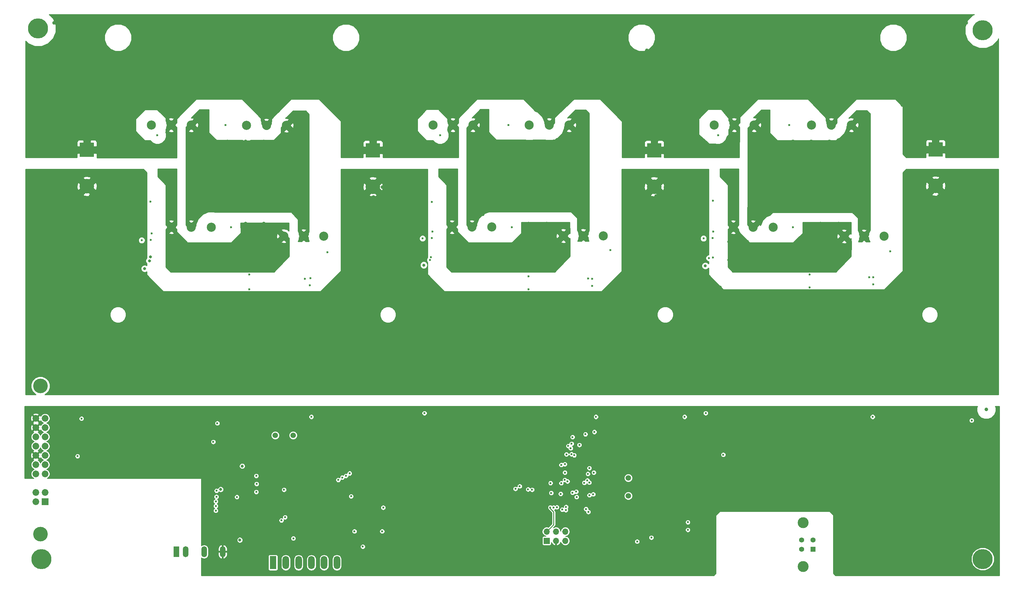
<source format=gbr>
%TF.GenerationSoftware,KiCad,Pcbnew,(5.0.0)*%
%TF.CreationDate,2019-04-29T14:59:10+02:00*%
%TF.ProjectId,Amalga_100,416D616C67615F3130302E6B69636164,rev?*%
%TF.SameCoordinates,Original*%
%TF.FileFunction,Copper,L4,Inr,Signal*%
%TF.FilePolarity,Positive*%
%FSLAX46Y46*%
G04 Gerber Fmt 4.6, Leading zero omitted, Abs format (unit mm)*
G04 Created by KiCad (PCBNEW (5.0.0)) date 04/29/19 14:59:10*
%MOMM*%
%LPD*%
G01*
G04 APERTURE LIST*
%ADD10O,1.700000X1.700000*%
%ADD11R,1.700000X1.700000*%
%ADD12C,3.000000*%
%ADD13C,1.400000*%
%ADD14R,1.400000X1.400000*%
%ADD15C,5.500000*%
%ADD16C,4.000000*%
%ADD17R,4.000000X4.000000*%
%ADD18C,10.000000*%
%ADD19C,0.900000*%
%ADD20C,1.600000*%
%ADD21C,2.500000*%
%ADD22C,1.500000*%
%ADD23O,1.500000X3.000000*%
%ADD24R,1.500000X3.000000*%
%ADD25R,1.850000X1.850000*%
%ADD26C,1.850000*%
%ADD27R,1.800000X3.600000*%
%ADD28O,1.800000X3.600000*%
%ADD29C,0.600000*%
%ADD30C,0.800000*%
%ADD31C,1.000000*%
%ADD32C,0.250000*%
G04 APERTURE END LIST*
D10*
X163480000Y-154960000D03*
X163480000Y-157500000D03*
X160940000Y-154960000D03*
X160940000Y-157500000D03*
X158400000Y-154960000D03*
D11*
X158400000Y-157500000D03*
D12*
X228740000Y-164590000D03*
D13*
X228250000Y-159820000D03*
X228250000Y-157320000D03*
D14*
X231450000Y-159820000D03*
D12*
X228740000Y-152550000D03*
D13*
X231450000Y-157320000D03*
D15*
X277900000Y-162500000D03*
X277900000Y-17500000D03*
X19000000Y-17000000D03*
X19900000Y-162500000D03*
D16*
X110800000Y-60400000D03*
D17*
X110800000Y-50400000D03*
X32400000Y-50300000D03*
D16*
X32400000Y-60300000D03*
X187900000Y-60400000D03*
D17*
X187900000Y-50400000D03*
X265000000Y-50200000D03*
D16*
X265000000Y-60200000D03*
D18*
X25600000Y-82500000D03*
D19*
X29350000Y-82500000D03*
X28251650Y-85151650D03*
X25600000Y-86250000D03*
X22948350Y-85151650D03*
X21850000Y-82500000D03*
X22948350Y-79848350D03*
X25600000Y-78750000D03*
X28251650Y-79848350D03*
X28181650Y-23848350D03*
X25530000Y-22750000D03*
X22878350Y-23848350D03*
X21780000Y-26500000D03*
X22878350Y-29151650D03*
X25530000Y-30250000D03*
X28181650Y-29151650D03*
X29280000Y-26500000D03*
D18*
X25530000Y-26500000D03*
X76100000Y-57500000D03*
D19*
X72350000Y-57500000D03*
X73448350Y-54848350D03*
X76100000Y-53750000D03*
X78751650Y-54848350D03*
X79850000Y-57500000D03*
X78751650Y-60151650D03*
X76100000Y-61250000D03*
X73448350Y-60151650D03*
X156551650Y-60151650D03*
X153900000Y-61250000D03*
X151248350Y-60151650D03*
X150150000Y-57500000D03*
X151248350Y-54848350D03*
X153900000Y-53750000D03*
X156551650Y-54848350D03*
X157650000Y-57500000D03*
D18*
X153900000Y-57500000D03*
X230900000Y-57500000D03*
D19*
X234650000Y-57500000D03*
X233551650Y-54848350D03*
X230900000Y-53750000D03*
X228248350Y-54848350D03*
X227150000Y-57500000D03*
X228248350Y-60151650D03*
X230900000Y-61250000D03*
X233551650Y-60151650D03*
D20*
X30450000Y-105580000D03*
X27910000Y-105570000D03*
X25370000Y-105570000D03*
X22830000Y-105570000D03*
X20290000Y-105570000D03*
X20290000Y-103030000D03*
X22830000Y-103030000D03*
X25370000Y-103030000D03*
X27910000Y-103030000D03*
X30450000Y-103040000D03*
X30450000Y-100500000D03*
X25370000Y-100490000D03*
X22830000Y-100490000D03*
X20290000Y-103030000D03*
X30450000Y-100500000D03*
X27910000Y-100490000D03*
X25370000Y-100490000D03*
X22830000Y-100490000D03*
X20290000Y-100490000D03*
X30450000Y-97950000D03*
X27910000Y-97950000D03*
X25370000Y-97950000D03*
X22830000Y-97950000D03*
X20290000Y-97950000D03*
X30450000Y-95450000D03*
X27910000Y-95450000D03*
X25370000Y-95450000D03*
X22830000Y-95450000D03*
X20290000Y-95450000D03*
D21*
X164560000Y-43500000D03*
X159100000Y-43500000D03*
X153640000Y-43500000D03*
D22*
X180800000Y-140270000D03*
X180800000Y-145150000D03*
X88900000Y-128600000D03*
X84020000Y-128600000D03*
D23*
X69600000Y-160500000D03*
X64520000Y-160500000D03*
X59440000Y-160500000D03*
D24*
X56900000Y-160500000D03*
D25*
X20920000Y-146770000D03*
D26*
X18380000Y-146770000D03*
D16*
X19650000Y-115040000D03*
X19650000Y-155640000D03*
D26*
X20920000Y-144230000D03*
X18380000Y-144230000D03*
X20920000Y-139150000D03*
X18380000Y-139150000D03*
X20920000Y-136610000D03*
X18380000Y-136610000D03*
X20920000Y-134070000D03*
X18380000Y-134070000D03*
X20920000Y-131530000D03*
X18380000Y-131530000D03*
X20920000Y-128990000D03*
X18380000Y-128990000D03*
X20920000Y-126450000D03*
X18380000Y-126450000D03*
X20920000Y-123910000D03*
X18380000Y-123910000D03*
D21*
X209540000Y-71500000D03*
X215000000Y-71500000D03*
X220460000Y-71500000D03*
X239940000Y-74000000D03*
X245400000Y-74000000D03*
X250860000Y-74000000D03*
X173910000Y-73900000D03*
X168450000Y-73900000D03*
X162990000Y-73900000D03*
X143370000Y-71460000D03*
X137910000Y-71460000D03*
X132450000Y-71460000D03*
X55540000Y-71500000D03*
X61000000Y-71500000D03*
X66460000Y-71500000D03*
X230980000Y-43500000D03*
X236440000Y-43500000D03*
X241900000Y-43500000D03*
X204340000Y-43500000D03*
X209800000Y-43500000D03*
X215260000Y-43500000D03*
X138160000Y-43500000D03*
X132700000Y-43500000D03*
X127240000Y-43500000D03*
X87060000Y-43600000D03*
X81600000Y-43600000D03*
X76140000Y-43600000D03*
X86350000Y-73950000D03*
X91810000Y-73950000D03*
X97270000Y-73950000D03*
X50040000Y-43500000D03*
X55500000Y-43500000D03*
X60960000Y-43500000D03*
D27*
X83400000Y-163500000D03*
D28*
X86900000Y-163500000D03*
X90400000Y-163500000D03*
X93900000Y-163500000D03*
X97400000Y-163500000D03*
X100900000Y-163500000D03*
D29*
X246800000Y-85200000D03*
X169800000Y-85600000D03*
X92100000Y-85700000D03*
X71012492Y-130376076D03*
X202400000Y-133900000D03*
X86400000Y-134750000D03*
X175300000Y-142650000D03*
X90900000Y-121500000D03*
X168900000Y-121500000D03*
X200900000Y-121500000D03*
X245900000Y-121500000D03*
X123900000Y-121500000D03*
X93400000Y-144500000D03*
D30*
X201900000Y-82100000D03*
X124700000Y-81900000D03*
D29*
X179900000Y-135500000D03*
X186900000Y-137500000D03*
X173900000Y-140000000D03*
X168343763Y-149356237D03*
X155600000Y-142500000D03*
X77000000Y-153200000D03*
X82380000Y-135490000D03*
X100900000Y-133000000D03*
X115900000Y-135000000D03*
X133400000Y-135000000D03*
X148400000Y-163000000D03*
X148400000Y-153000000D03*
X170900000Y-160500000D03*
X195900000Y-163000000D03*
X195900000Y-140500000D03*
X215900000Y-140500000D03*
X238400000Y-140500000D03*
X228400000Y-130500000D03*
X258400000Y-148000000D03*
X260900000Y-163000000D03*
X38400000Y-123000000D03*
D30*
X54830000Y-134420000D03*
X48200000Y-82850000D03*
X43460000Y-137580000D03*
X41130000Y-138460000D03*
D29*
X28240000Y-138020000D03*
D30*
X40940000Y-134170000D03*
D29*
X89000000Y-144500000D03*
X92000000Y-159900000D03*
X159000000Y-133200000D03*
X174100000Y-144400000D03*
X92000000Y-154600000D03*
X159411944Y-145528046D03*
X170880000Y-149330000D03*
X98960000Y-154470000D03*
X99400000Y-159700000D03*
X146000000Y-135000000D03*
X109700000Y-150200000D03*
X110400000Y-144500000D03*
X114900000Y-158000000D03*
X49860000Y-124870000D03*
X30900000Y-124000000D03*
X166600000Y-145500000D03*
X206600000Y-56300000D03*
X230500000Y-84511855D03*
D31*
X232150000Y-79250000D03*
X227150000Y-79250000D03*
X233400000Y-78000000D03*
X234650000Y-81750000D03*
X235900000Y-83000000D03*
X229650000Y-79250000D03*
X235900000Y-78000000D03*
X234650000Y-79250000D03*
X225900000Y-83000000D03*
X230900000Y-78000000D03*
X225900000Y-80500000D03*
X228400000Y-78000000D03*
X225900000Y-78000000D03*
X235900000Y-80500000D03*
X215900000Y-78000000D03*
X210900000Y-78000000D03*
X213400000Y-80500000D03*
X220900000Y-78000000D03*
X218400000Y-80500000D03*
X223400000Y-80500000D03*
X220900000Y-83000000D03*
X215900000Y-83000000D03*
X210900000Y-83000000D03*
X208400000Y-80500000D03*
X208400000Y-75500000D03*
X213400000Y-75500000D03*
X210900000Y-73000000D03*
X228400000Y-75500000D03*
X233400000Y-75500000D03*
X238400000Y-75500000D03*
X238400000Y-80500000D03*
X240900000Y-78000000D03*
X235900000Y-73000000D03*
X230900000Y-73000000D03*
X233400000Y-70500000D03*
X238400000Y-70500000D03*
D29*
X207500000Y-58200000D03*
X76900000Y-84500000D03*
D31*
X80900000Y-83000000D03*
X77150000Y-79250000D03*
X75900000Y-78000000D03*
X79650000Y-79250000D03*
X75900000Y-80500000D03*
X70900000Y-80500000D03*
X73400000Y-78000000D03*
X78400000Y-80500000D03*
X74650000Y-79250000D03*
X77150000Y-79250000D03*
X78400000Y-78000000D03*
X73400000Y-78000000D03*
X75900000Y-78000000D03*
X75900000Y-80500000D03*
X72150000Y-79250000D03*
X73400000Y-80500000D03*
X73400000Y-78000000D03*
X75900000Y-80500000D03*
X75900000Y-78000000D03*
X78400000Y-78000000D03*
X74650000Y-79250000D03*
X80900000Y-80500000D03*
X75900000Y-78000000D03*
X78400000Y-80500000D03*
X78400000Y-78000000D03*
X70900000Y-80500000D03*
X72150000Y-81750000D03*
X85900000Y-78000000D03*
X70900000Y-78000000D03*
X70900000Y-80500000D03*
X80900000Y-78000000D03*
X80900000Y-80500000D03*
X80900000Y-80500000D03*
X70900000Y-80500000D03*
X80900000Y-78000000D03*
X70900000Y-78000000D03*
X70900000Y-78000000D03*
X70900000Y-83000000D03*
X80900000Y-80500000D03*
X80900000Y-80500000D03*
X80900000Y-80500000D03*
X80900000Y-80500000D03*
X68400000Y-83000000D03*
X58400000Y-83000000D03*
X55900000Y-75500000D03*
X55900000Y-80500000D03*
X58400000Y-78000000D03*
X63400000Y-78000000D03*
X60900000Y-80500000D03*
X63400000Y-83000000D03*
X65900000Y-80500000D03*
X68400000Y-78000000D03*
X83400000Y-83000000D03*
X83400000Y-78000000D03*
X85900000Y-80500000D03*
X83400000Y-73000000D03*
X80900000Y-75500000D03*
X78400000Y-73000000D03*
X75900000Y-75500000D03*
X75900000Y-70500000D03*
X80900000Y-70500000D03*
D29*
X52500000Y-56300000D03*
X53650000Y-58250000D03*
X247900000Y-87210000D03*
X170900000Y-87610000D03*
X93500000Y-87415134D03*
X247750009Y-123500000D03*
X67887500Y-145425000D03*
X93900000Y-123500000D03*
X171900000Y-123500000D03*
X171150000Y-144750000D03*
X170101533Y-137568374D03*
X171323411Y-138791808D03*
X163391303Y-136499978D03*
X162239845Y-144639845D03*
X170100000Y-145000000D03*
X67900002Y-143780000D03*
X196200000Y-123500000D03*
X29800000Y-134300000D03*
X164970000Y-132130000D03*
X159640000Y-144390000D03*
X161200000Y-148300000D03*
D30*
X69040000Y-143420000D03*
X74949992Y-137030008D03*
D29*
X88962500Y-156837500D03*
D30*
X74300000Y-157300000D03*
D29*
X108000000Y-159100000D03*
X67725010Y-147965000D03*
X169175010Y-148793826D03*
X67725010Y-146695000D03*
X169819998Y-149590000D03*
X93680000Y-85465134D03*
X170082317Y-141533785D03*
X247900000Y-85261857D03*
X169548746Y-140937698D03*
D31*
X48400000Y-15500000D03*
X53400000Y-15500000D03*
X58400000Y-15500000D03*
X63400000Y-15500000D03*
X73400000Y-15500000D03*
X78400000Y-15500000D03*
X83400000Y-15500000D03*
X88400000Y-15500000D03*
X88400000Y-15500000D03*
X93400000Y-15500000D03*
X98400000Y-15500000D03*
X108400000Y-15500000D03*
X113400000Y-15500000D03*
X105900000Y-28000000D03*
X103400000Y-30500000D03*
X105900000Y-33000000D03*
X103400000Y-35500000D03*
X108400000Y-30500000D03*
X108400000Y-25500000D03*
X108400000Y-20500000D03*
X110900000Y-18000000D03*
X110900000Y-23000000D03*
X110900000Y-28000000D03*
X110900000Y-33000000D03*
X108400000Y-35500000D03*
X113400000Y-35500000D03*
X113400000Y-30500000D03*
X113400000Y-25500000D03*
X113400000Y-20500000D03*
X115900000Y-18000000D03*
X115900000Y-23000000D03*
X115900000Y-28000000D03*
X115900000Y-33000000D03*
X118400000Y-30500000D03*
X118400000Y-20500000D03*
X118400000Y-15500000D03*
X90900000Y-18000000D03*
X90900000Y-23000000D03*
X90900000Y-28000000D03*
X90900000Y-33000000D03*
X93400000Y-30500000D03*
X93400000Y-25500000D03*
X93400000Y-20500000D03*
X95900000Y-18000000D03*
X98400000Y-20500000D03*
X95900000Y-23000000D03*
X98400000Y-25500000D03*
X95900000Y-28000000D03*
X100900000Y-28000000D03*
X98400000Y-30500000D03*
X95900000Y-33000000D03*
X98400000Y-35500000D03*
X100900000Y-33000000D03*
X93400000Y-35500000D03*
X88400000Y-30500000D03*
X88400000Y-25500000D03*
X88400000Y-20500000D03*
X88400000Y-35500000D03*
X118400000Y-35500000D03*
X120900000Y-33000000D03*
X120900000Y-28000000D03*
X120900000Y-23000000D03*
X120900000Y-18000000D03*
X90900000Y-18000000D03*
X85900000Y-18000000D03*
X80900000Y-18000000D03*
X75900000Y-18000000D03*
X65900000Y-18000000D03*
X60900000Y-18000000D03*
X55900000Y-18000000D03*
X50900000Y-18000000D03*
X65900000Y-23000000D03*
X90900000Y-23000000D03*
X85900000Y-23000000D03*
X60900000Y-23000000D03*
X75900000Y-23000000D03*
X50900000Y-23000000D03*
X80900000Y-23000000D03*
X55900000Y-23000000D03*
X78400000Y-20500000D03*
X83400000Y-20500000D03*
X73400000Y-20500000D03*
X88400000Y-20500000D03*
X58400000Y-20500000D03*
X53400000Y-20500000D03*
X63400000Y-20500000D03*
X85900000Y-28000000D03*
X53400000Y-25500000D03*
X65900000Y-28000000D03*
X50900000Y-28000000D03*
X90900000Y-28000000D03*
X73400000Y-25500000D03*
X83400000Y-25500000D03*
X80900000Y-28000000D03*
X48400000Y-25500000D03*
X88400000Y-25500000D03*
X63400000Y-25500000D03*
X75900000Y-28000000D03*
X78400000Y-25500000D03*
X60900000Y-28000000D03*
X55900000Y-28000000D03*
X73400000Y-30500000D03*
X88400000Y-30500000D03*
X75900000Y-33000000D03*
X48400000Y-30500000D03*
X63400000Y-30500000D03*
X90900000Y-33000000D03*
X78400000Y-30500000D03*
X50900000Y-33000000D03*
X53400000Y-30500000D03*
X65900000Y-33000000D03*
X48400000Y-35500000D03*
X45900000Y-33000000D03*
X45900000Y-28000000D03*
X43400000Y-30500000D03*
X43400000Y-35500000D03*
X40900000Y-33000000D03*
X40900000Y-28000000D03*
X38400000Y-30500000D03*
X38400000Y-35500000D03*
X35900000Y-33000000D03*
X35900000Y-28000000D03*
X33400000Y-30500000D03*
X33400000Y-35500000D03*
X28400000Y-35500000D03*
X23400000Y-35500000D03*
X18400000Y-35500000D03*
X20900000Y-38000000D03*
X25900000Y-38000000D03*
X30900000Y-38000000D03*
X35900000Y-38000000D03*
X40900000Y-38000000D03*
X38400000Y-40500000D03*
X33400000Y-40500000D03*
X28400000Y-40500000D03*
X23400000Y-40500000D03*
X18400000Y-40500000D03*
X20900000Y-43000000D03*
X25900000Y-43000000D03*
X30900000Y-43000000D03*
X35900000Y-43000000D03*
X40900000Y-43000000D03*
X38400000Y-45500000D03*
X23400000Y-45500000D03*
X18400000Y-45500000D03*
X20900000Y-48000000D03*
X25900000Y-48000000D03*
X35900000Y-48000000D03*
X40900000Y-48000000D03*
X123400000Y-35500000D03*
X123400000Y-30500000D03*
X123400000Y-25500000D03*
X123400000Y-20500000D03*
X123400000Y-15500000D03*
X125900000Y-18000000D03*
X128400000Y-15500000D03*
X128400000Y-20500000D03*
X125900000Y-23000000D03*
X125900000Y-28000000D03*
X125900000Y-33000000D03*
X128400000Y-35500000D03*
X128400000Y-30500000D03*
X128400000Y-25500000D03*
X130900000Y-23000000D03*
X130900000Y-18000000D03*
X133400000Y-15500000D03*
X133400000Y-20500000D03*
X133400000Y-25500000D03*
X130900000Y-28000000D03*
X130900000Y-33000000D03*
X140900000Y-33000000D03*
X135900000Y-28000000D03*
X135900000Y-23000000D03*
X135900000Y-18000000D03*
X138400000Y-15500000D03*
X138400000Y-20500000D03*
X138400000Y-25500000D03*
X140900000Y-28000000D03*
X140900000Y-23000000D03*
X140900000Y-18000000D03*
X143400000Y-15500000D03*
X143400000Y-20500000D03*
X143400000Y-25500000D03*
X143400000Y-30500000D03*
X143400000Y-35500000D03*
X150900000Y-33000000D03*
X150900000Y-23000000D03*
X150900000Y-18000000D03*
X153400000Y-15500000D03*
X153400000Y-20500000D03*
X153400000Y-25500000D03*
X150900000Y-28000000D03*
X153400000Y-30500000D03*
X153400000Y-35500000D03*
X155900000Y-33000000D03*
X155900000Y-28000000D03*
X155900000Y-23000000D03*
X155900000Y-18000000D03*
X158400000Y-15500000D03*
X158400000Y-20500000D03*
X158400000Y-25500000D03*
X160900000Y-28000000D03*
X163400000Y-25500000D03*
X160900000Y-23000000D03*
X160900000Y-18000000D03*
X163400000Y-15500000D03*
X163400000Y-20500000D03*
X165900000Y-18000000D03*
X165900000Y-23000000D03*
X165900000Y-28000000D03*
X165900000Y-33000000D03*
X168400000Y-35500000D03*
X168400000Y-30500000D03*
X168400000Y-25500000D03*
X168400000Y-20500000D03*
X168400000Y-15500000D03*
X190900000Y-23000000D03*
X190900000Y-18000000D03*
X190900000Y-28000000D03*
X190900000Y-33000000D03*
X183400000Y-30500000D03*
X185900000Y-28000000D03*
X185900000Y-33000000D03*
X188400000Y-15500000D03*
X168400000Y-15500000D03*
X170900000Y-18000000D03*
X168400000Y-20500000D03*
X178400000Y-30500000D03*
X180900000Y-28000000D03*
X183400000Y-15500000D03*
X170900000Y-23000000D03*
X175900000Y-28000000D03*
X168400000Y-25500000D03*
X178400000Y-15500000D03*
X183400000Y-35500000D03*
X178400000Y-35500000D03*
X173400000Y-35500000D03*
X173400000Y-30500000D03*
X178400000Y-25500000D03*
X183400000Y-25500000D03*
X173400000Y-25500000D03*
X185900000Y-23000000D03*
X175900000Y-18000000D03*
X173400000Y-15500000D03*
X175900000Y-23000000D03*
X175900000Y-33000000D03*
X180900000Y-33000000D03*
X188400000Y-30500000D03*
X173400000Y-20500000D03*
X188400000Y-25500000D03*
X188400000Y-20500000D03*
X188400000Y-35500000D03*
X170900000Y-33000000D03*
X168400000Y-30500000D03*
X170900000Y-28000000D03*
X168400000Y-35500000D03*
X165900000Y-18000000D03*
X165900000Y-23000000D03*
X165900000Y-28000000D03*
X165900000Y-33000000D03*
X208400000Y-30500000D03*
X213400000Y-15500000D03*
X193400000Y-35500000D03*
X220900000Y-23000000D03*
X210900000Y-28000000D03*
X200900000Y-23000000D03*
X198400000Y-20500000D03*
X205900000Y-28000000D03*
X200900000Y-18000000D03*
X198400000Y-25500000D03*
X218400000Y-15500000D03*
X193400000Y-20500000D03*
X193400000Y-15500000D03*
X193400000Y-25500000D03*
X198400000Y-15500000D03*
X210900000Y-18000000D03*
X220900000Y-18000000D03*
X220900000Y-28000000D03*
X220900000Y-33000000D03*
X193400000Y-30500000D03*
X215900000Y-18000000D03*
X215900000Y-28000000D03*
X198400000Y-35500000D03*
X198400000Y-30500000D03*
X208400000Y-20500000D03*
X208400000Y-35500000D03*
X213400000Y-25500000D03*
X218400000Y-25500000D03*
X205900000Y-18000000D03*
X203400000Y-25500000D03*
X203400000Y-15500000D03*
X208400000Y-25500000D03*
X215900000Y-23000000D03*
X205900000Y-23000000D03*
X203400000Y-35500000D03*
X203400000Y-20500000D03*
X203400000Y-30500000D03*
X210900000Y-23000000D03*
X213400000Y-20500000D03*
X205900000Y-33000000D03*
X218400000Y-20500000D03*
X218400000Y-35500000D03*
X200900000Y-33000000D03*
X218400000Y-30500000D03*
X200900000Y-28000000D03*
X208400000Y-15500000D03*
X195900000Y-33000000D03*
X195900000Y-18000000D03*
X195900000Y-28000000D03*
X195900000Y-23000000D03*
X238400000Y-15500000D03*
X235900000Y-28000000D03*
X225900000Y-23000000D03*
X223400000Y-20500000D03*
X230900000Y-28000000D03*
X225900000Y-18000000D03*
X223400000Y-15500000D03*
X235900000Y-18000000D03*
X245900000Y-28000000D03*
X245900000Y-33000000D03*
X240900000Y-28000000D03*
X248400000Y-30500000D03*
X253400000Y-30500000D03*
X258400000Y-15500000D03*
X223400000Y-30500000D03*
X233400000Y-20500000D03*
X238400000Y-25500000D03*
X243400000Y-25500000D03*
X230900000Y-18000000D03*
X228400000Y-25500000D03*
X228400000Y-15500000D03*
X233400000Y-25500000D03*
X230900000Y-23000000D03*
X228400000Y-20500000D03*
X228400000Y-30500000D03*
X235900000Y-23000000D03*
X238400000Y-20500000D03*
X225900000Y-33000000D03*
X243400000Y-30500000D03*
X225900000Y-28000000D03*
X258400000Y-20500000D03*
X258400000Y-25500000D03*
X250900000Y-33000000D03*
X250900000Y-28000000D03*
X233400000Y-15500000D03*
X223400000Y-35500000D03*
X228400000Y-35500000D03*
X243400000Y-35500000D03*
X248400000Y-35500000D03*
X253400000Y-35500000D03*
X240900000Y-23000000D03*
X255900000Y-28000000D03*
X258400000Y-25500000D03*
X258400000Y-20500000D03*
X255900000Y-33000000D03*
X258400000Y-35500000D03*
X248400000Y-20500000D03*
X258400000Y-15500000D03*
X258400000Y-30500000D03*
X263400000Y-35500000D03*
X260900000Y-18000000D03*
X263400000Y-25500000D03*
X260900000Y-23000000D03*
X260900000Y-28000000D03*
X263400000Y-15500000D03*
X263400000Y-30500000D03*
X263400000Y-20500000D03*
X260900000Y-33000000D03*
X268400000Y-20500000D03*
X265900000Y-33000000D03*
X268400000Y-30500000D03*
X265900000Y-28000000D03*
X265900000Y-18000000D03*
X268400000Y-35500000D03*
X268400000Y-25500000D03*
X268400000Y-15500000D03*
X270900000Y-18000000D03*
X273400000Y-30500000D03*
X270900000Y-33000000D03*
X273400000Y-35500000D03*
X273400000Y-15500000D03*
X273400000Y-25500000D03*
X273400000Y-20500000D03*
X270900000Y-23000000D03*
X270900000Y-28000000D03*
X278400000Y-25500000D03*
X278400000Y-35500000D03*
X278400000Y-30500000D03*
X275900000Y-28000000D03*
X275900000Y-33000000D03*
X280900000Y-33000000D03*
X280900000Y-28000000D03*
X280900000Y-23000000D03*
X275900000Y-23000000D03*
X105900000Y-43000000D03*
X105900000Y-38000000D03*
X108400000Y-40500000D03*
X103400000Y-40500000D03*
X113400000Y-40500000D03*
X113400000Y-45500000D03*
X115900000Y-43000000D03*
X110900000Y-43000000D03*
X120900000Y-38000000D03*
X123400000Y-40500000D03*
X118400000Y-40500000D03*
X120900000Y-43000000D03*
X115900000Y-48000000D03*
X120900000Y-48000000D03*
X118400000Y-45500000D03*
X110900000Y-48000000D03*
X103400000Y-45500000D03*
X105900000Y-48000000D03*
X108400000Y-45500000D03*
X110900000Y-38000000D03*
X115900000Y-38000000D03*
X28400000Y-45500000D03*
X33400000Y-45500000D03*
X48400000Y-20500000D03*
X45900000Y-18000000D03*
X45900000Y-23000000D03*
X43400000Y-25500000D03*
X38400000Y-25500000D03*
X35900000Y-23000000D03*
X35900000Y-18000000D03*
X43400000Y-15500000D03*
X38400000Y-15500000D03*
X33400000Y-15500000D03*
X33400000Y-20500000D03*
X33400000Y-25500000D03*
X28400000Y-15500000D03*
X30900000Y-18000000D03*
X25900000Y-18000000D03*
X23400000Y-15500000D03*
X53400000Y-35500000D03*
X63400000Y-35500000D03*
X73400000Y-35500000D03*
X78400000Y-35500000D03*
X80900000Y-38000000D03*
X155900000Y-38000000D03*
X193400000Y-40500000D03*
X190900000Y-43000000D03*
X190900000Y-38000000D03*
X185900000Y-38000000D03*
X183400000Y-40500000D03*
X180900000Y-38000000D03*
X180900000Y-43000000D03*
X185900000Y-43000000D03*
X195900000Y-43000000D03*
X195900000Y-38000000D03*
X198400000Y-40500000D03*
X200900000Y-38000000D03*
X198400000Y-45500000D03*
X193400000Y-45500000D03*
X188400000Y-45500000D03*
X183400000Y-45500000D03*
X180900000Y-48000000D03*
X190900000Y-48000000D03*
X195900000Y-48000000D03*
X200900000Y-48000000D03*
X255900000Y-38000000D03*
X260900000Y-38000000D03*
X265900000Y-38000000D03*
X270900000Y-38000000D03*
X275900000Y-38000000D03*
X280900000Y-38000000D03*
X278400000Y-40500000D03*
X273400000Y-40500000D03*
X268400000Y-40500000D03*
X258400000Y-40500000D03*
X265900000Y-43000000D03*
X260900000Y-43000000D03*
X270900000Y-43000000D03*
X275900000Y-43000000D03*
X280900000Y-43000000D03*
X258400000Y-45500000D03*
X263400000Y-45500000D03*
X268400000Y-45500000D03*
X273400000Y-45500000D03*
X278400000Y-45500000D03*
X280900000Y-48000000D03*
X275900000Y-48000000D03*
X270900000Y-48000000D03*
X260900000Y-48000000D03*
X258400000Y-50500000D03*
X268400000Y-50500000D03*
X278400000Y-50500000D03*
X125900000Y-38000000D03*
X243400000Y-15500000D03*
X248400000Y-15500000D03*
X240900000Y-18000000D03*
X103400000Y-25500000D03*
X265900000Y-23000000D03*
X148400000Y-30500000D03*
X148400000Y-35500000D03*
X148400000Y-15500000D03*
X148400000Y-25500000D03*
X148400000Y-20500000D03*
X145900000Y-28000000D03*
X145900000Y-33000000D03*
X145900000Y-18000000D03*
X145900000Y-23000000D03*
X230900000Y-33000000D03*
X233400000Y-30500000D03*
X233400000Y-35500000D03*
X68400000Y-15500000D03*
X68400000Y-20500000D03*
X68400000Y-25500000D03*
X68400000Y-30500000D03*
X68400000Y-35500000D03*
X70900000Y-33000000D03*
X70900000Y-28000000D03*
X70900000Y-23000000D03*
X70900000Y-18000000D03*
X130900000Y-38000000D03*
X242900000Y-20500000D03*
X245900000Y-18500000D03*
X245900000Y-23000000D03*
X253400000Y-25500000D03*
X50900000Y-38000000D03*
X55900000Y-38000000D03*
X78400000Y-38000000D03*
X53400000Y-38000000D03*
X133400000Y-38000000D03*
X158400000Y-38000000D03*
X205900000Y-38000000D03*
X208400000Y-38000000D03*
X233400000Y-38000000D03*
X235900000Y-38000000D03*
X278900000Y-121500000D03*
X263400000Y-40500000D03*
X273400000Y-50500000D03*
X248400000Y-25500000D03*
X118400000Y-48000000D03*
X103400000Y-48000000D03*
X123400000Y-48000000D03*
X38400000Y-48000000D03*
X28400000Y-48000000D03*
X23400000Y-48000000D03*
X18400000Y-48000000D03*
X183400000Y-48000000D03*
X193399998Y-48000000D03*
X198400000Y-48000000D03*
X260900000Y-50500000D03*
X270900000Y-50500000D03*
X275900000Y-50500000D03*
X280900000Y-50500000D03*
X188400000Y-40500000D03*
X208300000Y-49350000D03*
X204000000Y-51250000D03*
X131300000Y-48850000D03*
X127350000Y-51150000D03*
X46650000Y-51250000D03*
X54400000Y-48900000D03*
X18400000Y-30500000D03*
X18400000Y-25500000D03*
X30900000Y-33000000D03*
X20900000Y-33000000D03*
D29*
X159381212Y-148360918D03*
X160300000Y-148400000D03*
X187100000Y-156625010D03*
X163710000Y-148210000D03*
X183200000Y-157700000D03*
X163650000Y-149090000D03*
X165490000Y-129060000D03*
X165224332Y-130879988D03*
D31*
X150900000Y-78000000D03*
X153400000Y-80500000D03*
X149650000Y-79250000D03*
X154650000Y-79250000D03*
X153400000Y-80500000D03*
X153400000Y-78000000D03*
X150900000Y-80500000D03*
X150900000Y-78000000D03*
X152150000Y-79250000D03*
X153400000Y-78000000D03*
X157150000Y-79250000D03*
X155900000Y-78000000D03*
X155900000Y-80500000D03*
X153400000Y-78000000D03*
X155900000Y-80500000D03*
X152150000Y-79250000D03*
X153400000Y-80500000D03*
X153400000Y-78000000D03*
X154650000Y-79250000D03*
X155900000Y-78000000D03*
X148400000Y-80500000D03*
X148400000Y-80500000D03*
X158400000Y-78000000D03*
X158400000Y-78000000D03*
X148400000Y-78000000D03*
X148400000Y-78000000D03*
X133400000Y-75500000D03*
D29*
X153400000Y-85000000D03*
D31*
X133400000Y-80500000D03*
X135900000Y-78000000D03*
X138400000Y-80500000D03*
X140900000Y-78000000D03*
X143400000Y-80500000D03*
X145900000Y-78000000D03*
X148400000Y-80500000D03*
X150900000Y-78000000D03*
X155900000Y-78000000D03*
X160900000Y-78000000D03*
X158400000Y-75500000D03*
X153400000Y-75500000D03*
X155900000Y-73000000D03*
X145900000Y-83000000D03*
X140900000Y-83000000D03*
X135900000Y-83000000D03*
X160900000Y-73000000D03*
X158400000Y-70500000D03*
X153400000Y-70500000D03*
X148400000Y-80500000D03*
X158400000Y-78000000D03*
X148400000Y-78000000D03*
X149650000Y-81750000D03*
X148400000Y-83000000D03*
X157150000Y-81750000D03*
X158400000Y-83000000D03*
X160900000Y-80500000D03*
X163400000Y-78000000D03*
D29*
X130100000Y-56400000D03*
X130300000Y-58150000D03*
D31*
X158400000Y-80500000D03*
D29*
X170900000Y-85661857D03*
X168700000Y-141600000D03*
X197100000Y-154500000D03*
X166504770Y-144025010D03*
X165475368Y-144306158D03*
X197099989Y-152399989D03*
X51700000Y-46300000D03*
X70400000Y-43500000D03*
X50100000Y-73200000D03*
X224900000Y-43500000D03*
X204100000Y-72700000D03*
X205400000Y-46300000D03*
X105700000Y-154900000D03*
X85700000Y-151900000D03*
X127100000Y-72700000D03*
X147900000Y-43500000D03*
X129200000Y-46300000D03*
X225900000Y-71500000D03*
X203900000Y-74500000D03*
X252600000Y-78100000D03*
X86699996Y-151030004D03*
X113300000Y-154900000D03*
X159460000Y-141670000D03*
D30*
X49791187Y-79644757D03*
D29*
X162400000Y-136700000D03*
D30*
X49509999Y-80710001D03*
D29*
X126400000Y-80500000D03*
X163400000Y-138800000D03*
X126700000Y-79700000D03*
X162400000Y-141700000D03*
X202900000Y-80000000D03*
X163357090Y-140805454D03*
X164100000Y-141200000D03*
X204000004Y-79800000D03*
D31*
X140900000Y-48000000D03*
X140900000Y-53000000D03*
X143400000Y-55500000D03*
X138400000Y-50500000D03*
X143400000Y-50500000D03*
X138400000Y-55500000D03*
X140900000Y-58000000D03*
X145900000Y-58000000D03*
X145900000Y-53000000D03*
X145900000Y-48000000D03*
X150900000Y-48000000D03*
X165900000Y-48000000D03*
X160900000Y-48000000D03*
X155900000Y-48000000D03*
X168400000Y-45500000D03*
X168400000Y-50500000D03*
X168400000Y-40500000D03*
X165900000Y-53000000D03*
X163400000Y-50500000D03*
X163400000Y-55500000D03*
X160900000Y-53000000D03*
X160900000Y-58000000D03*
X160900000Y-63000000D03*
X163400000Y-60500000D03*
X165900000Y-58000000D03*
X168400000Y-55500000D03*
X168400000Y-60500000D03*
X165900000Y-63000000D03*
X168400000Y-65500000D03*
X163400000Y-65500000D03*
X158400000Y-65500000D03*
X153400000Y-65500000D03*
X148400000Y-65500000D03*
X143400000Y-65500000D03*
X143400000Y-60500000D03*
X140900000Y-63000000D03*
X145900000Y-63000000D03*
X140900000Y-68000000D03*
X138400000Y-60500000D03*
X138400000Y-65500000D03*
X148400000Y-50500000D03*
X153400000Y-50500000D03*
X158400000Y-50500000D03*
X140900000Y-43000000D03*
D29*
X126900000Y-64600000D03*
X169020000Y-128270000D03*
D31*
X168300000Y-68700000D03*
X60900000Y-58000000D03*
X60900000Y-63000000D03*
X60900000Y-68000000D03*
X63400000Y-60500000D03*
X65900000Y-58000000D03*
X65900000Y-63000000D03*
X68400000Y-60500000D03*
X63400000Y-65500000D03*
X68400000Y-65500000D03*
X73400000Y-65500000D03*
X78400000Y-65500000D03*
X83400000Y-65500000D03*
X88400000Y-65500000D03*
X85900000Y-63000000D03*
X88400000Y-60500000D03*
X85900000Y-58000000D03*
X83400000Y-60500000D03*
X90900000Y-63000000D03*
X90900000Y-58000000D03*
X88400000Y-55500000D03*
X90900000Y-53000000D03*
X85900000Y-53000000D03*
X83400000Y-55500000D03*
X83400000Y-50500000D03*
X88400000Y-50500000D03*
X90900000Y-48000000D03*
X85900000Y-48000000D03*
X90900000Y-43000000D03*
X80900000Y-48000000D03*
X75900000Y-48000000D03*
X70900000Y-48000000D03*
X65900000Y-48000000D03*
X63400000Y-45500000D03*
X63400000Y-50500000D03*
X68400000Y-50500000D03*
X65900000Y-53000000D03*
X63400000Y-55500000D03*
X68400000Y-55500000D03*
X60900000Y-53000000D03*
X60900000Y-48000000D03*
X63400000Y-40500000D03*
X91500000Y-68800000D03*
X73400000Y-50500000D03*
X78400000Y-50500000D03*
D29*
X167370000Y-131220000D03*
X49774990Y-64500000D03*
D31*
X218400000Y-50500000D03*
X215900000Y-48000000D03*
X220900000Y-48000000D03*
X215900000Y-53000000D03*
X220900000Y-53000000D03*
X218400000Y-55500000D03*
X218400000Y-65500000D03*
X220900000Y-63000000D03*
X220900000Y-58000000D03*
X216500000Y-62900000D03*
X223400000Y-60500000D03*
X223400000Y-55500000D03*
X223400000Y-50500000D03*
X228400000Y-50500000D03*
X225900000Y-48000000D03*
X230900000Y-48000000D03*
X235900000Y-48000000D03*
X240900000Y-48000000D03*
X245900000Y-48000000D03*
X245900000Y-43000000D03*
X245900000Y-53000000D03*
X245900000Y-58000000D03*
X245900000Y-63000000D03*
X245400000Y-68700000D03*
X243400000Y-45500000D03*
X243400000Y-60500000D03*
X243400000Y-65500000D03*
X243400000Y-50500000D03*
X243400000Y-55500000D03*
X240900000Y-48000000D03*
X238400000Y-65500000D03*
X240900000Y-63000000D03*
X240900000Y-53000000D03*
X240900000Y-58000000D03*
X238400000Y-50500000D03*
X238400000Y-55500000D03*
X238400000Y-60500000D03*
X233400000Y-65500000D03*
X228400000Y-65500000D03*
X223400000Y-65500000D03*
X214300000Y-67700000D03*
X233400000Y-50500000D03*
D29*
X171474968Y-127654990D03*
D31*
X216500000Y-58000000D03*
X218400000Y-45500000D03*
X217900000Y-43000000D03*
D29*
X204000000Y-64200000D03*
D31*
X218400000Y-60500000D03*
D29*
X49900000Y-75000000D03*
X71900000Y-71500000D03*
X98300000Y-78400000D03*
X126900000Y-74500000D03*
X148900000Y-71500000D03*
X175900000Y-77800000D03*
X67725010Y-149235000D03*
X162660002Y-148940000D03*
X163810000Y-133800000D03*
X164300000Y-131500000D03*
X169700000Y-139159553D03*
X274900000Y-124500000D03*
X201400000Y-74600000D03*
X124400000Y-74600000D03*
X47400000Y-75100000D03*
X67012492Y-130376076D03*
X68120000Y-125270000D03*
X124900000Y-122500000D03*
X206800000Y-133900000D03*
X201999994Y-122500000D03*
X113600000Y-148400000D03*
D31*
X197150000Y-59250000D03*
X179650000Y-61750000D03*
X195900000Y-60500000D03*
X200900000Y-60500000D03*
X193400000Y-60500000D03*
X179650000Y-59250000D03*
X194650000Y-61750000D03*
X193400000Y-63000000D03*
X195900000Y-63000000D03*
X197150000Y-61750000D03*
X198400000Y-63000000D03*
X199650000Y-61750000D03*
X199650000Y-59250000D03*
X198400000Y-60500000D03*
X192150000Y-59250000D03*
X194650000Y-59250000D03*
X192150000Y-61750000D03*
X190900000Y-63000000D03*
X200900000Y-63000000D03*
X180900000Y-60500000D03*
X190900000Y-60500000D03*
X183400000Y-60500000D03*
X185900000Y-63000000D03*
X183400000Y-63000000D03*
X182150000Y-59250000D03*
X188400000Y-63000000D03*
X180900000Y-63000000D03*
X184650000Y-61750000D03*
X184650000Y-59250000D03*
X182150000Y-61750000D03*
X202150000Y-61750000D03*
X199650000Y-59250000D03*
X202150000Y-59250000D03*
X180900000Y-65500000D03*
X185900000Y-65500000D03*
X190900000Y-65500000D03*
X188400000Y-68000000D03*
X183400000Y-68000000D03*
X180900000Y-70500000D03*
X185900000Y-70500000D03*
X190900000Y-70500000D03*
X188400000Y-73000000D03*
X183400000Y-73000000D03*
X180900000Y-75500000D03*
X185900000Y-75500000D03*
X190900000Y-75500000D03*
X188400000Y-78000000D03*
X183400000Y-78000000D03*
X180900000Y-80500000D03*
X185900000Y-80500000D03*
X190900000Y-80500000D03*
X193400000Y-83000000D03*
X198400000Y-83000000D03*
X188400000Y-83000000D03*
X183400000Y-83000000D03*
X180900000Y-85500000D03*
X185900000Y-85500000D03*
X190900000Y-85500000D03*
X195900000Y-85500000D03*
X200900000Y-88000000D03*
X193400000Y-88000000D03*
X188400000Y-88000000D03*
X183400000Y-88000000D03*
X193400000Y-78000000D03*
X193400000Y-73000000D03*
X193400000Y-68000000D03*
X178400000Y-88000000D03*
X195900000Y-65500000D03*
X200900000Y-85500000D03*
X200900000Y-90500000D03*
X200900000Y-93000000D03*
X200900000Y-95500000D03*
X200900000Y-98000000D03*
X200900000Y-100500000D03*
X200900000Y-103000000D03*
X200900000Y-105500000D03*
X200900000Y-108000000D03*
X200900000Y-110500000D03*
X205900000Y-108000000D03*
X205900000Y-105500000D03*
X205900000Y-103000000D03*
X205900000Y-100500000D03*
X205900000Y-98000000D03*
X205900000Y-95500000D03*
X205900000Y-93000000D03*
X205900000Y-90500000D03*
X205900000Y-88000000D03*
X200900000Y-113000000D03*
X200900000Y-115500000D03*
X205900000Y-113000000D03*
X205900000Y-115500000D03*
D29*
X230500000Y-88000000D03*
D31*
X198400000Y-88000000D03*
D29*
X153400000Y-88500000D03*
X76900000Y-88500000D03*
D31*
X128400000Y-100500000D03*
X128400000Y-98000000D03*
X128400000Y-105500000D03*
X128400000Y-103000000D03*
X128400000Y-90500000D03*
X128400000Y-93000000D03*
X128400000Y-95500000D03*
X128400000Y-110500000D03*
X128400000Y-108000000D03*
X123400000Y-108000000D03*
X123400000Y-105500000D03*
X123400000Y-98000000D03*
X123400000Y-90500000D03*
X123400000Y-100500000D03*
X123400000Y-103000000D03*
X123400000Y-110500000D03*
X123400000Y-95500000D03*
X123400000Y-93000000D03*
X123400000Y-113000000D03*
X123400000Y-115500000D03*
X128400000Y-115500000D03*
X128400000Y-113000000D03*
X123400000Y-88000000D03*
X123400000Y-85500000D03*
X123400000Y-83000000D03*
X120900000Y-88000000D03*
X114650000Y-61750000D03*
X123400000Y-60500000D03*
X113400000Y-63000000D03*
X115900000Y-60500000D03*
X123400000Y-63000000D03*
X103400000Y-60500000D03*
X113400000Y-60500000D03*
X105900000Y-60500000D03*
X118400000Y-60500000D03*
X117150000Y-61750000D03*
X115900000Y-63000000D03*
X118400000Y-63000000D03*
X119650000Y-61750000D03*
X120900000Y-63000000D03*
X119650000Y-59250000D03*
X122150000Y-61750000D03*
X122150000Y-59250000D03*
X114650000Y-59250000D03*
X117150000Y-59250000D03*
X120900000Y-60500000D03*
X115900000Y-88000000D03*
X115900000Y-78000000D03*
X120900000Y-83000000D03*
X110900000Y-88000000D03*
X122150000Y-59250000D03*
X113400000Y-75500000D03*
X113400000Y-70500000D03*
X110900000Y-83000000D03*
X118400000Y-65500000D03*
X108400000Y-75500000D03*
X103400000Y-80500000D03*
X115900000Y-68000000D03*
X107150000Y-61750000D03*
X113400000Y-65500000D03*
X105900000Y-63000000D03*
X110900000Y-63200000D03*
X108400000Y-70500000D03*
X115900000Y-83000000D03*
X103400000Y-70500000D03*
X123400000Y-88000000D03*
X105900000Y-78000000D03*
X110900000Y-73000000D03*
X123400000Y-85500000D03*
X103400000Y-65500000D03*
X118400000Y-85500000D03*
X108400000Y-63000000D03*
X110900000Y-78000000D03*
X105900000Y-88000000D03*
X104650000Y-61750000D03*
X105900000Y-83000000D03*
X103400000Y-85500000D03*
X110900000Y-68000000D03*
X108400000Y-65500000D03*
X115900000Y-73000000D03*
X124650000Y-61750000D03*
X105900000Y-68000000D03*
X103400000Y-75500000D03*
X100900000Y-88000000D03*
X105900000Y-73000000D03*
X108400000Y-80500000D03*
X124650000Y-59250000D03*
X104650000Y-59250000D03*
X113400000Y-85500000D03*
X107150000Y-59250000D03*
X103400000Y-63000000D03*
X113400000Y-80500000D03*
X118400000Y-80500000D03*
X43400000Y-88000000D03*
X37150000Y-61750000D03*
X45900000Y-60500000D03*
X35900000Y-63000000D03*
X38400000Y-60500000D03*
X45900000Y-63000000D03*
X25900000Y-60500000D03*
X35900000Y-60500000D03*
X28400000Y-60500000D03*
X40900000Y-60500000D03*
X24650000Y-59250000D03*
X24650000Y-61750000D03*
X39650000Y-61750000D03*
X38400000Y-63000000D03*
X40900000Y-63000000D03*
X42150000Y-61750000D03*
X43400000Y-63000000D03*
X42150000Y-59250000D03*
X44650000Y-61750000D03*
X44650000Y-59250000D03*
X37150000Y-59250000D03*
X39650000Y-59250000D03*
X43400000Y-60500000D03*
X38400000Y-88000000D03*
X38400000Y-78000000D03*
X43400000Y-83000000D03*
X33400000Y-88000000D03*
X44650000Y-59250000D03*
X35900000Y-75500000D03*
X35900000Y-70500000D03*
X33400000Y-83000000D03*
X40900000Y-65500000D03*
X30900000Y-75500000D03*
X38400000Y-68000000D03*
X29650000Y-61750000D03*
X35900000Y-65500000D03*
X28400000Y-63000000D03*
X33400000Y-63000000D03*
X30900000Y-70500000D03*
X38400000Y-83000000D03*
X25900000Y-70500000D03*
X45900000Y-88000000D03*
X33400000Y-73000000D03*
X45900000Y-85500000D03*
X25900000Y-65500000D03*
X40900000Y-85500000D03*
X30900000Y-63000000D03*
X33400000Y-78000000D03*
X27150000Y-61750000D03*
X33400000Y-68000000D03*
X30900000Y-65500000D03*
X38400000Y-73000000D03*
X28400000Y-68000000D03*
X25900000Y-75500000D03*
X28400000Y-73000000D03*
X27150000Y-59250000D03*
X35900000Y-85500000D03*
X29650000Y-59250000D03*
X25900000Y-63000000D03*
X35900000Y-80500000D03*
X20900000Y-65500000D03*
X20900000Y-70500000D03*
X23400000Y-68000000D03*
X23400000Y-73000000D03*
X20900000Y-75500000D03*
X18400000Y-68000000D03*
X18400000Y-73000000D03*
X23400000Y-60500000D03*
X19650000Y-61750000D03*
X20900000Y-60500000D03*
X19650000Y-59250000D03*
X22150000Y-59250000D03*
X22150000Y-61750000D03*
X18400000Y-60500000D03*
X17150000Y-59250000D03*
X17150000Y-61750000D03*
X47150000Y-59250000D03*
X48400000Y-60500000D03*
X47150000Y-61750000D03*
X47150000Y-59250000D03*
X45900000Y-100500000D03*
X45900000Y-105500000D03*
X45900000Y-93000000D03*
X45900000Y-98000000D03*
X45900000Y-110500000D03*
X45900000Y-103000000D03*
X45900000Y-108000000D03*
X45900000Y-95500000D03*
X45900000Y-113000000D03*
X45900000Y-90500000D03*
X45900000Y-115500000D03*
X45900000Y-93000000D03*
X45900000Y-95500000D03*
X53400000Y-93000000D03*
X53400000Y-90500000D03*
X53400000Y-100500000D03*
X53400000Y-95500000D03*
X53400000Y-108000000D03*
X53400000Y-103000000D03*
X53400000Y-100500000D03*
X53400000Y-113000000D03*
X53400000Y-110500000D03*
X53400000Y-115500000D03*
X53400000Y-105500000D03*
X53400000Y-98000000D03*
X53400000Y-98000000D03*
X245900000Y-105500000D03*
X245900000Y-103000000D03*
X245900000Y-110500000D03*
X245900000Y-108000000D03*
X245900000Y-95500000D03*
X245900000Y-98000000D03*
X245900000Y-93000000D03*
X245900000Y-100500000D03*
X245900000Y-115500000D03*
X245900000Y-113000000D03*
X250900000Y-103000000D03*
X250900000Y-108000000D03*
X250900000Y-95500000D03*
X250900000Y-98000000D03*
X250900000Y-93000000D03*
X250900000Y-100500000D03*
X250900000Y-115500000D03*
X250900000Y-105500000D03*
X250900000Y-110500000D03*
X250900000Y-113000000D03*
X113400000Y-90500000D03*
X118400000Y-90500000D03*
X108400000Y-90500000D03*
X103400000Y-90500000D03*
X98400000Y-90500000D03*
X95900000Y-90500000D03*
X95900000Y-93000000D03*
X95900000Y-95500000D03*
X95900000Y-98000000D03*
X95900000Y-100500000D03*
X95900000Y-103000000D03*
X95900000Y-105500000D03*
X95900000Y-110500000D03*
X95900000Y-113000000D03*
X95900000Y-108000000D03*
X95900000Y-115500000D03*
X180900000Y-90500000D03*
X185900000Y-90500000D03*
X190900000Y-90500000D03*
X195900000Y-90500000D03*
X175900000Y-90500000D03*
X173400000Y-90500000D03*
X168400000Y-90500000D03*
X168400000Y-93000000D03*
X168400000Y-98000000D03*
X168400000Y-95500000D03*
X168400000Y-113000000D03*
X168400000Y-110500000D03*
X168400000Y-103000000D03*
X168400000Y-105500000D03*
X168400000Y-100500000D03*
X168400000Y-108000000D03*
X168400000Y-115500000D03*
X173400000Y-93000000D03*
X173400000Y-98000000D03*
X173400000Y-95500000D03*
X173400000Y-113000000D03*
X173400000Y-103000000D03*
X173400000Y-105500000D03*
X173400000Y-100500000D03*
X173400000Y-115500000D03*
X173400000Y-108000000D03*
X173400000Y-110500000D03*
X178400000Y-93000000D03*
X183400000Y-93000000D03*
X180900000Y-95500000D03*
X175900000Y-95500000D03*
X178400000Y-98000000D03*
X183400000Y-98000000D03*
X180900000Y-100500000D03*
X178400000Y-103000000D03*
X183400000Y-103000000D03*
X185900000Y-100500000D03*
X185900000Y-95500000D03*
X193400000Y-93000000D03*
X195900000Y-95500000D03*
X193400000Y-98000000D03*
X195900000Y-100500000D03*
X198400000Y-98000000D03*
X198400000Y-93000000D03*
X198400000Y-103000000D03*
X193400000Y-103000000D03*
X190900000Y-100500000D03*
X188400000Y-103000000D03*
X185900000Y-105500000D03*
X180900000Y-105500000D03*
X183400000Y-108000000D03*
X188400000Y-108000000D03*
X190900000Y-105500000D03*
X193400000Y-108000000D03*
X195900000Y-105500000D03*
X198400000Y-108000000D03*
X195900000Y-110500000D03*
X198400000Y-113000000D03*
X193400000Y-113000000D03*
X190900000Y-110500000D03*
X188400000Y-113000000D03*
X185900000Y-110500000D03*
X180900000Y-110500000D03*
X183400000Y-113000000D03*
X180900000Y-115500000D03*
X185900000Y-115500000D03*
X195900000Y-115500000D03*
X178400000Y-113000000D03*
X178400000Y-108000000D03*
X175900000Y-110500000D03*
X175900000Y-105500000D03*
X175900000Y-100500000D03*
X175900000Y-115500000D03*
X153400000Y-108000000D03*
X155900000Y-110500000D03*
X155900000Y-100500000D03*
X163400000Y-98000000D03*
X163400000Y-93000000D03*
X160900000Y-100500000D03*
X153400000Y-103000000D03*
X160900000Y-105500000D03*
X158400000Y-108000000D03*
X163400000Y-113000000D03*
X163400000Y-103000000D03*
X153400000Y-113000000D03*
X158400000Y-113000000D03*
X155900000Y-95500000D03*
X158400000Y-103000000D03*
X158400000Y-93000000D03*
X158400000Y-98000000D03*
X155900000Y-105500000D03*
X153400000Y-98000000D03*
X153400000Y-93000000D03*
X163400000Y-108000000D03*
X160900000Y-110500000D03*
X160900000Y-95500000D03*
X140900000Y-100500000D03*
X145900000Y-100500000D03*
X138400000Y-103000000D03*
X145900000Y-105500000D03*
X143400000Y-108000000D03*
X138400000Y-108000000D03*
X140900000Y-110500000D03*
X148400000Y-98000000D03*
X148400000Y-93000000D03*
X138400000Y-93000000D03*
X145900000Y-110500000D03*
X140900000Y-105500000D03*
X143400000Y-98000000D03*
X140900000Y-95500000D03*
X143400000Y-93000000D03*
X143400000Y-113000000D03*
X143400000Y-103000000D03*
X148400000Y-108000000D03*
X138400000Y-98000000D03*
X138400000Y-113000000D03*
X148400000Y-113000000D03*
X148400000Y-103000000D03*
X145900000Y-95500000D03*
X150900000Y-95500000D03*
X150900000Y-100500000D03*
X150900000Y-105500000D03*
X150900000Y-110500000D03*
X165900000Y-110500000D03*
X165900000Y-105500000D03*
X165900000Y-100500000D03*
X165900000Y-95500000D03*
X165900000Y-115500000D03*
X160900000Y-115500000D03*
X155900000Y-115500000D03*
X150900000Y-115500000D03*
X145900000Y-115500000D03*
X140900000Y-115500000D03*
X135900000Y-115500000D03*
X135900000Y-110500000D03*
X135900000Y-105500000D03*
X135900000Y-100500000D03*
X135900000Y-95500000D03*
X133400000Y-93000000D03*
X133400000Y-98000000D03*
X133400000Y-103000000D03*
X133400000Y-108000000D03*
X133400000Y-113000000D03*
X130900000Y-115500000D03*
X130900000Y-110500000D03*
X130900000Y-105500000D03*
X130900000Y-100500000D03*
X130900000Y-95500000D03*
X160900000Y-90500000D03*
X165900000Y-90500000D03*
X150900000Y-93000000D03*
X155900000Y-93000000D03*
X148400000Y-90500000D03*
X158400000Y-90500000D03*
X153400000Y-93000000D03*
X152150000Y-94250000D03*
X154650000Y-94250000D03*
X155900000Y-93000000D03*
X148400000Y-93000000D03*
X147150000Y-94250000D03*
X149650000Y-94250000D03*
X147150000Y-91750000D03*
X150900000Y-93000000D03*
X153400000Y-95500000D03*
X154650000Y-94250000D03*
X157150000Y-94250000D03*
X158400000Y-95500000D03*
X155900000Y-95500000D03*
X148400000Y-95500000D03*
X150900000Y-95500000D03*
X159650000Y-94250000D03*
X160900000Y-95500000D03*
X158400000Y-93000000D03*
X190900000Y-115500000D03*
X105900000Y-93000000D03*
X100900000Y-93000000D03*
X103400000Y-95500000D03*
X98400000Y-95500000D03*
X100900000Y-98000000D03*
X110900000Y-108000000D03*
X105900000Y-108000000D03*
X110900000Y-98000000D03*
X105900000Y-103000000D03*
X108400000Y-100500000D03*
X108400000Y-105500000D03*
X110900000Y-103000000D03*
X105900000Y-98000000D03*
X115900000Y-108000000D03*
X113400000Y-100500000D03*
X115900000Y-103000000D03*
X118400000Y-100500000D03*
X118400000Y-110500000D03*
X118400000Y-105500000D03*
X113400000Y-110500000D03*
X113400000Y-105500000D03*
X98400000Y-100500000D03*
X103400000Y-105500000D03*
X100900000Y-108000000D03*
X103400000Y-110500000D03*
X98400000Y-110500000D03*
X103400000Y-100500000D03*
X100900000Y-103000000D03*
X98400000Y-105500000D03*
X110900000Y-113000000D03*
X113400000Y-115500000D03*
X105900000Y-113000000D03*
X103400000Y-115500000D03*
X108400000Y-110500000D03*
X115900000Y-113000000D03*
X118400000Y-115500000D03*
X120900000Y-113000000D03*
X120900000Y-108000000D03*
X120900000Y-103000000D03*
X120900000Y-98000000D03*
X120900000Y-93000000D03*
X100900000Y-113000000D03*
X98400000Y-115500000D03*
X108400000Y-115500000D03*
X108400000Y-95500000D03*
X110900000Y-93000000D03*
X118400000Y-95500000D03*
X85900000Y-105500000D03*
X83400000Y-108000000D03*
X88400000Y-108000000D03*
X88400000Y-98000000D03*
X85900000Y-115500000D03*
X90900000Y-100500000D03*
X88400000Y-103000000D03*
X90900000Y-115500000D03*
X88400000Y-113000000D03*
X90900000Y-110500000D03*
X85900000Y-100500000D03*
X90900000Y-105500000D03*
X85900000Y-110500000D03*
X83400000Y-98000000D03*
X83400000Y-103000000D03*
X85900000Y-95500000D03*
X90900000Y-95500000D03*
X83400000Y-113000000D03*
X78400000Y-103000000D03*
X78400000Y-113000000D03*
X75900000Y-105500000D03*
X80900000Y-110500000D03*
X73400000Y-108000000D03*
X78400000Y-98000000D03*
X80900000Y-115500000D03*
X78400000Y-108000000D03*
X80900000Y-100500000D03*
X73400000Y-98000000D03*
X75900000Y-110500000D03*
X80900000Y-105500000D03*
X73400000Y-103000000D03*
X75900000Y-100500000D03*
X73400000Y-113000000D03*
X63400000Y-98000000D03*
X70900000Y-95500000D03*
X65900000Y-110500000D03*
X65900000Y-115500000D03*
X63400000Y-108000000D03*
X65900000Y-105500000D03*
X63400000Y-103000000D03*
X70900000Y-115500000D03*
X68400000Y-113000000D03*
X68400000Y-98000000D03*
X68400000Y-103000000D03*
X70900000Y-110500000D03*
X68400000Y-108000000D03*
X70900000Y-100500000D03*
X65900000Y-95500000D03*
X70900000Y-105500000D03*
X65900000Y-100500000D03*
X63400000Y-113000000D03*
X55900000Y-95500000D03*
X55900000Y-100500000D03*
X60900000Y-110500000D03*
X55900000Y-105500000D03*
X60900000Y-105500000D03*
X55900000Y-110500000D03*
X58400000Y-113000000D03*
X60900000Y-95500000D03*
X58400000Y-103000000D03*
X58400000Y-108000000D03*
X58400000Y-98000000D03*
X60900000Y-100500000D03*
X60900000Y-115500000D03*
X55900000Y-115500000D03*
X88400000Y-93000000D03*
X83400000Y-93000000D03*
X68400000Y-93000000D03*
X85900000Y-90500000D03*
X90900000Y-90500000D03*
X80900000Y-90500000D03*
X70900000Y-90500000D03*
X65900000Y-90500000D03*
X63400000Y-93000000D03*
X60900000Y-90500000D03*
X58400000Y-93000000D03*
X55900000Y-90500000D03*
X70900000Y-93000000D03*
X74650000Y-94250000D03*
X73400000Y-95500000D03*
X73400000Y-93000000D03*
X77150000Y-94250000D03*
X78400000Y-93000000D03*
X75900000Y-95500000D03*
X78400000Y-95500000D03*
X80900000Y-95500000D03*
X79650000Y-94250000D03*
X75900000Y-93000000D03*
X80900000Y-93000000D03*
X275900000Y-58000000D03*
X270900000Y-58000000D03*
X260900000Y-58000000D03*
X273400000Y-60500000D03*
X268400000Y-60500000D03*
X258400000Y-60500000D03*
X260900000Y-63000000D03*
X265900000Y-63000000D03*
X270900000Y-63000000D03*
X275900000Y-63000000D03*
X278400000Y-65500000D03*
X273400000Y-65500000D03*
X268400000Y-65500000D03*
X263400000Y-65500000D03*
X258400000Y-65500000D03*
X260900000Y-68000000D03*
X258400000Y-70500000D03*
X263400000Y-70500000D03*
X265900000Y-68000000D03*
X268400000Y-70500000D03*
X270900000Y-68000000D03*
X273400000Y-70500000D03*
X275900000Y-68000000D03*
X278400000Y-70500000D03*
X275900000Y-73000000D03*
X270900000Y-73000000D03*
X265900000Y-73000000D03*
X260900000Y-73000000D03*
X258400000Y-75500000D03*
X258400000Y-80500000D03*
X270900000Y-83000000D03*
X273400000Y-80500000D03*
X270900000Y-78000000D03*
X260900000Y-78000000D03*
X263400000Y-80500000D03*
X275900000Y-78000000D03*
X278400000Y-80500000D03*
X275900000Y-83000000D03*
X260900000Y-83000000D03*
X258400000Y-75500000D03*
X263400000Y-75500000D03*
X268400000Y-75500000D03*
X265900000Y-78000000D03*
X268400000Y-80500000D03*
X265900000Y-83000000D03*
X278400000Y-75500000D03*
X273400000Y-75500000D03*
X258400000Y-90500000D03*
X278400000Y-90500000D03*
X275900000Y-93000000D03*
X270900000Y-88000000D03*
X260900000Y-88000000D03*
X270900000Y-93000000D03*
X268400000Y-85500000D03*
X273400000Y-90500000D03*
X265900000Y-88000000D03*
X278400000Y-85500000D03*
X275900000Y-88000000D03*
X273400000Y-85500000D03*
X278400000Y-105500000D03*
X275900000Y-98000000D03*
X270900000Y-98000000D03*
X275900000Y-103000000D03*
X270900000Y-103000000D03*
X273400000Y-105500000D03*
X273400000Y-100500000D03*
X268400000Y-105500000D03*
X275900000Y-108000000D03*
X268400000Y-100500000D03*
X278400000Y-100500000D03*
X270900000Y-108000000D03*
X273400000Y-95500000D03*
X278400000Y-95500000D03*
X275900000Y-113000000D03*
X273400000Y-110500000D03*
X270900000Y-113000000D03*
X265900000Y-113000000D03*
X265900000Y-108000000D03*
X268400000Y-110500000D03*
X263400000Y-110500000D03*
X263400000Y-105500000D03*
X263400000Y-100500000D03*
X265900000Y-103000000D03*
X260900000Y-103000000D03*
X278400000Y-110500000D03*
X278400000Y-115500000D03*
X263400000Y-115500000D03*
X260900000Y-113000000D03*
X258400000Y-110500000D03*
X260900000Y-108000000D03*
X258400000Y-105500000D03*
X258400000Y-100500000D03*
X258400000Y-95500000D03*
X255900000Y-93000000D03*
X255900000Y-98000000D03*
X255900000Y-103000000D03*
X255900000Y-108000000D03*
X255900000Y-113000000D03*
X253400000Y-110500000D03*
X253400000Y-105500000D03*
X253400000Y-95500000D03*
X253400000Y-90500000D03*
X253400000Y-115500000D03*
X258400000Y-115500000D03*
X243400000Y-113000000D03*
X235900000Y-115500000D03*
X240900000Y-115500000D03*
X240900000Y-110500000D03*
X240900000Y-90500000D03*
X235900000Y-105500000D03*
X240900000Y-105500000D03*
X243400000Y-98000000D03*
X240900000Y-100500000D03*
X238400000Y-103000000D03*
X238400000Y-108000000D03*
X235900000Y-100500000D03*
X243400000Y-103000000D03*
X243400000Y-108000000D03*
X238400000Y-98000000D03*
X235900000Y-90500000D03*
X240900000Y-95500000D03*
X235900000Y-110500000D03*
X238400000Y-113000000D03*
X238400000Y-93000000D03*
X243400000Y-93000000D03*
X235900000Y-95500000D03*
X225900000Y-115500000D03*
X228400000Y-103000000D03*
X228400000Y-108000000D03*
X225900000Y-105500000D03*
X233400000Y-113000000D03*
X225900000Y-100500000D03*
X233400000Y-103000000D03*
X230900000Y-110500000D03*
X230900000Y-115500000D03*
X230900000Y-105500000D03*
X233400000Y-98000000D03*
X230900000Y-100500000D03*
X225900000Y-95500000D03*
X228400000Y-93000000D03*
X230900000Y-95500000D03*
X233400000Y-93000000D03*
X233400000Y-108000000D03*
X225900000Y-110500000D03*
X228400000Y-98000000D03*
X225900000Y-90500000D03*
X228400000Y-113000000D03*
X215900000Y-115500000D03*
X218400000Y-103000000D03*
X215900000Y-105500000D03*
X220900000Y-110500000D03*
X220900000Y-115500000D03*
X223400000Y-113000000D03*
X223400000Y-93000000D03*
X223400000Y-98000000D03*
X223400000Y-108000000D03*
X220900000Y-95500000D03*
X215900000Y-110500000D03*
X215900000Y-100500000D03*
X220900000Y-100500000D03*
X218400000Y-108000000D03*
X220900000Y-105500000D03*
X215900000Y-95500000D03*
X223400000Y-103000000D03*
X218400000Y-93000000D03*
X218400000Y-98000000D03*
X215900000Y-90500000D03*
X218400000Y-113000000D03*
X220900000Y-90500000D03*
X245900000Y-90500000D03*
X250900000Y-90500000D03*
X210900000Y-115500000D03*
X210900000Y-105500000D03*
X213400000Y-103000000D03*
X213400000Y-93000000D03*
X213400000Y-98000000D03*
X210900000Y-110500000D03*
X213400000Y-108000000D03*
X210900000Y-95500000D03*
X210900000Y-90500000D03*
X213400000Y-113000000D03*
X210900000Y-100500000D03*
X208400000Y-93000000D03*
X205900000Y-115500000D03*
X208400000Y-98000000D03*
X208400000Y-108000000D03*
X205900000Y-95500000D03*
X205900000Y-90500000D03*
X208400000Y-113000000D03*
X208400000Y-103000000D03*
X205900000Y-100500000D03*
X205900000Y-105500000D03*
X205900000Y-110500000D03*
X235900000Y-93000000D03*
X230900000Y-93000000D03*
X225900000Y-93000000D03*
X233400000Y-95500000D03*
X232150000Y-94250000D03*
X228400000Y-93000000D03*
X224650000Y-94250000D03*
X232150000Y-94250000D03*
X227150000Y-94250000D03*
X228400000Y-93000000D03*
X233400000Y-93000000D03*
X230900000Y-93000000D03*
X230900000Y-95500000D03*
X233400000Y-93000000D03*
X234650000Y-94250000D03*
X233400000Y-95500000D03*
X228400000Y-95500000D03*
X225900000Y-95500000D03*
X228400000Y-95500000D03*
X224650000Y-91750000D03*
X235900000Y-90500000D03*
X235900000Y-95500000D03*
X229650000Y-94250000D03*
X235900000Y-93000000D03*
X225900000Y-90500000D03*
X225900000Y-93000000D03*
X135900000Y-90500000D03*
X140900000Y-90500000D03*
X145900000Y-90500000D03*
X90900000Y-103000000D03*
X90900000Y-108000000D03*
X90900000Y-113000000D03*
X90900000Y-98000000D03*
X90900000Y-93000000D03*
X75900000Y-115500000D03*
X255900000Y-88000000D03*
X263400000Y-90500000D03*
X268400000Y-90500000D03*
X268400000Y-95500000D03*
X265900000Y-98000000D03*
X260900000Y-93000000D03*
X263400000Y-85500000D03*
X258400000Y-85500000D03*
X35900000Y-90500000D03*
X33400000Y-93000000D03*
X40900000Y-90500000D03*
X35900000Y-95500000D03*
X35900000Y-100500000D03*
X35900000Y-105500000D03*
X35900000Y-110500000D03*
X35900000Y-115500000D03*
X33400000Y-103000000D03*
X33400000Y-113000000D03*
X33400000Y-93000000D03*
X33400000Y-98000000D03*
X33400000Y-108000000D03*
X30900000Y-110500000D03*
X30900000Y-115500000D03*
X28400000Y-113000000D03*
X28400000Y-108000000D03*
X25900000Y-115500000D03*
X25900000Y-110500000D03*
X23400000Y-113000000D03*
X23400000Y-108000000D03*
X20900000Y-110500000D03*
X18400000Y-108000000D03*
X38400000Y-113000000D03*
X38400000Y-108000000D03*
X38400000Y-103000000D03*
X40900000Y-105500000D03*
X40900000Y-100500000D03*
X40900000Y-110500000D03*
X40900000Y-115500000D03*
X43400000Y-108000000D03*
X43400000Y-113000000D03*
X43400000Y-103000000D03*
X130900000Y-90500000D03*
X278400000Y-60500000D03*
X30900000Y-90500000D03*
X30900000Y-90500000D03*
X25900000Y-90500000D03*
X25900000Y-90500000D03*
X20900000Y-90500000D03*
X20900000Y-90500000D03*
X30900000Y-85500000D03*
X30900000Y-85500000D03*
X30900000Y-80500000D03*
X30900000Y-80500000D03*
X18400000Y-78000000D03*
X18400000Y-83000000D03*
X18400000Y-88000000D03*
X18400000Y-93000000D03*
X28400000Y-88000000D03*
X28400000Y-88000000D03*
X23400000Y-93000000D03*
X23400000Y-93000000D03*
X28400000Y-93000000D03*
X28400000Y-93000000D03*
D29*
X149840000Y-143250000D03*
X153300014Y-143400000D03*
X151010000Y-142540000D03*
X154400000Y-143500000D03*
X86400000Y-143500000D03*
X101280000Y-140805010D03*
X78800000Y-139700000D03*
X104400000Y-139000000D03*
X78900000Y-141900000D03*
X103400000Y-139690000D03*
X78800000Y-144100000D03*
X102390000Y-140150000D03*
X165199440Y-133748785D03*
X104800000Y-145300000D03*
X165949919Y-134025916D03*
X73500000Y-145499982D03*
D32*
X160300000Y-149600000D02*
X160300000Y-153060000D01*
X159381212Y-148360918D02*
X159381212Y-148681212D01*
X159381212Y-148681212D02*
X160300000Y-149600000D01*
X160300000Y-153060000D02*
X158400000Y-154960000D01*
G36*
X65775000Y-45500000D02*
X65784515Y-45547835D01*
X65811612Y-45588388D01*
X67811612Y-47588388D01*
X67852165Y-47615485D01*
X67900000Y-47625000D01*
X74947409Y-47625000D01*
X75309541Y-47775000D01*
X76970459Y-47775000D01*
X77332591Y-47625000D01*
X83650000Y-47625000D01*
X83697835Y-47615485D01*
X83738388Y-47588388D01*
X85588388Y-45738388D01*
X85615485Y-45697835D01*
X85625000Y-45650000D01*
X85625000Y-45259978D01*
X86283906Y-45259978D01*
X86440471Y-45516022D01*
X87220859Y-45607258D01*
X87679529Y-45516022D01*
X87836094Y-45259978D01*
X87060000Y-44483883D01*
X86283906Y-45259978D01*
X85625000Y-45259978D01*
X85625000Y-44151116D01*
X86176117Y-43600000D01*
X87943883Y-43600000D01*
X88719978Y-44376094D01*
X88976022Y-44219529D01*
X89067258Y-43439141D01*
X88976022Y-42980471D01*
X88719978Y-42823906D01*
X87943883Y-43600000D01*
X86176117Y-43600000D01*
X85985198Y-43409081D01*
X86869081Y-42525198D01*
X87060000Y-42716117D01*
X87836094Y-41940022D01*
X87679529Y-41683978D01*
X86899141Y-41592742D01*
X86824608Y-41607568D01*
X88900109Y-39625000D01*
X92348224Y-39625000D01*
X93275000Y-40551776D01*
X93275000Y-72684983D01*
X93095000Y-73119541D01*
X93095000Y-73548884D01*
X92693883Y-73950000D01*
X93095000Y-74351116D01*
X93095000Y-74780459D01*
X93275000Y-75215017D01*
X93275000Y-75375000D01*
X92351116Y-75375000D01*
X91810000Y-74833883D01*
X91268884Y-75375000D01*
X90278733Y-75375000D01*
X90525000Y-74780459D01*
X90525000Y-74351116D01*
X90926117Y-73950000D01*
X90525000Y-73548884D01*
X90525000Y-73119541D01*
X90275000Y-72515988D01*
X90275000Y-72290022D01*
X91033906Y-72290022D01*
X91810000Y-73066117D01*
X92586094Y-72290022D01*
X92429529Y-72033978D01*
X91649141Y-71942742D01*
X91190471Y-72033978D01*
X91033906Y-72290022D01*
X90275000Y-72290022D01*
X90275000Y-69500000D01*
X90265485Y-69452165D01*
X90244072Y-69417687D01*
X88494072Y-67417687D01*
X88455411Y-67387953D01*
X88400020Y-67375000D01*
X67403169Y-67371686D01*
X67290459Y-67325000D01*
X65629541Y-67325000D01*
X64095053Y-67960606D01*
X62920606Y-69135053D01*
X62285000Y-70669541D01*
X62285000Y-71098884D01*
X61883883Y-71500000D01*
X62074802Y-71690919D01*
X61190919Y-72574802D01*
X61000000Y-72383883D01*
X60809081Y-72574802D01*
X59925198Y-71690919D01*
X60116117Y-71500000D01*
X59525000Y-70908884D01*
X59525000Y-69840022D01*
X60223906Y-69840022D01*
X61000000Y-70616117D01*
X61776094Y-69840022D01*
X61619529Y-69583978D01*
X60839141Y-69492742D01*
X60380471Y-69583978D01*
X60223906Y-69840022D01*
X59525000Y-69840022D01*
X59525000Y-62110240D01*
X75557958Y-62110240D01*
X75590381Y-62334224D01*
X76044088Y-62446715D01*
X76506306Y-62377016D01*
X76609619Y-62334224D01*
X76642042Y-62110240D01*
X76100000Y-61568198D01*
X75557958Y-62110240D01*
X59525000Y-62110240D01*
X59525000Y-61011890D01*
X72906308Y-61011890D01*
X72938731Y-61235874D01*
X73392438Y-61348365D01*
X73854656Y-61278666D01*
X73957969Y-61235874D01*
X73964017Y-61194088D01*
X74903285Y-61194088D01*
X74972984Y-61656306D01*
X75015776Y-61759619D01*
X75239760Y-61792042D01*
X75781802Y-61250000D01*
X76418198Y-61250000D01*
X76960240Y-61792042D01*
X77184224Y-61759619D01*
X77296715Y-61305912D01*
X77252379Y-61011890D01*
X78209608Y-61011890D01*
X78242031Y-61235874D01*
X78695738Y-61348365D01*
X79157956Y-61278666D01*
X79261269Y-61235874D01*
X79293692Y-61011890D01*
X78751650Y-60469848D01*
X78209608Y-61011890D01*
X77252379Y-61011890D01*
X77227016Y-60843694D01*
X77184224Y-60740381D01*
X76960240Y-60707958D01*
X76418198Y-61250000D01*
X75781802Y-61250000D01*
X75239760Y-60707958D01*
X75015776Y-60740381D01*
X74903285Y-61194088D01*
X73964017Y-61194088D01*
X73990392Y-61011890D01*
X73448350Y-60469848D01*
X72906308Y-61011890D01*
X59525000Y-61011890D01*
X59525000Y-60095738D01*
X72251635Y-60095738D01*
X72321334Y-60557956D01*
X72364126Y-60661269D01*
X72588110Y-60693692D01*
X73130152Y-60151650D01*
X73766548Y-60151650D01*
X74308590Y-60693692D01*
X74532574Y-60661269D01*
X74599891Y-60389760D01*
X75557958Y-60389760D01*
X76100000Y-60931802D01*
X76642042Y-60389760D01*
X76609619Y-60165776D01*
X76327137Y-60095738D01*
X77554935Y-60095738D01*
X77624634Y-60557956D01*
X77667426Y-60661269D01*
X77891410Y-60693692D01*
X78433452Y-60151650D01*
X79069848Y-60151650D01*
X79611890Y-60693692D01*
X79835874Y-60661269D01*
X79948365Y-60207562D01*
X79878666Y-59745344D01*
X79835874Y-59642031D01*
X79611890Y-59609608D01*
X79069848Y-60151650D01*
X78433452Y-60151650D01*
X77891410Y-59609608D01*
X77667426Y-59642031D01*
X77554935Y-60095738D01*
X76327137Y-60095738D01*
X76155912Y-60053285D01*
X75693694Y-60122984D01*
X75590381Y-60165776D01*
X75557958Y-60389760D01*
X74599891Y-60389760D01*
X74645065Y-60207562D01*
X74575366Y-59745344D01*
X74532574Y-59642031D01*
X74308590Y-59609608D01*
X73766548Y-60151650D01*
X73130152Y-60151650D01*
X72588110Y-59609608D01*
X72364126Y-59642031D01*
X72251635Y-60095738D01*
X59525000Y-60095738D01*
X59525000Y-59291410D01*
X72906308Y-59291410D01*
X73448350Y-59833452D01*
X73990392Y-59291410D01*
X78209608Y-59291410D01*
X78751650Y-59833452D01*
X79293692Y-59291410D01*
X79261269Y-59067426D01*
X78807562Y-58954935D01*
X78345344Y-59024634D01*
X78242031Y-59067426D01*
X78209608Y-59291410D01*
X73990392Y-59291410D01*
X73957969Y-59067426D01*
X73504262Y-58954935D01*
X73042044Y-59024634D01*
X72938731Y-59067426D01*
X72906308Y-59291410D01*
X59525000Y-59291410D01*
X59525000Y-58360240D01*
X71807958Y-58360240D01*
X71840381Y-58584224D01*
X72294088Y-58696715D01*
X72756306Y-58627016D01*
X72859619Y-58584224D01*
X72892042Y-58360240D01*
X79307958Y-58360240D01*
X79340381Y-58584224D01*
X79794088Y-58696715D01*
X80256306Y-58627016D01*
X80359619Y-58584224D01*
X80392042Y-58360240D01*
X79850000Y-57818198D01*
X79307958Y-58360240D01*
X72892042Y-58360240D01*
X72350000Y-57818198D01*
X71807958Y-58360240D01*
X59525000Y-58360240D01*
X59525000Y-57444088D01*
X71153285Y-57444088D01*
X71222984Y-57906306D01*
X71265776Y-58009619D01*
X71489760Y-58042042D01*
X72031802Y-57500000D01*
X72668198Y-57500000D01*
X73210240Y-58042042D01*
X73434224Y-58009619D01*
X73546715Y-57555912D01*
X73529853Y-57444088D01*
X78653285Y-57444088D01*
X78722984Y-57906306D01*
X78765776Y-58009619D01*
X78989760Y-58042042D01*
X79531802Y-57500000D01*
X80168198Y-57500000D01*
X80710240Y-58042042D01*
X80934224Y-58009619D01*
X81046715Y-57555912D01*
X80977016Y-57093694D01*
X80934224Y-56990381D01*
X80710240Y-56957958D01*
X80168198Y-57500000D01*
X79531802Y-57500000D01*
X78989760Y-56957958D01*
X78765776Y-56990381D01*
X78653285Y-57444088D01*
X73529853Y-57444088D01*
X73477016Y-57093694D01*
X73434224Y-56990381D01*
X73210240Y-56957958D01*
X72668198Y-57500000D01*
X72031802Y-57500000D01*
X71489760Y-56957958D01*
X71265776Y-56990381D01*
X71153285Y-57444088D01*
X59525000Y-57444088D01*
X59525000Y-56639760D01*
X71807958Y-56639760D01*
X72350000Y-57181802D01*
X72892042Y-56639760D01*
X79307958Y-56639760D01*
X79850000Y-57181802D01*
X80392042Y-56639760D01*
X80359619Y-56415776D01*
X79905912Y-56303285D01*
X79443694Y-56372984D01*
X79340381Y-56415776D01*
X79307958Y-56639760D01*
X72892042Y-56639760D01*
X72859619Y-56415776D01*
X72405912Y-56303285D01*
X71943694Y-56372984D01*
X71840381Y-56415776D01*
X71807958Y-56639760D01*
X59525000Y-56639760D01*
X59525000Y-55708590D01*
X72906308Y-55708590D01*
X72938731Y-55932574D01*
X73392438Y-56045065D01*
X73854656Y-55975366D01*
X73957969Y-55932574D01*
X73990392Y-55708590D01*
X78209608Y-55708590D01*
X78242031Y-55932574D01*
X78695738Y-56045065D01*
X79157956Y-55975366D01*
X79261269Y-55932574D01*
X79293692Y-55708590D01*
X78751650Y-55166548D01*
X78209608Y-55708590D01*
X73990392Y-55708590D01*
X73448350Y-55166548D01*
X72906308Y-55708590D01*
X59525000Y-55708590D01*
X59525000Y-54792438D01*
X72251635Y-54792438D01*
X72321334Y-55254656D01*
X72364126Y-55357969D01*
X72588110Y-55390392D01*
X73130152Y-54848350D01*
X73766548Y-54848350D01*
X74308590Y-55390392D01*
X74532574Y-55357969D01*
X74645065Y-54904262D01*
X74600729Y-54610240D01*
X75557958Y-54610240D01*
X75590381Y-54834224D01*
X76044088Y-54946715D01*
X76506306Y-54877016D01*
X76609619Y-54834224D01*
X76615667Y-54792438D01*
X77554935Y-54792438D01*
X77624634Y-55254656D01*
X77667426Y-55357969D01*
X77891410Y-55390392D01*
X78433452Y-54848350D01*
X79069848Y-54848350D01*
X79611890Y-55390392D01*
X79835874Y-55357969D01*
X79948365Y-54904262D01*
X79878666Y-54442044D01*
X79835874Y-54338731D01*
X79611890Y-54306308D01*
X79069848Y-54848350D01*
X78433452Y-54848350D01*
X77891410Y-54306308D01*
X77667426Y-54338731D01*
X77554935Y-54792438D01*
X76615667Y-54792438D01*
X76642042Y-54610240D01*
X76100000Y-54068198D01*
X75557958Y-54610240D01*
X74600729Y-54610240D01*
X74575366Y-54442044D01*
X74532574Y-54338731D01*
X74308590Y-54306308D01*
X73766548Y-54848350D01*
X73130152Y-54848350D01*
X72588110Y-54306308D01*
X72364126Y-54338731D01*
X72251635Y-54792438D01*
X59525000Y-54792438D01*
X59525000Y-53988110D01*
X72906308Y-53988110D01*
X73448350Y-54530152D01*
X73990392Y-53988110D01*
X73957969Y-53764126D01*
X73675487Y-53694088D01*
X74903285Y-53694088D01*
X74972984Y-54156306D01*
X75015776Y-54259619D01*
X75239760Y-54292042D01*
X75781802Y-53750000D01*
X76418198Y-53750000D01*
X76960240Y-54292042D01*
X77184224Y-54259619D01*
X77251541Y-53988110D01*
X78209608Y-53988110D01*
X78751650Y-54530152D01*
X79293692Y-53988110D01*
X79261269Y-53764126D01*
X78807562Y-53651635D01*
X78345344Y-53721334D01*
X78242031Y-53764126D01*
X78209608Y-53988110D01*
X77251541Y-53988110D01*
X77296715Y-53805912D01*
X77227016Y-53343694D01*
X77184224Y-53240381D01*
X76960240Y-53207958D01*
X76418198Y-53750000D01*
X75781802Y-53750000D01*
X75239760Y-53207958D01*
X75015776Y-53240381D01*
X74903285Y-53694088D01*
X73675487Y-53694088D01*
X73504262Y-53651635D01*
X73042044Y-53721334D01*
X72938731Y-53764126D01*
X72906308Y-53988110D01*
X59525000Y-53988110D01*
X59525000Y-52889760D01*
X75557958Y-52889760D01*
X76100000Y-53431802D01*
X76642042Y-52889760D01*
X76609619Y-52665776D01*
X76155912Y-52553285D01*
X75693694Y-52622984D01*
X75590381Y-52665776D01*
X75557958Y-52889760D01*
X59525000Y-52889760D01*
X59525000Y-45159978D01*
X60183906Y-45159978D01*
X60340471Y-45416022D01*
X61120859Y-45507258D01*
X61579529Y-45416022D01*
X61736094Y-45159978D01*
X60960000Y-44383883D01*
X60183906Y-45159978D01*
X59525000Y-45159978D01*
X59525000Y-44051116D01*
X60076117Y-43500000D01*
X61843883Y-43500000D01*
X62619978Y-44276094D01*
X62876022Y-44119529D01*
X62967258Y-43339141D01*
X62876022Y-42880471D01*
X62619978Y-42723906D01*
X61843883Y-43500000D01*
X60076117Y-43500000D01*
X59885198Y-43309081D01*
X60769081Y-42425198D01*
X60960000Y-42616117D01*
X61736094Y-41840022D01*
X61579529Y-41583978D01*
X60964681Y-41512095D01*
X63251776Y-39225000D01*
X65775000Y-39225000D01*
X65775000Y-45500000D01*
X65775000Y-45500000D01*
G37*
X65775000Y-45500000D02*
X65784515Y-45547835D01*
X65811612Y-45588388D01*
X67811612Y-47588388D01*
X67852165Y-47615485D01*
X67900000Y-47625000D01*
X74947409Y-47625000D01*
X75309541Y-47775000D01*
X76970459Y-47775000D01*
X77332591Y-47625000D01*
X83650000Y-47625000D01*
X83697835Y-47615485D01*
X83738388Y-47588388D01*
X85588388Y-45738388D01*
X85615485Y-45697835D01*
X85625000Y-45650000D01*
X85625000Y-45259978D01*
X86283906Y-45259978D01*
X86440471Y-45516022D01*
X87220859Y-45607258D01*
X87679529Y-45516022D01*
X87836094Y-45259978D01*
X87060000Y-44483883D01*
X86283906Y-45259978D01*
X85625000Y-45259978D01*
X85625000Y-44151116D01*
X86176117Y-43600000D01*
X87943883Y-43600000D01*
X88719978Y-44376094D01*
X88976022Y-44219529D01*
X89067258Y-43439141D01*
X88976022Y-42980471D01*
X88719978Y-42823906D01*
X87943883Y-43600000D01*
X86176117Y-43600000D01*
X85985198Y-43409081D01*
X86869081Y-42525198D01*
X87060000Y-42716117D01*
X87836094Y-41940022D01*
X87679529Y-41683978D01*
X86899141Y-41592742D01*
X86824608Y-41607568D01*
X88900109Y-39625000D01*
X92348224Y-39625000D01*
X93275000Y-40551776D01*
X93275000Y-72684983D01*
X93095000Y-73119541D01*
X93095000Y-73548884D01*
X92693883Y-73950000D01*
X93095000Y-74351116D01*
X93095000Y-74780459D01*
X93275000Y-75215017D01*
X93275000Y-75375000D01*
X92351116Y-75375000D01*
X91810000Y-74833883D01*
X91268884Y-75375000D01*
X90278733Y-75375000D01*
X90525000Y-74780459D01*
X90525000Y-74351116D01*
X90926117Y-73950000D01*
X90525000Y-73548884D01*
X90525000Y-73119541D01*
X90275000Y-72515988D01*
X90275000Y-72290022D01*
X91033906Y-72290022D01*
X91810000Y-73066117D01*
X92586094Y-72290022D01*
X92429529Y-72033978D01*
X91649141Y-71942742D01*
X91190471Y-72033978D01*
X91033906Y-72290022D01*
X90275000Y-72290022D01*
X90275000Y-69500000D01*
X90265485Y-69452165D01*
X90244072Y-69417687D01*
X88494072Y-67417687D01*
X88455411Y-67387953D01*
X88400020Y-67375000D01*
X67403169Y-67371686D01*
X67290459Y-67325000D01*
X65629541Y-67325000D01*
X64095053Y-67960606D01*
X62920606Y-69135053D01*
X62285000Y-70669541D01*
X62285000Y-71098884D01*
X61883883Y-71500000D01*
X62074802Y-71690919D01*
X61190919Y-72574802D01*
X61000000Y-72383883D01*
X60809081Y-72574802D01*
X59925198Y-71690919D01*
X60116117Y-71500000D01*
X59525000Y-70908884D01*
X59525000Y-69840022D01*
X60223906Y-69840022D01*
X61000000Y-70616117D01*
X61776094Y-69840022D01*
X61619529Y-69583978D01*
X60839141Y-69492742D01*
X60380471Y-69583978D01*
X60223906Y-69840022D01*
X59525000Y-69840022D01*
X59525000Y-62110240D01*
X75557958Y-62110240D01*
X75590381Y-62334224D01*
X76044088Y-62446715D01*
X76506306Y-62377016D01*
X76609619Y-62334224D01*
X76642042Y-62110240D01*
X76100000Y-61568198D01*
X75557958Y-62110240D01*
X59525000Y-62110240D01*
X59525000Y-61011890D01*
X72906308Y-61011890D01*
X72938731Y-61235874D01*
X73392438Y-61348365D01*
X73854656Y-61278666D01*
X73957969Y-61235874D01*
X73964017Y-61194088D01*
X74903285Y-61194088D01*
X74972984Y-61656306D01*
X75015776Y-61759619D01*
X75239760Y-61792042D01*
X75781802Y-61250000D01*
X76418198Y-61250000D01*
X76960240Y-61792042D01*
X77184224Y-61759619D01*
X77296715Y-61305912D01*
X77252379Y-61011890D01*
X78209608Y-61011890D01*
X78242031Y-61235874D01*
X78695738Y-61348365D01*
X79157956Y-61278666D01*
X79261269Y-61235874D01*
X79293692Y-61011890D01*
X78751650Y-60469848D01*
X78209608Y-61011890D01*
X77252379Y-61011890D01*
X77227016Y-60843694D01*
X77184224Y-60740381D01*
X76960240Y-60707958D01*
X76418198Y-61250000D01*
X75781802Y-61250000D01*
X75239760Y-60707958D01*
X75015776Y-60740381D01*
X74903285Y-61194088D01*
X73964017Y-61194088D01*
X73990392Y-61011890D01*
X73448350Y-60469848D01*
X72906308Y-61011890D01*
X59525000Y-61011890D01*
X59525000Y-60095738D01*
X72251635Y-60095738D01*
X72321334Y-60557956D01*
X72364126Y-60661269D01*
X72588110Y-60693692D01*
X73130152Y-60151650D01*
X73766548Y-60151650D01*
X74308590Y-60693692D01*
X74532574Y-60661269D01*
X74599891Y-60389760D01*
X75557958Y-60389760D01*
X76100000Y-60931802D01*
X76642042Y-60389760D01*
X76609619Y-60165776D01*
X76327137Y-60095738D01*
X77554935Y-60095738D01*
X77624634Y-60557956D01*
X77667426Y-60661269D01*
X77891410Y-60693692D01*
X78433452Y-60151650D01*
X79069848Y-60151650D01*
X79611890Y-60693692D01*
X79835874Y-60661269D01*
X79948365Y-60207562D01*
X79878666Y-59745344D01*
X79835874Y-59642031D01*
X79611890Y-59609608D01*
X79069848Y-60151650D01*
X78433452Y-60151650D01*
X77891410Y-59609608D01*
X77667426Y-59642031D01*
X77554935Y-60095738D01*
X76327137Y-60095738D01*
X76155912Y-60053285D01*
X75693694Y-60122984D01*
X75590381Y-60165776D01*
X75557958Y-60389760D01*
X74599891Y-60389760D01*
X74645065Y-60207562D01*
X74575366Y-59745344D01*
X74532574Y-59642031D01*
X74308590Y-59609608D01*
X73766548Y-60151650D01*
X73130152Y-60151650D01*
X72588110Y-59609608D01*
X72364126Y-59642031D01*
X72251635Y-60095738D01*
X59525000Y-60095738D01*
X59525000Y-59291410D01*
X72906308Y-59291410D01*
X73448350Y-59833452D01*
X73990392Y-59291410D01*
X78209608Y-59291410D01*
X78751650Y-59833452D01*
X79293692Y-59291410D01*
X79261269Y-59067426D01*
X78807562Y-58954935D01*
X78345344Y-59024634D01*
X78242031Y-59067426D01*
X78209608Y-59291410D01*
X73990392Y-59291410D01*
X73957969Y-59067426D01*
X73504262Y-58954935D01*
X73042044Y-59024634D01*
X72938731Y-59067426D01*
X72906308Y-59291410D01*
X59525000Y-59291410D01*
X59525000Y-58360240D01*
X71807958Y-58360240D01*
X71840381Y-58584224D01*
X72294088Y-58696715D01*
X72756306Y-58627016D01*
X72859619Y-58584224D01*
X72892042Y-58360240D01*
X79307958Y-58360240D01*
X79340381Y-58584224D01*
X79794088Y-58696715D01*
X80256306Y-58627016D01*
X80359619Y-58584224D01*
X80392042Y-58360240D01*
X79850000Y-57818198D01*
X79307958Y-58360240D01*
X72892042Y-58360240D01*
X72350000Y-57818198D01*
X71807958Y-58360240D01*
X59525000Y-58360240D01*
X59525000Y-57444088D01*
X71153285Y-57444088D01*
X71222984Y-57906306D01*
X71265776Y-58009619D01*
X71489760Y-58042042D01*
X72031802Y-57500000D01*
X72668198Y-57500000D01*
X73210240Y-58042042D01*
X73434224Y-58009619D01*
X73546715Y-57555912D01*
X73529853Y-57444088D01*
X78653285Y-57444088D01*
X78722984Y-57906306D01*
X78765776Y-58009619D01*
X78989760Y-58042042D01*
X79531802Y-57500000D01*
X80168198Y-57500000D01*
X80710240Y-58042042D01*
X80934224Y-58009619D01*
X81046715Y-57555912D01*
X80977016Y-57093694D01*
X80934224Y-56990381D01*
X80710240Y-56957958D01*
X80168198Y-57500000D01*
X79531802Y-57500000D01*
X78989760Y-56957958D01*
X78765776Y-56990381D01*
X78653285Y-57444088D01*
X73529853Y-57444088D01*
X73477016Y-57093694D01*
X73434224Y-56990381D01*
X73210240Y-56957958D01*
X72668198Y-57500000D01*
X72031802Y-57500000D01*
X71489760Y-56957958D01*
X71265776Y-56990381D01*
X71153285Y-57444088D01*
X59525000Y-57444088D01*
X59525000Y-56639760D01*
X71807958Y-56639760D01*
X72350000Y-57181802D01*
X72892042Y-56639760D01*
X79307958Y-56639760D01*
X79850000Y-57181802D01*
X80392042Y-56639760D01*
X80359619Y-56415776D01*
X79905912Y-56303285D01*
X79443694Y-56372984D01*
X79340381Y-56415776D01*
X79307958Y-56639760D01*
X72892042Y-56639760D01*
X72859619Y-56415776D01*
X72405912Y-56303285D01*
X71943694Y-56372984D01*
X71840381Y-56415776D01*
X71807958Y-56639760D01*
X59525000Y-56639760D01*
X59525000Y-55708590D01*
X72906308Y-55708590D01*
X72938731Y-55932574D01*
X73392438Y-56045065D01*
X73854656Y-55975366D01*
X73957969Y-55932574D01*
X73990392Y-55708590D01*
X78209608Y-55708590D01*
X78242031Y-55932574D01*
X78695738Y-56045065D01*
X79157956Y-55975366D01*
X79261269Y-55932574D01*
X79293692Y-55708590D01*
X78751650Y-55166548D01*
X78209608Y-55708590D01*
X73990392Y-55708590D01*
X73448350Y-55166548D01*
X72906308Y-55708590D01*
X59525000Y-55708590D01*
X59525000Y-54792438D01*
X72251635Y-54792438D01*
X72321334Y-55254656D01*
X72364126Y-55357969D01*
X72588110Y-55390392D01*
X73130152Y-54848350D01*
X73766548Y-54848350D01*
X74308590Y-55390392D01*
X74532574Y-55357969D01*
X74645065Y-54904262D01*
X74600729Y-54610240D01*
X75557958Y-54610240D01*
X75590381Y-54834224D01*
X76044088Y-54946715D01*
X76506306Y-54877016D01*
X76609619Y-54834224D01*
X76615667Y-54792438D01*
X77554935Y-54792438D01*
X77624634Y-55254656D01*
X77667426Y-55357969D01*
X77891410Y-55390392D01*
X78433452Y-54848350D01*
X79069848Y-54848350D01*
X79611890Y-55390392D01*
X79835874Y-55357969D01*
X79948365Y-54904262D01*
X79878666Y-54442044D01*
X79835874Y-54338731D01*
X79611890Y-54306308D01*
X79069848Y-54848350D01*
X78433452Y-54848350D01*
X77891410Y-54306308D01*
X77667426Y-54338731D01*
X77554935Y-54792438D01*
X76615667Y-54792438D01*
X76642042Y-54610240D01*
X76100000Y-54068198D01*
X75557958Y-54610240D01*
X74600729Y-54610240D01*
X74575366Y-54442044D01*
X74532574Y-54338731D01*
X74308590Y-54306308D01*
X73766548Y-54848350D01*
X73130152Y-54848350D01*
X72588110Y-54306308D01*
X72364126Y-54338731D01*
X72251635Y-54792438D01*
X59525000Y-54792438D01*
X59525000Y-53988110D01*
X72906308Y-53988110D01*
X73448350Y-54530152D01*
X73990392Y-53988110D01*
X73957969Y-53764126D01*
X73675487Y-53694088D01*
X74903285Y-53694088D01*
X74972984Y-54156306D01*
X75015776Y-54259619D01*
X75239760Y-54292042D01*
X75781802Y-53750000D01*
X76418198Y-53750000D01*
X76960240Y-54292042D01*
X77184224Y-54259619D01*
X77251541Y-53988110D01*
X78209608Y-53988110D01*
X78751650Y-54530152D01*
X79293692Y-53988110D01*
X79261269Y-53764126D01*
X78807562Y-53651635D01*
X78345344Y-53721334D01*
X78242031Y-53764126D01*
X78209608Y-53988110D01*
X77251541Y-53988110D01*
X77296715Y-53805912D01*
X77227016Y-53343694D01*
X77184224Y-53240381D01*
X76960240Y-53207958D01*
X76418198Y-53750000D01*
X75781802Y-53750000D01*
X75239760Y-53207958D01*
X75015776Y-53240381D01*
X74903285Y-53694088D01*
X73675487Y-53694088D01*
X73504262Y-53651635D01*
X73042044Y-53721334D01*
X72938731Y-53764126D01*
X72906308Y-53988110D01*
X59525000Y-53988110D01*
X59525000Y-52889760D01*
X75557958Y-52889760D01*
X76100000Y-53431802D01*
X76642042Y-52889760D01*
X76609619Y-52665776D01*
X76155912Y-52553285D01*
X75693694Y-52622984D01*
X75590381Y-52665776D01*
X75557958Y-52889760D01*
X59525000Y-52889760D01*
X59525000Y-45159978D01*
X60183906Y-45159978D01*
X60340471Y-45416022D01*
X61120859Y-45507258D01*
X61579529Y-45416022D01*
X61736094Y-45159978D01*
X60960000Y-44383883D01*
X60183906Y-45159978D01*
X59525000Y-45159978D01*
X59525000Y-44051116D01*
X60076117Y-43500000D01*
X61843883Y-43500000D01*
X62619978Y-44276094D01*
X62876022Y-44119529D01*
X62967258Y-43339141D01*
X62876022Y-42880471D01*
X62619978Y-42723906D01*
X61843883Y-43500000D01*
X60076117Y-43500000D01*
X59885198Y-43309081D01*
X60769081Y-42425198D01*
X60960000Y-42616117D01*
X61736094Y-41840022D01*
X61579529Y-41583978D01*
X60964681Y-41512095D01*
X63251776Y-39225000D01*
X65775000Y-39225000D01*
X65775000Y-45500000D01*
G36*
X142525000Y-45450000D02*
X142534515Y-45497835D01*
X142561612Y-45538388D01*
X144561612Y-47538388D01*
X144602165Y-47565485D01*
X144650000Y-47575000D01*
X152568120Y-47575000D01*
X152809541Y-47675000D01*
X154470459Y-47675000D01*
X154711880Y-47575000D01*
X158028120Y-47575000D01*
X158269541Y-47675000D01*
X159930459Y-47675000D01*
X160171880Y-47575000D01*
X160650000Y-47575000D01*
X160697835Y-47565485D01*
X160738388Y-47538388D01*
X161076469Y-47200307D01*
X161464947Y-47039394D01*
X162639394Y-45864947D01*
X162931401Y-45159978D01*
X163783906Y-45159978D01*
X163940471Y-45416022D01*
X164720859Y-45507258D01*
X165179529Y-45416022D01*
X165336094Y-45159978D01*
X164560000Y-44383883D01*
X163783906Y-45159978D01*
X162931401Y-45159978D01*
X163275000Y-44330459D01*
X163275000Y-43901116D01*
X163676117Y-43500000D01*
X165443883Y-43500000D01*
X166219978Y-44276094D01*
X166476022Y-44119529D01*
X166567258Y-43339141D01*
X166476022Y-42880471D01*
X166219978Y-42723906D01*
X165443883Y-43500000D01*
X163676117Y-43500000D01*
X163485198Y-43309081D01*
X164369081Y-42425198D01*
X164560000Y-42616117D01*
X165336094Y-41840022D01*
X165179529Y-41583978D01*
X164399141Y-41492742D01*
X164068206Y-41558570D01*
X166301776Y-39325000D01*
X169098224Y-39325000D01*
X170025000Y-40251776D01*
X170025000Y-72369419D01*
X169735000Y-73069541D01*
X169735000Y-73498884D01*
X169333883Y-73900000D01*
X169735000Y-74301116D01*
X169735000Y-74730459D01*
X169981267Y-75325000D01*
X168991116Y-75325000D01*
X168450000Y-74783883D01*
X167908884Y-75325000D01*
X166918733Y-75325000D01*
X167165000Y-74730459D01*
X167165000Y-74301116D01*
X167566117Y-73900000D01*
X167165000Y-73498884D01*
X167165000Y-73069541D01*
X166821402Y-72240022D01*
X167673906Y-72240022D01*
X168450000Y-73016117D01*
X169226094Y-72240022D01*
X169069529Y-71983978D01*
X168289141Y-71892742D01*
X167830471Y-71983978D01*
X167673906Y-72240022D01*
X166821402Y-72240022D01*
X166775000Y-72127998D01*
X166775000Y-68950000D01*
X166765485Y-68902165D01*
X166738388Y-68861612D01*
X165238388Y-67361612D01*
X165197835Y-67334515D01*
X165150020Y-67325000D01*
X144289078Y-67321707D01*
X144200459Y-67285000D01*
X142539541Y-67285000D01*
X141005053Y-67920606D01*
X139830606Y-69095053D01*
X139195000Y-70629541D01*
X139195000Y-71058884D01*
X138793883Y-71460000D01*
X138984802Y-71650919D01*
X138100919Y-72534802D01*
X137910000Y-72343883D01*
X137719081Y-72534802D01*
X136835198Y-71650919D01*
X137026117Y-71460000D01*
X136477115Y-70910999D01*
X136479010Y-69800022D01*
X137133906Y-69800022D01*
X137910000Y-70576117D01*
X138686094Y-69800022D01*
X138529529Y-69543978D01*
X137749141Y-69452742D01*
X137290471Y-69543978D01*
X137133906Y-69800022D01*
X136479010Y-69800022D01*
X136492130Y-62110240D01*
X153357958Y-62110240D01*
X153390381Y-62334224D01*
X153844088Y-62446715D01*
X154306306Y-62377016D01*
X154409619Y-62334224D01*
X154442042Y-62110240D01*
X153900000Y-61568198D01*
X153357958Y-62110240D01*
X136492130Y-62110240D01*
X136494005Y-61011890D01*
X150706308Y-61011890D01*
X150738731Y-61235874D01*
X151192438Y-61348365D01*
X151654656Y-61278666D01*
X151757969Y-61235874D01*
X151764017Y-61194088D01*
X152703285Y-61194088D01*
X152772984Y-61656306D01*
X152815776Y-61759619D01*
X153039760Y-61792042D01*
X153581802Y-61250000D01*
X154218198Y-61250000D01*
X154760240Y-61792042D01*
X154984224Y-61759619D01*
X155096715Y-61305912D01*
X155052379Y-61011890D01*
X156009608Y-61011890D01*
X156042031Y-61235874D01*
X156495738Y-61348365D01*
X156957956Y-61278666D01*
X157061269Y-61235874D01*
X157093692Y-61011890D01*
X156551650Y-60469848D01*
X156009608Y-61011890D01*
X155052379Y-61011890D01*
X155027016Y-60843694D01*
X154984224Y-60740381D01*
X154760240Y-60707958D01*
X154218198Y-61250000D01*
X153581802Y-61250000D01*
X153039760Y-60707958D01*
X152815776Y-60740381D01*
X152703285Y-61194088D01*
X151764017Y-61194088D01*
X151790392Y-61011890D01*
X151248350Y-60469848D01*
X150706308Y-61011890D01*
X136494005Y-61011890D01*
X136495569Y-60095738D01*
X150051635Y-60095738D01*
X150121334Y-60557956D01*
X150164126Y-60661269D01*
X150388110Y-60693692D01*
X150930152Y-60151650D01*
X151566548Y-60151650D01*
X152108590Y-60693692D01*
X152332574Y-60661269D01*
X152399891Y-60389760D01*
X153357958Y-60389760D01*
X153900000Y-60931802D01*
X154442042Y-60389760D01*
X154409619Y-60165776D01*
X154127137Y-60095738D01*
X155354935Y-60095738D01*
X155424634Y-60557956D01*
X155467426Y-60661269D01*
X155691410Y-60693692D01*
X156233452Y-60151650D01*
X156869848Y-60151650D01*
X157411890Y-60693692D01*
X157635874Y-60661269D01*
X157748365Y-60207562D01*
X157678666Y-59745344D01*
X157635874Y-59642031D01*
X157411890Y-59609608D01*
X156869848Y-60151650D01*
X156233452Y-60151650D01*
X155691410Y-59609608D01*
X155467426Y-59642031D01*
X155354935Y-60095738D01*
X154127137Y-60095738D01*
X153955912Y-60053285D01*
X153493694Y-60122984D01*
X153390381Y-60165776D01*
X153357958Y-60389760D01*
X152399891Y-60389760D01*
X152445065Y-60207562D01*
X152375366Y-59745344D01*
X152332574Y-59642031D01*
X152108590Y-59609608D01*
X151566548Y-60151650D01*
X150930152Y-60151650D01*
X150388110Y-59609608D01*
X150164126Y-59642031D01*
X150051635Y-60095738D01*
X136495569Y-60095738D01*
X136496941Y-59291410D01*
X150706308Y-59291410D01*
X151248350Y-59833452D01*
X151790392Y-59291410D01*
X156009608Y-59291410D01*
X156551650Y-59833452D01*
X157093692Y-59291410D01*
X157061269Y-59067426D01*
X156607562Y-58954935D01*
X156145344Y-59024634D01*
X156042031Y-59067426D01*
X156009608Y-59291410D01*
X151790392Y-59291410D01*
X151757969Y-59067426D01*
X151304262Y-58954935D01*
X150842044Y-59024634D01*
X150738731Y-59067426D01*
X150706308Y-59291410D01*
X136496941Y-59291410D01*
X136498531Y-58360240D01*
X149607958Y-58360240D01*
X149640381Y-58584224D01*
X150094088Y-58696715D01*
X150556306Y-58627016D01*
X150659619Y-58584224D01*
X150692042Y-58360240D01*
X157107958Y-58360240D01*
X157140381Y-58584224D01*
X157594088Y-58696715D01*
X158056306Y-58627016D01*
X158159619Y-58584224D01*
X158192042Y-58360240D01*
X157650000Y-57818198D01*
X157107958Y-58360240D01*
X150692042Y-58360240D01*
X150150000Y-57818198D01*
X149607958Y-58360240D01*
X136498531Y-58360240D01*
X136500095Y-57444088D01*
X148953285Y-57444088D01*
X149022984Y-57906306D01*
X149065776Y-58009619D01*
X149289760Y-58042042D01*
X149831802Y-57500000D01*
X150468198Y-57500000D01*
X151010240Y-58042042D01*
X151234224Y-58009619D01*
X151346715Y-57555912D01*
X151329853Y-57444088D01*
X156453285Y-57444088D01*
X156522984Y-57906306D01*
X156565776Y-58009619D01*
X156789760Y-58042042D01*
X157331802Y-57500000D01*
X157968198Y-57500000D01*
X158510240Y-58042042D01*
X158734224Y-58009619D01*
X158846715Y-57555912D01*
X158777016Y-57093694D01*
X158734224Y-56990381D01*
X158510240Y-56957958D01*
X157968198Y-57500000D01*
X157331802Y-57500000D01*
X156789760Y-56957958D01*
X156565776Y-56990381D01*
X156453285Y-57444088D01*
X151329853Y-57444088D01*
X151277016Y-57093694D01*
X151234224Y-56990381D01*
X151010240Y-56957958D01*
X150468198Y-57500000D01*
X149831802Y-57500000D01*
X149289760Y-56957958D01*
X149065776Y-56990381D01*
X148953285Y-57444088D01*
X136500095Y-57444088D01*
X136501467Y-56639760D01*
X149607958Y-56639760D01*
X150150000Y-57181802D01*
X150692042Y-56639760D01*
X157107958Y-56639760D01*
X157650000Y-57181802D01*
X158192042Y-56639760D01*
X158159619Y-56415776D01*
X157705912Y-56303285D01*
X157243694Y-56372984D01*
X157140381Y-56415776D01*
X157107958Y-56639760D01*
X150692042Y-56639760D01*
X150659619Y-56415776D01*
X150205912Y-56303285D01*
X149743694Y-56372984D01*
X149640381Y-56415776D01*
X149607958Y-56639760D01*
X136501467Y-56639760D01*
X136503055Y-55708590D01*
X150706308Y-55708590D01*
X150738731Y-55932574D01*
X151192438Y-56045065D01*
X151654656Y-55975366D01*
X151757969Y-55932574D01*
X151790392Y-55708590D01*
X156009608Y-55708590D01*
X156042031Y-55932574D01*
X156495738Y-56045065D01*
X156957956Y-55975366D01*
X157061269Y-55932574D01*
X157093692Y-55708590D01*
X156551650Y-55166548D01*
X156009608Y-55708590D01*
X151790392Y-55708590D01*
X151248350Y-55166548D01*
X150706308Y-55708590D01*
X136503055Y-55708590D01*
X136504619Y-54792438D01*
X150051635Y-54792438D01*
X150121334Y-55254656D01*
X150164126Y-55357969D01*
X150388110Y-55390392D01*
X150930152Y-54848350D01*
X151566548Y-54848350D01*
X152108590Y-55390392D01*
X152332574Y-55357969D01*
X152445065Y-54904262D01*
X152400729Y-54610240D01*
X153357958Y-54610240D01*
X153390381Y-54834224D01*
X153844088Y-54946715D01*
X154306306Y-54877016D01*
X154409619Y-54834224D01*
X154415667Y-54792438D01*
X155354935Y-54792438D01*
X155424634Y-55254656D01*
X155467426Y-55357969D01*
X155691410Y-55390392D01*
X156233452Y-54848350D01*
X156869848Y-54848350D01*
X157411890Y-55390392D01*
X157635874Y-55357969D01*
X157748365Y-54904262D01*
X157678666Y-54442044D01*
X157635874Y-54338731D01*
X157411890Y-54306308D01*
X156869848Y-54848350D01*
X156233452Y-54848350D01*
X155691410Y-54306308D01*
X155467426Y-54338731D01*
X155354935Y-54792438D01*
X154415667Y-54792438D01*
X154442042Y-54610240D01*
X153900000Y-54068198D01*
X153357958Y-54610240D01*
X152400729Y-54610240D01*
X152375366Y-54442044D01*
X152332574Y-54338731D01*
X152108590Y-54306308D01*
X151566548Y-54848350D01*
X150930152Y-54848350D01*
X150388110Y-54306308D01*
X150164126Y-54338731D01*
X150051635Y-54792438D01*
X136504619Y-54792438D01*
X136505991Y-53988110D01*
X150706308Y-53988110D01*
X151248350Y-54530152D01*
X151790392Y-53988110D01*
X151757969Y-53764126D01*
X151475487Y-53694088D01*
X152703285Y-53694088D01*
X152772984Y-54156306D01*
X152815776Y-54259619D01*
X153039760Y-54292042D01*
X153581802Y-53750000D01*
X154218198Y-53750000D01*
X154760240Y-54292042D01*
X154984224Y-54259619D01*
X155051541Y-53988110D01*
X156009608Y-53988110D01*
X156551650Y-54530152D01*
X157093692Y-53988110D01*
X157061269Y-53764126D01*
X156607562Y-53651635D01*
X156145344Y-53721334D01*
X156042031Y-53764126D01*
X156009608Y-53988110D01*
X155051541Y-53988110D01*
X155096715Y-53805912D01*
X155027016Y-53343694D01*
X154984224Y-53240381D01*
X154760240Y-53207958D01*
X154218198Y-53750000D01*
X153581802Y-53750000D01*
X153039760Y-53207958D01*
X152815776Y-53240381D01*
X152703285Y-53694088D01*
X151475487Y-53694088D01*
X151304262Y-53651635D01*
X150842044Y-53721334D01*
X150738731Y-53764126D01*
X150706308Y-53988110D01*
X136505991Y-53988110D01*
X136507865Y-52889760D01*
X153357958Y-52889760D01*
X153900000Y-53431802D01*
X154442042Y-52889760D01*
X154409619Y-52665776D01*
X153955912Y-52553285D01*
X153493694Y-52622984D01*
X153390381Y-52665776D01*
X153357958Y-52889760D01*
X136507865Y-52889760D01*
X136521058Y-45159978D01*
X137383906Y-45159978D01*
X137540471Y-45416022D01*
X138320859Y-45507258D01*
X138779529Y-45416022D01*
X138936094Y-45159978D01*
X138160000Y-44383883D01*
X137383906Y-45159978D01*
X136521058Y-45159978D01*
X136522605Y-44253511D01*
X137276117Y-43500000D01*
X139043883Y-43500000D01*
X139819978Y-44276094D01*
X140076022Y-44119529D01*
X140167258Y-43339141D01*
X140076022Y-42880471D01*
X139819978Y-42723906D01*
X139043883Y-43500000D01*
X137276117Y-43500000D01*
X137085198Y-43309081D01*
X137969081Y-42425198D01*
X138160000Y-42616117D01*
X138936094Y-41840022D01*
X138779529Y-41583978D01*
X137999141Y-41492742D01*
X137917868Y-41508908D01*
X140251776Y-39175000D01*
X142525000Y-39175000D01*
X142525000Y-45450000D01*
X142525000Y-45450000D01*
G37*
X142525000Y-45450000D02*
X142534515Y-45497835D01*
X142561612Y-45538388D01*
X144561612Y-47538388D01*
X144602165Y-47565485D01*
X144650000Y-47575000D01*
X152568120Y-47575000D01*
X152809541Y-47675000D01*
X154470459Y-47675000D01*
X154711880Y-47575000D01*
X158028120Y-47575000D01*
X158269541Y-47675000D01*
X159930459Y-47675000D01*
X160171880Y-47575000D01*
X160650000Y-47575000D01*
X160697835Y-47565485D01*
X160738388Y-47538388D01*
X161076469Y-47200307D01*
X161464947Y-47039394D01*
X162639394Y-45864947D01*
X162931401Y-45159978D01*
X163783906Y-45159978D01*
X163940471Y-45416022D01*
X164720859Y-45507258D01*
X165179529Y-45416022D01*
X165336094Y-45159978D01*
X164560000Y-44383883D01*
X163783906Y-45159978D01*
X162931401Y-45159978D01*
X163275000Y-44330459D01*
X163275000Y-43901116D01*
X163676117Y-43500000D01*
X165443883Y-43500000D01*
X166219978Y-44276094D01*
X166476022Y-44119529D01*
X166567258Y-43339141D01*
X166476022Y-42880471D01*
X166219978Y-42723906D01*
X165443883Y-43500000D01*
X163676117Y-43500000D01*
X163485198Y-43309081D01*
X164369081Y-42425198D01*
X164560000Y-42616117D01*
X165336094Y-41840022D01*
X165179529Y-41583978D01*
X164399141Y-41492742D01*
X164068206Y-41558570D01*
X166301776Y-39325000D01*
X169098224Y-39325000D01*
X170025000Y-40251776D01*
X170025000Y-72369419D01*
X169735000Y-73069541D01*
X169735000Y-73498884D01*
X169333883Y-73900000D01*
X169735000Y-74301116D01*
X169735000Y-74730459D01*
X169981267Y-75325000D01*
X168991116Y-75325000D01*
X168450000Y-74783883D01*
X167908884Y-75325000D01*
X166918733Y-75325000D01*
X167165000Y-74730459D01*
X167165000Y-74301116D01*
X167566117Y-73900000D01*
X167165000Y-73498884D01*
X167165000Y-73069541D01*
X166821402Y-72240022D01*
X167673906Y-72240022D01*
X168450000Y-73016117D01*
X169226094Y-72240022D01*
X169069529Y-71983978D01*
X168289141Y-71892742D01*
X167830471Y-71983978D01*
X167673906Y-72240022D01*
X166821402Y-72240022D01*
X166775000Y-72127998D01*
X166775000Y-68950000D01*
X166765485Y-68902165D01*
X166738388Y-68861612D01*
X165238388Y-67361612D01*
X165197835Y-67334515D01*
X165150020Y-67325000D01*
X144289078Y-67321707D01*
X144200459Y-67285000D01*
X142539541Y-67285000D01*
X141005053Y-67920606D01*
X139830606Y-69095053D01*
X139195000Y-70629541D01*
X139195000Y-71058884D01*
X138793883Y-71460000D01*
X138984802Y-71650919D01*
X138100919Y-72534802D01*
X137910000Y-72343883D01*
X137719081Y-72534802D01*
X136835198Y-71650919D01*
X137026117Y-71460000D01*
X136477115Y-70910999D01*
X136479010Y-69800022D01*
X137133906Y-69800022D01*
X137910000Y-70576117D01*
X138686094Y-69800022D01*
X138529529Y-69543978D01*
X137749141Y-69452742D01*
X137290471Y-69543978D01*
X137133906Y-69800022D01*
X136479010Y-69800022D01*
X136492130Y-62110240D01*
X153357958Y-62110240D01*
X153390381Y-62334224D01*
X153844088Y-62446715D01*
X154306306Y-62377016D01*
X154409619Y-62334224D01*
X154442042Y-62110240D01*
X153900000Y-61568198D01*
X153357958Y-62110240D01*
X136492130Y-62110240D01*
X136494005Y-61011890D01*
X150706308Y-61011890D01*
X150738731Y-61235874D01*
X151192438Y-61348365D01*
X151654656Y-61278666D01*
X151757969Y-61235874D01*
X151764017Y-61194088D01*
X152703285Y-61194088D01*
X152772984Y-61656306D01*
X152815776Y-61759619D01*
X153039760Y-61792042D01*
X153581802Y-61250000D01*
X154218198Y-61250000D01*
X154760240Y-61792042D01*
X154984224Y-61759619D01*
X155096715Y-61305912D01*
X155052379Y-61011890D01*
X156009608Y-61011890D01*
X156042031Y-61235874D01*
X156495738Y-61348365D01*
X156957956Y-61278666D01*
X157061269Y-61235874D01*
X157093692Y-61011890D01*
X156551650Y-60469848D01*
X156009608Y-61011890D01*
X155052379Y-61011890D01*
X155027016Y-60843694D01*
X154984224Y-60740381D01*
X154760240Y-60707958D01*
X154218198Y-61250000D01*
X153581802Y-61250000D01*
X153039760Y-60707958D01*
X152815776Y-60740381D01*
X152703285Y-61194088D01*
X151764017Y-61194088D01*
X151790392Y-61011890D01*
X151248350Y-60469848D01*
X150706308Y-61011890D01*
X136494005Y-61011890D01*
X136495569Y-60095738D01*
X150051635Y-60095738D01*
X150121334Y-60557956D01*
X150164126Y-60661269D01*
X150388110Y-60693692D01*
X150930152Y-60151650D01*
X151566548Y-60151650D01*
X152108590Y-60693692D01*
X152332574Y-60661269D01*
X152399891Y-60389760D01*
X153357958Y-60389760D01*
X153900000Y-60931802D01*
X154442042Y-60389760D01*
X154409619Y-60165776D01*
X154127137Y-60095738D01*
X155354935Y-60095738D01*
X155424634Y-60557956D01*
X155467426Y-60661269D01*
X155691410Y-60693692D01*
X156233452Y-60151650D01*
X156869848Y-60151650D01*
X157411890Y-60693692D01*
X157635874Y-60661269D01*
X157748365Y-60207562D01*
X157678666Y-59745344D01*
X157635874Y-59642031D01*
X157411890Y-59609608D01*
X156869848Y-60151650D01*
X156233452Y-60151650D01*
X155691410Y-59609608D01*
X155467426Y-59642031D01*
X155354935Y-60095738D01*
X154127137Y-60095738D01*
X153955912Y-60053285D01*
X153493694Y-60122984D01*
X153390381Y-60165776D01*
X153357958Y-60389760D01*
X152399891Y-60389760D01*
X152445065Y-60207562D01*
X152375366Y-59745344D01*
X152332574Y-59642031D01*
X152108590Y-59609608D01*
X151566548Y-60151650D01*
X150930152Y-60151650D01*
X150388110Y-59609608D01*
X150164126Y-59642031D01*
X150051635Y-60095738D01*
X136495569Y-60095738D01*
X136496941Y-59291410D01*
X150706308Y-59291410D01*
X151248350Y-59833452D01*
X151790392Y-59291410D01*
X156009608Y-59291410D01*
X156551650Y-59833452D01*
X157093692Y-59291410D01*
X157061269Y-59067426D01*
X156607562Y-58954935D01*
X156145344Y-59024634D01*
X156042031Y-59067426D01*
X156009608Y-59291410D01*
X151790392Y-59291410D01*
X151757969Y-59067426D01*
X151304262Y-58954935D01*
X150842044Y-59024634D01*
X150738731Y-59067426D01*
X150706308Y-59291410D01*
X136496941Y-59291410D01*
X136498531Y-58360240D01*
X149607958Y-58360240D01*
X149640381Y-58584224D01*
X150094088Y-58696715D01*
X150556306Y-58627016D01*
X150659619Y-58584224D01*
X150692042Y-58360240D01*
X157107958Y-58360240D01*
X157140381Y-58584224D01*
X157594088Y-58696715D01*
X158056306Y-58627016D01*
X158159619Y-58584224D01*
X158192042Y-58360240D01*
X157650000Y-57818198D01*
X157107958Y-58360240D01*
X150692042Y-58360240D01*
X150150000Y-57818198D01*
X149607958Y-58360240D01*
X136498531Y-58360240D01*
X136500095Y-57444088D01*
X148953285Y-57444088D01*
X149022984Y-57906306D01*
X149065776Y-58009619D01*
X149289760Y-58042042D01*
X149831802Y-57500000D01*
X150468198Y-57500000D01*
X151010240Y-58042042D01*
X151234224Y-58009619D01*
X151346715Y-57555912D01*
X151329853Y-57444088D01*
X156453285Y-57444088D01*
X156522984Y-57906306D01*
X156565776Y-58009619D01*
X156789760Y-58042042D01*
X157331802Y-57500000D01*
X157968198Y-57500000D01*
X158510240Y-58042042D01*
X158734224Y-58009619D01*
X158846715Y-57555912D01*
X158777016Y-57093694D01*
X158734224Y-56990381D01*
X158510240Y-56957958D01*
X157968198Y-57500000D01*
X157331802Y-57500000D01*
X156789760Y-56957958D01*
X156565776Y-56990381D01*
X156453285Y-57444088D01*
X151329853Y-57444088D01*
X151277016Y-57093694D01*
X151234224Y-56990381D01*
X151010240Y-56957958D01*
X150468198Y-57500000D01*
X149831802Y-57500000D01*
X149289760Y-56957958D01*
X149065776Y-56990381D01*
X148953285Y-57444088D01*
X136500095Y-57444088D01*
X136501467Y-56639760D01*
X149607958Y-56639760D01*
X150150000Y-57181802D01*
X150692042Y-56639760D01*
X157107958Y-56639760D01*
X157650000Y-57181802D01*
X158192042Y-56639760D01*
X158159619Y-56415776D01*
X157705912Y-56303285D01*
X157243694Y-56372984D01*
X157140381Y-56415776D01*
X157107958Y-56639760D01*
X150692042Y-56639760D01*
X150659619Y-56415776D01*
X150205912Y-56303285D01*
X149743694Y-56372984D01*
X149640381Y-56415776D01*
X149607958Y-56639760D01*
X136501467Y-56639760D01*
X136503055Y-55708590D01*
X150706308Y-55708590D01*
X150738731Y-55932574D01*
X151192438Y-56045065D01*
X151654656Y-55975366D01*
X151757969Y-55932574D01*
X151790392Y-55708590D01*
X156009608Y-55708590D01*
X156042031Y-55932574D01*
X156495738Y-56045065D01*
X156957956Y-55975366D01*
X157061269Y-55932574D01*
X157093692Y-55708590D01*
X156551650Y-55166548D01*
X156009608Y-55708590D01*
X151790392Y-55708590D01*
X151248350Y-55166548D01*
X150706308Y-55708590D01*
X136503055Y-55708590D01*
X136504619Y-54792438D01*
X150051635Y-54792438D01*
X150121334Y-55254656D01*
X150164126Y-55357969D01*
X150388110Y-55390392D01*
X150930152Y-54848350D01*
X151566548Y-54848350D01*
X152108590Y-55390392D01*
X152332574Y-55357969D01*
X152445065Y-54904262D01*
X152400729Y-54610240D01*
X153357958Y-54610240D01*
X153390381Y-54834224D01*
X153844088Y-54946715D01*
X154306306Y-54877016D01*
X154409619Y-54834224D01*
X154415667Y-54792438D01*
X155354935Y-54792438D01*
X155424634Y-55254656D01*
X155467426Y-55357969D01*
X155691410Y-55390392D01*
X156233452Y-54848350D01*
X156869848Y-54848350D01*
X157411890Y-55390392D01*
X157635874Y-55357969D01*
X157748365Y-54904262D01*
X157678666Y-54442044D01*
X157635874Y-54338731D01*
X157411890Y-54306308D01*
X156869848Y-54848350D01*
X156233452Y-54848350D01*
X155691410Y-54306308D01*
X155467426Y-54338731D01*
X155354935Y-54792438D01*
X154415667Y-54792438D01*
X154442042Y-54610240D01*
X153900000Y-54068198D01*
X153357958Y-54610240D01*
X152400729Y-54610240D01*
X152375366Y-54442044D01*
X152332574Y-54338731D01*
X152108590Y-54306308D01*
X151566548Y-54848350D01*
X150930152Y-54848350D01*
X150388110Y-54306308D01*
X150164126Y-54338731D01*
X150051635Y-54792438D01*
X136504619Y-54792438D01*
X136505991Y-53988110D01*
X150706308Y-53988110D01*
X151248350Y-54530152D01*
X151790392Y-53988110D01*
X151757969Y-53764126D01*
X151475487Y-53694088D01*
X152703285Y-53694088D01*
X152772984Y-54156306D01*
X152815776Y-54259619D01*
X153039760Y-54292042D01*
X153581802Y-53750000D01*
X154218198Y-53750000D01*
X154760240Y-54292042D01*
X154984224Y-54259619D01*
X155051541Y-53988110D01*
X156009608Y-53988110D01*
X156551650Y-54530152D01*
X157093692Y-53988110D01*
X157061269Y-53764126D01*
X156607562Y-53651635D01*
X156145344Y-53721334D01*
X156042031Y-53764126D01*
X156009608Y-53988110D01*
X155051541Y-53988110D01*
X155096715Y-53805912D01*
X155027016Y-53343694D01*
X154984224Y-53240381D01*
X154760240Y-53207958D01*
X154218198Y-53750000D01*
X153581802Y-53750000D01*
X153039760Y-53207958D01*
X152815776Y-53240381D01*
X152703285Y-53694088D01*
X151475487Y-53694088D01*
X151304262Y-53651635D01*
X150842044Y-53721334D01*
X150738731Y-53764126D01*
X150706308Y-53988110D01*
X136505991Y-53988110D01*
X136507865Y-52889760D01*
X153357958Y-52889760D01*
X153900000Y-53431802D01*
X154442042Y-52889760D01*
X154409619Y-52665776D01*
X153955912Y-52553285D01*
X153493694Y-52622984D01*
X153390381Y-52665776D01*
X153357958Y-52889760D01*
X136507865Y-52889760D01*
X136521058Y-45159978D01*
X137383906Y-45159978D01*
X137540471Y-45416022D01*
X138320859Y-45507258D01*
X138779529Y-45416022D01*
X138936094Y-45159978D01*
X138160000Y-44383883D01*
X137383906Y-45159978D01*
X136521058Y-45159978D01*
X136522605Y-44253511D01*
X137276117Y-43500000D01*
X139043883Y-43500000D01*
X139819978Y-44276094D01*
X140076022Y-44119529D01*
X140167258Y-43339141D01*
X140076022Y-42880471D01*
X139819978Y-42723906D01*
X139043883Y-43500000D01*
X137276117Y-43500000D01*
X137085198Y-43309081D01*
X137969081Y-42425198D01*
X138160000Y-42616117D01*
X138936094Y-41840022D01*
X138779529Y-41583978D01*
X137999141Y-41492742D01*
X137917868Y-41508908D01*
X140251776Y-39175000D01*
X142525000Y-39175000D01*
X142525000Y-45450000D01*
G36*
X48775000Y-56551776D02*
X48775000Y-79419596D01*
X48766187Y-79440872D01*
X48766187Y-79848642D01*
X48775000Y-79869918D01*
X48775000Y-79995431D01*
X48641046Y-80129385D01*
X48484999Y-80506116D01*
X48484999Y-80913886D01*
X48641046Y-81290617D01*
X48775000Y-81424571D01*
X48775000Y-81978721D01*
X48403885Y-81825000D01*
X47996115Y-81825000D01*
X47619384Y-81981047D01*
X47331047Y-82269384D01*
X47175000Y-82646115D01*
X47175000Y-83053885D01*
X47331047Y-83430616D01*
X47619384Y-83718953D01*
X47996115Y-83875000D01*
X48403885Y-83875000D01*
X48775000Y-83721279D01*
X48775000Y-84500000D01*
X48784515Y-84547835D01*
X48811612Y-84588388D01*
X53311612Y-89088388D01*
X53352165Y-89115485D01*
X53400000Y-89125000D01*
X96400000Y-89125000D01*
X96447835Y-89115485D01*
X96488388Y-89088388D01*
X101988388Y-83588388D01*
X102015485Y-83547835D01*
X102025000Y-83500000D01*
X102025000Y-81696115D01*
X123675000Y-81696115D01*
X123675000Y-82103885D01*
X123831047Y-82480616D01*
X124119384Y-82768953D01*
X124496115Y-82925000D01*
X124903885Y-82925000D01*
X125280616Y-82768953D01*
X125568953Y-82480616D01*
X125725000Y-82103885D01*
X125725000Y-81696115D01*
X125568953Y-81319384D01*
X125280616Y-81031047D01*
X124903885Y-80875000D01*
X124496115Y-80875000D01*
X124119384Y-81031047D01*
X123831047Y-81319384D01*
X123675000Y-81696115D01*
X102025000Y-81696115D01*
X102025000Y-74416006D01*
X123475000Y-74416006D01*
X123475000Y-74783994D01*
X123615823Y-75123971D01*
X123876029Y-75384177D01*
X124216006Y-75525000D01*
X124583994Y-75525000D01*
X124923971Y-75384177D01*
X125184177Y-75123971D01*
X125325000Y-74783994D01*
X125325000Y-74416006D01*
X125184177Y-74076029D01*
X124923971Y-73815823D01*
X124583994Y-73675000D01*
X124216006Y-73675000D01*
X123876029Y-73815823D01*
X123615823Y-74076029D01*
X123475000Y-74416006D01*
X102025000Y-74416006D01*
X102025000Y-62747807D01*
X109689630Y-62747807D01*
X109957896Y-63047696D01*
X111035226Y-63168411D01*
X111642104Y-63047696D01*
X111910370Y-62747807D01*
X110800000Y-61637437D01*
X109689630Y-62747807D01*
X102025000Y-62747807D01*
X102025000Y-60635226D01*
X108031589Y-60635226D01*
X108152304Y-61242104D01*
X108452193Y-61510370D01*
X109562563Y-60400000D01*
X112037437Y-60400000D01*
X113147807Y-61510370D01*
X113447696Y-61242104D01*
X113568411Y-60164774D01*
X113447696Y-59557896D01*
X113147807Y-59289630D01*
X112037437Y-60400000D01*
X109562563Y-60400000D01*
X108452193Y-59289630D01*
X108152304Y-59557896D01*
X108031589Y-60635226D01*
X102025000Y-60635226D01*
X102025000Y-58052193D01*
X109689630Y-58052193D01*
X110800000Y-59162563D01*
X111910370Y-58052193D01*
X111642104Y-57752304D01*
X110564774Y-57631589D01*
X109957896Y-57752304D01*
X109689630Y-58052193D01*
X102025000Y-58052193D01*
X102025000Y-55625000D01*
X125775000Y-55625000D01*
X125775000Y-79816852D01*
X125615823Y-79976029D01*
X125475000Y-80316006D01*
X125475000Y-80683994D01*
X125615823Y-81023971D01*
X125775000Y-81183148D01*
X125775000Y-84500000D01*
X125784515Y-84547835D01*
X125811612Y-84588388D01*
X130311612Y-89088388D01*
X130352165Y-89115485D01*
X130400000Y-89125000D01*
X173400000Y-89125000D01*
X173447835Y-89115485D01*
X173488388Y-89088388D01*
X178988388Y-83588388D01*
X179015485Y-83547835D01*
X179025000Y-83500000D01*
X179025000Y-74416006D01*
X200475000Y-74416006D01*
X200475000Y-74783994D01*
X200615823Y-75123971D01*
X200876029Y-75384177D01*
X201216006Y-75525000D01*
X201583994Y-75525000D01*
X201923971Y-75384177D01*
X202184177Y-75123971D01*
X202325000Y-74783994D01*
X202325000Y-74416006D01*
X202184177Y-74076029D01*
X201923971Y-73815823D01*
X201583994Y-73675000D01*
X201216006Y-73675000D01*
X200876029Y-73815823D01*
X200615823Y-74076029D01*
X200475000Y-74416006D01*
X179025000Y-74416006D01*
X179025000Y-62747807D01*
X186789630Y-62747807D01*
X187057896Y-63047696D01*
X188135226Y-63168411D01*
X188742104Y-63047696D01*
X189010370Y-62747807D01*
X187900000Y-61637437D01*
X186789630Y-62747807D01*
X179025000Y-62747807D01*
X179025000Y-60635226D01*
X185131589Y-60635226D01*
X185252304Y-61242104D01*
X185552193Y-61510370D01*
X186662563Y-60400000D01*
X189137437Y-60400000D01*
X190247807Y-61510370D01*
X190547696Y-61242104D01*
X190668411Y-60164774D01*
X190547696Y-59557896D01*
X190247807Y-59289630D01*
X189137437Y-60400000D01*
X186662563Y-60400000D01*
X185552193Y-59289630D01*
X185252304Y-59557896D01*
X185131589Y-60635226D01*
X179025000Y-60635226D01*
X179025000Y-58052193D01*
X186789630Y-58052193D01*
X187900000Y-59162563D01*
X189010370Y-58052193D01*
X188742104Y-57752304D01*
X187664774Y-57631589D01*
X187057896Y-57752304D01*
X186789630Y-58052193D01*
X179025000Y-58052193D01*
X179025000Y-55625000D01*
X202775000Y-55625000D01*
X202775000Y-79075000D01*
X202716006Y-79075000D01*
X202376029Y-79215823D01*
X202115823Y-79476029D01*
X201975000Y-79816006D01*
X201975000Y-80183994D01*
X202115823Y-80523971D01*
X202376029Y-80784177D01*
X202716006Y-80925000D01*
X202775000Y-80925000D01*
X202775000Y-81533983D01*
X202768953Y-81519384D01*
X202480616Y-81231047D01*
X202103885Y-81075000D01*
X201696115Y-81075000D01*
X201319384Y-81231047D01*
X201031047Y-81519384D01*
X200875000Y-81896115D01*
X200875000Y-82303885D01*
X201031047Y-82680616D01*
X201319384Y-82968953D01*
X201696115Y-83125000D01*
X202103885Y-83125000D01*
X202480616Y-82968953D01*
X202768953Y-82680616D01*
X202775000Y-82666017D01*
X202775000Y-84500000D01*
X202784515Y-84547835D01*
X202811612Y-84588388D01*
X206811612Y-88588388D01*
X206852165Y-88615485D01*
X206900000Y-88625000D01*
X250900000Y-88625000D01*
X250947835Y-88615485D01*
X250988388Y-88588388D01*
X255988388Y-83588388D01*
X256015485Y-83547835D01*
X256025000Y-83500000D01*
X256025000Y-62547807D01*
X263889630Y-62547807D01*
X264157896Y-62847696D01*
X265235226Y-62968411D01*
X265842104Y-62847696D01*
X266110370Y-62547807D01*
X265000000Y-61437437D01*
X263889630Y-62547807D01*
X256025000Y-62547807D01*
X256025000Y-60435226D01*
X262231589Y-60435226D01*
X262352304Y-61042104D01*
X262652193Y-61310370D01*
X263762563Y-60200000D01*
X266237437Y-60200000D01*
X267347807Y-61310370D01*
X267647696Y-61042104D01*
X267768411Y-59964774D01*
X267647696Y-59357896D01*
X267347807Y-59089630D01*
X266237437Y-60200000D01*
X263762563Y-60200000D01*
X262652193Y-59089630D01*
X262352304Y-59357896D01*
X262231589Y-60435226D01*
X256025000Y-60435226D01*
X256025000Y-57852193D01*
X263889630Y-57852193D01*
X265000000Y-58962563D01*
X266110370Y-57852193D01*
X265842104Y-57552304D01*
X264764774Y-57431589D01*
X264157896Y-57552304D01*
X263889630Y-57852193D01*
X256025000Y-57852193D01*
X256025000Y-56551776D01*
X256951776Y-55625000D01*
X282225000Y-55625000D01*
X282225001Y-117375000D01*
X20872268Y-117375000D01*
X21136943Y-117265368D01*
X21875368Y-116526943D01*
X22275000Y-115562145D01*
X22275000Y-114517855D01*
X21875368Y-113553057D01*
X21136943Y-112814632D01*
X20172145Y-112415000D01*
X19127855Y-112415000D01*
X18163057Y-112814632D01*
X17424632Y-113553057D01*
X17025000Y-114517855D01*
X17025000Y-115562145D01*
X17424632Y-116526943D01*
X18163057Y-117265368D01*
X18427732Y-117375000D01*
X15575000Y-117375000D01*
X15575000Y-95057420D01*
X38675000Y-95057420D01*
X38675000Y-95942580D01*
X39013736Y-96760361D01*
X39639639Y-97386264D01*
X40457420Y-97725000D01*
X41342580Y-97725000D01*
X42160361Y-97386264D01*
X42786264Y-96760361D01*
X43125000Y-95942580D01*
X43125000Y-95057420D01*
X112675000Y-95057420D01*
X112675000Y-95942580D01*
X113013736Y-96760361D01*
X113639639Y-97386264D01*
X114457420Y-97725000D01*
X115342580Y-97725000D01*
X116160361Y-97386264D01*
X116786264Y-96760361D01*
X117125000Y-95942580D01*
X117125000Y-95057420D01*
X188675000Y-95057420D01*
X188675000Y-95942580D01*
X189013736Y-96760361D01*
X189639639Y-97386264D01*
X190457420Y-97725000D01*
X191342580Y-97725000D01*
X192160361Y-97386264D01*
X192786264Y-96760361D01*
X193125000Y-95942580D01*
X193125000Y-95057420D01*
X261175000Y-95057420D01*
X261175000Y-95942580D01*
X261513736Y-96760361D01*
X262139639Y-97386264D01*
X262957420Y-97725000D01*
X263842580Y-97725000D01*
X264660361Y-97386264D01*
X265286264Y-96760361D01*
X265625000Y-95942580D01*
X265625000Y-95057420D01*
X265286264Y-94239639D01*
X264660361Y-93613736D01*
X263842580Y-93275000D01*
X262957420Y-93275000D01*
X262139639Y-93613736D01*
X261513736Y-94239639D01*
X261175000Y-95057420D01*
X193125000Y-95057420D01*
X192786264Y-94239639D01*
X192160361Y-93613736D01*
X191342580Y-93275000D01*
X190457420Y-93275000D01*
X189639639Y-93613736D01*
X189013736Y-94239639D01*
X188675000Y-95057420D01*
X117125000Y-95057420D01*
X116786264Y-94239639D01*
X116160361Y-93613736D01*
X115342580Y-93275000D01*
X114457420Y-93275000D01*
X113639639Y-93613736D01*
X113013736Y-94239639D01*
X112675000Y-95057420D01*
X43125000Y-95057420D01*
X42786264Y-94239639D01*
X42160361Y-93613736D01*
X41342580Y-93275000D01*
X40457420Y-93275000D01*
X39639639Y-93613736D01*
X39013736Y-94239639D01*
X38675000Y-95057420D01*
X15575000Y-95057420D01*
X15575000Y-87110240D01*
X25057958Y-87110240D01*
X25090381Y-87334224D01*
X25544088Y-87446715D01*
X26006306Y-87377016D01*
X26109619Y-87334224D01*
X26142042Y-87110240D01*
X25600000Y-86568198D01*
X25057958Y-87110240D01*
X15575000Y-87110240D01*
X15575000Y-86011890D01*
X22406308Y-86011890D01*
X22438731Y-86235874D01*
X22892438Y-86348365D01*
X23354656Y-86278666D01*
X23457969Y-86235874D01*
X23464017Y-86194088D01*
X24403285Y-86194088D01*
X24472984Y-86656306D01*
X24515776Y-86759619D01*
X24739760Y-86792042D01*
X25281802Y-86250000D01*
X25918198Y-86250000D01*
X26460240Y-86792042D01*
X26684224Y-86759619D01*
X26796715Y-86305912D01*
X26752379Y-86011890D01*
X27709608Y-86011890D01*
X27742031Y-86235874D01*
X28195738Y-86348365D01*
X28657956Y-86278666D01*
X28761269Y-86235874D01*
X28793692Y-86011890D01*
X28251650Y-85469848D01*
X27709608Y-86011890D01*
X26752379Y-86011890D01*
X26727016Y-85843694D01*
X26684224Y-85740381D01*
X26460240Y-85707958D01*
X25918198Y-86250000D01*
X25281802Y-86250000D01*
X24739760Y-85707958D01*
X24515776Y-85740381D01*
X24403285Y-86194088D01*
X23464017Y-86194088D01*
X23490392Y-86011890D01*
X22948350Y-85469848D01*
X22406308Y-86011890D01*
X15575000Y-86011890D01*
X15575000Y-85095738D01*
X21751635Y-85095738D01*
X21821334Y-85557956D01*
X21864126Y-85661269D01*
X22088110Y-85693692D01*
X22630152Y-85151650D01*
X23266548Y-85151650D01*
X23808590Y-85693692D01*
X24032574Y-85661269D01*
X24099891Y-85389760D01*
X25057958Y-85389760D01*
X25600000Y-85931802D01*
X26142042Y-85389760D01*
X26109619Y-85165776D01*
X25827137Y-85095738D01*
X27054935Y-85095738D01*
X27124634Y-85557956D01*
X27167426Y-85661269D01*
X27391410Y-85693692D01*
X27933452Y-85151650D01*
X28569848Y-85151650D01*
X29111890Y-85693692D01*
X29335874Y-85661269D01*
X29448365Y-85207562D01*
X29378666Y-84745344D01*
X29335874Y-84642031D01*
X29111890Y-84609608D01*
X28569848Y-85151650D01*
X27933452Y-85151650D01*
X27391410Y-84609608D01*
X27167426Y-84642031D01*
X27054935Y-85095738D01*
X25827137Y-85095738D01*
X25655912Y-85053285D01*
X25193694Y-85122984D01*
X25090381Y-85165776D01*
X25057958Y-85389760D01*
X24099891Y-85389760D01*
X24145065Y-85207562D01*
X24075366Y-84745344D01*
X24032574Y-84642031D01*
X23808590Y-84609608D01*
X23266548Y-85151650D01*
X22630152Y-85151650D01*
X22088110Y-84609608D01*
X21864126Y-84642031D01*
X21751635Y-85095738D01*
X15575000Y-85095738D01*
X15575000Y-84291410D01*
X22406308Y-84291410D01*
X22948350Y-84833452D01*
X23490392Y-84291410D01*
X27709608Y-84291410D01*
X28251650Y-84833452D01*
X28793692Y-84291410D01*
X28761269Y-84067426D01*
X28307562Y-83954935D01*
X27845344Y-84024634D01*
X27742031Y-84067426D01*
X27709608Y-84291410D01*
X23490392Y-84291410D01*
X23457969Y-84067426D01*
X23004262Y-83954935D01*
X22542044Y-84024634D01*
X22438731Y-84067426D01*
X22406308Y-84291410D01*
X15575000Y-84291410D01*
X15575000Y-83360240D01*
X21307958Y-83360240D01*
X21340381Y-83584224D01*
X21794088Y-83696715D01*
X22256306Y-83627016D01*
X22359619Y-83584224D01*
X22392042Y-83360240D01*
X28807958Y-83360240D01*
X28840381Y-83584224D01*
X29294088Y-83696715D01*
X29756306Y-83627016D01*
X29859619Y-83584224D01*
X29892042Y-83360240D01*
X29350000Y-82818198D01*
X28807958Y-83360240D01*
X22392042Y-83360240D01*
X21850000Y-82818198D01*
X21307958Y-83360240D01*
X15575000Y-83360240D01*
X15575000Y-82444088D01*
X20653285Y-82444088D01*
X20722984Y-82906306D01*
X20765776Y-83009619D01*
X20989760Y-83042042D01*
X21531802Y-82500000D01*
X22168198Y-82500000D01*
X22710240Y-83042042D01*
X22934224Y-83009619D01*
X23046715Y-82555912D01*
X23029853Y-82444088D01*
X28153285Y-82444088D01*
X28222984Y-82906306D01*
X28265776Y-83009619D01*
X28489760Y-83042042D01*
X29031802Y-82500000D01*
X29668198Y-82500000D01*
X30210240Y-83042042D01*
X30434224Y-83009619D01*
X30546715Y-82555912D01*
X30477016Y-82093694D01*
X30434224Y-81990381D01*
X30210240Y-81957958D01*
X29668198Y-82500000D01*
X29031802Y-82500000D01*
X28489760Y-81957958D01*
X28265776Y-81990381D01*
X28153285Y-82444088D01*
X23029853Y-82444088D01*
X22977016Y-82093694D01*
X22934224Y-81990381D01*
X22710240Y-81957958D01*
X22168198Y-82500000D01*
X21531802Y-82500000D01*
X20989760Y-81957958D01*
X20765776Y-81990381D01*
X20653285Y-82444088D01*
X15575000Y-82444088D01*
X15575000Y-81639760D01*
X21307958Y-81639760D01*
X21850000Y-82181802D01*
X22392042Y-81639760D01*
X28807958Y-81639760D01*
X29350000Y-82181802D01*
X29892042Y-81639760D01*
X29859619Y-81415776D01*
X29405912Y-81303285D01*
X28943694Y-81372984D01*
X28840381Y-81415776D01*
X28807958Y-81639760D01*
X22392042Y-81639760D01*
X22359619Y-81415776D01*
X21905912Y-81303285D01*
X21443694Y-81372984D01*
X21340381Y-81415776D01*
X21307958Y-81639760D01*
X15575000Y-81639760D01*
X15575000Y-80708590D01*
X22406308Y-80708590D01*
X22438731Y-80932574D01*
X22892438Y-81045065D01*
X23354656Y-80975366D01*
X23457969Y-80932574D01*
X23490392Y-80708590D01*
X27709608Y-80708590D01*
X27742031Y-80932574D01*
X28195738Y-81045065D01*
X28657956Y-80975366D01*
X28761269Y-80932574D01*
X28793692Y-80708590D01*
X28251650Y-80166548D01*
X27709608Y-80708590D01*
X23490392Y-80708590D01*
X22948350Y-80166548D01*
X22406308Y-80708590D01*
X15575000Y-80708590D01*
X15575000Y-79792438D01*
X21751635Y-79792438D01*
X21821334Y-80254656D01*
X21864126Y-80357969D01*
X22088110Y-80390392D01*
X22630152Y-79848350D01*
X23266548Y-79848350D01*
X23808590Y-80390392D01*
X24032574Y-80357969D01*
X24145065Y-79904262D01*
X24100729Y-79610240D01*
X25057958Y-79610240D01*
X25090381Y-79834224D01*
X25544088Y-79946715D01*
X26006306Y-79877016D01*
X26109619Y-79834224D01*
X26115667Y-79792438D01*
X27054935Y-79792438D01*
X27124634Y-80254656D01*
X27167426Y-80357969D01*
X27391410Y-80390392D01*
X27933452Y-79848350D01*
X28569848Y-79848350D01*
X29111890Y-80390392D01*
X29335874Y-80357969D01*
X29448365Y-79904262D01*
X29378666Y-79442044D01*
X29335874Y-79338731D01*
X29111890Y-79306308D01*
X28569848Y-79848350D01*
X27933452Y-79848350D01*
X27391410Y-79306308D01*
X27167426Y-79338731D01*
X27054935Y-79792438D01*
X26115667Y-79792438D01*
X26142042Y-79610240D01*
X25600000Y-79068198D01*
X25057958Y-79610240D01*
X24100729Y-79610240D01*
X24075366Y-79442044D01*
X24032574Y-79338731D01*
X23808590Y-79306308D01*
X23266548Y-79848350D01*
X22630152Y-79848350D01*
X22088110Y-79306308D01*
X21864126Y-79338731D01*
X21751635Y-79792438D01*
X15575000Y-79792438D01*
X15575000Y-78988110D01*
X22406308Y-78988110D01*
X22948350Y-79530152D01*
X23490392Y-78988110D01*
X23457969Y-78764126D01*
X23175487Y-78694088D01*
X24403285Y-78694088D01*
X24472984Y-79156306D01*
X24515776Y-79259619D01*
X24739760Y-79292042D01*
X25281802Y-78750000D01*
X25918198Y-78750000D01*
X26460240Y-79292042D01*
X26684224Y-79259619D01*
X26751541Y-78988110D01*
X27709608Y-78988110D01*
X28251650Y-79530152D01*
X28793692Y-78988110D01*
X28761269Y-78764126D01*
X28307562Y-78651635D01*
X27845344Y-78721334D01*
X27742031Y-78764126D01*
X27709608Y-78988110D01*
X26751541Y-78988110D01*
X26796715Y-78805912D01*
X26727016Y-78343694D01*
X26684224Y-78240381D01*
X26460240Y-78207958D01*
X25918198Y-78750000D01*
X25281802Y-78750000D01*
X24739760Y-78207958D01*
X24515776Y-78240381D01*
X24403285Y-78694088D01*
X23175487Y-78694088D01*
X23004262Y-78651635D01*
X22542044Y-78721334D01*
X22438731Y-78764126D01*
X22406308Y-78988110D01*
X15575000Y-78988110D01*
X15575000Y-77889760D01*
X25057958Y-77889760D01*
X25600000Y-78431802D01*
X26142042Y-77889760D01*
X26109619Y-77665776D01*
X25655912Y-77553285D01*
X25193694Y-77622984D01*
X25090381Y-77665776D01*
X25057958Y-77889760D01*
X15575000Y-77889760D01*
X15575000Y-74916006D01*
X46475000Y-74916006D01*
X46475000Y-75283994D01*
X46615823Y-75623971D01*
X46876029Y-75884177D01*
X47216006Y-76025000D01*
X47583994Y-76025000D01*
X47923971Y-75884177D01*
X48184177Y-75623971D01*
X48325000Y-75283994D01*
X48325000Y-74916006D01*
X48184177Y-74576029D01*
X47923971Y-74315823D01*
X47583994Y-74175000D01*
X47216006Y-74175000D01*
X46876029Y-74315823D01*
X46615823Y-74576029D01*
X46475000Y-74916006D01*
X15575000Y-74916006D01*
X15575000Y-62647807D01*
X31289630Y-62647807D01*
X31557896Y-62947696D01*
X32635226Y-63068411D01*
X33242104Y-62947696D01*
X33510370Y-62647807D01*
X32400000Y-61537437D01*
X31289630Y-62647807D01*
X15575000Y-62647807D01*
X15575000Y-60535226D01*
X29631589Y-60535226D01*
X29752304Y-61142104D01*
X30052193Y-61410370D01*
X31162563Y-60300000D01*
X33637437Y-60300000D01*
X34747807Y-61410370D01*
X35047696Y-61142104D01*
X35168411Y-60064774D01*
X35047696Y-59457896D01*
X34747807Y-59189630D01*
X33637437Y-60300000D01*
X31162563Y-60300000D01*
X30052193Y-59189630D01*
X29752304Y-59457896D01*
X29631589Y-60535226D01*
X15575000Y-60535226D01*
X15575000Y-57952193D01*
X31289630Y-57952193D01*
X32400000Y-59062563D01*
X33510370Y-57952193D01*
X33242104Y-57652304D01*
X32164774Y-57531589D01*
X31557896Y-57652304D01*
X31289630Y-57952193D01*
X15575000Y-57952193D01*
X15575000Y-55625000D01*
X47848224Y-55625000D01*
X48775000Y-56551776D01*
X48775000Y-56551776D01*
G37*
X48775000Y-56551776D02*
X48775000Y-79419596D01*
X48766187Y-79440872D01*
X48766187Y-79848642D01*
X48775000Y-79869918D01*
X48775000Y-79995431D01*
X48641046Y-80129385D01*
X48484999Y-80506116D01*
X48484999Y-80913886D01*
X48641046Y-81290617D01*
X48775000Y-81424571D01*
X48775000Y-81978721D01*
X48403885Y-81825000D01*
X47996115Y-81825000D01*
X47619384Y-81981047D01*
X47331047Y-82269384D01*
X47175000Y-82646115D01*
X47175000Y-83053885D01*
X47331047Y-83430616D01*
X47619384Y-83718953D01*
X47996115Y-83875000D01*
X48403885Y-83875000D01*
X48775000Y-83721279D01*
X48775000Y-84500000D01*
X48784515Y-84547835D01*
X48811612Y-84588388D01*
X53311612Y-89088388D01*
X53352165Y-89115485D01*
X53400000Y-89125000D01*
X96400000Y-89125000D01*
X96447835Y-89115485D01*
X96488388Y-89088388D01*
X101988388Y-83588388D01*
X102015485Y-83547835D01*
X102025000Y-83500000D01*
X102025000Y-81696115D01*
X123675000Y-81696115D01*
X123675000Y-82103885D01*
X123831047Y-82480616D01*
X124119384Y-82768953D01*
X124496115Y-82925000D01*
X124903885Y-82925000D01*
X125280616Y-82768953D01*
X125568953Y-82480616D01*
X125725000Y-82103885D01*
X125725000Y-81696115D01*
X125568953Y-81319384D01*
X125280616Y-81031047D01*
X124903885Y-80875000D01*
X124496115Y-80875000D01*
X124119384Y-81031047D01*
X123831047Y-81319384D01*
X123675000Y-81696115D01*
X102025000Y-81696115D01*
X102025000Y-74416006D01*
X123475000Y-74416006D01*
X123475000Y-74783994D01*
X123615823Y-75123971D01*
X123876029Y-75384177D01*
X124216006Y-75525000D01*
X124583994Y-75525000D01*
X124923971Y-75384177D01*
X125184177Y-75123971D01*
X125325000Y-74783994D01*
X125325000Y-74416006D01*
X125184177Y-74076029D01*
X124923971Y-73815823D01*
X124583994Y-73675000D01*
X124216006Y-73675000D01*
X123876029Y-73815823D01*
X123615823Y-74076029D01*
X123475000Y-74416006D01*
X102025000Y-74416006D01*
X102025000Y-62747807D01*
X109689630Y-62747807D01*
X109957896Y-63047696D01*
X111035226Y-63168411D01*
X111642104Y-63047696D01*
X111910370Y-62747807D01*
X110800000Y-61637437D01*
X109689630Y-62747807D01*
X102025000Y-62747807D01*
X102025000Y-60635226D01*
X108031589Y-60635226D01*
X108152304Y-61242104D01*
X108452193Y-61510370D01*
X109562563Y-60400000D01*
X112037437Y-60400000D01*
X113147807Y-61510370D01*
X113447696Y-61242104D01*
X113568411Y-60164774D01*
X113447696Y-59557896D01*
X113147807Y-59289630D01*
X112037437Y-60400000D01*
X109562563Y-60400000D01*
X108452193Y-59289630D01*
X108152304Y-59557896D01*
X108031589Y-60635226D01*
X102025000Y-60635226D01*
X102025000Y-58052193D01*
X109689630Y-58052193D01*
X110800000Y-59162563D01*
X111910370Y-58052193D01*
X111642104Y-57752304D01*
X110564774Y-57631589D01*
X109957896Y-57752304D01*
X109689630Y-58052193D01*
X102025000Y-58052193D01*
X102025000Y-55625000D01*
X125775000Y-55625000D01*
X125775000Y-79816852D01*
X125615823Y-79976029D01*
X125475000Y-80316006D01*
X125475000Y-80683994D01*
X125615823Y-81023971D01*
X125775000Y-81183148D01*
X125775000Y-84500000D01*
X125784515Y-84547835D01*
X125811612Y-84588388D01*
X130311612Y-89088388D01*
X130352165Y-89115485D01*
X130400000Y-89125000D01*
X173400000Y-89125000D01*
X173447835Y-89115485D01*
X173488388Y-89088388D01*
X178988388Y-83588388D01*
X179015485Y-83547835D01*
X179025000Y-83500000D01*
X179025000Y-74416006D01*
X200475000Y-74416006D01*
X200475000Y-74783994D01*
X200615823Y-75123971D01*
X200876029Y-75384177D01*
X201216006Y-75525000D01*
X201583994Y-75525000D01*
X201923971Y-75384177D01*
X202184177Y-75123971D01*
X202325000Y-74783994D01*
X202325000Y-74416006D01*
X202184177Y-74076029D01*
X201923971Y-73815823D01*
X201583994Y-73675000D01*
X201216006Y-73675000D01*
X200876029Y-73815823D01*
X200615823Y-74076029D01*
X200475000Y-74416006D01*
X179025000Y-74416006D01*
X179025000Y-62747807D01*
X186789630Y-62747807D01*
X187057896Y-63047696D01*
X188135226Y-63168411D01*
X188742104Y-63047696D01*
X189010370Y-62747807D01*
X187900000Y-61637437D01*
X186789630Y-62747807D01*
X179025000Y-62747807D01*
X179025000Y-60635226D01*
X185131589Y-60635226D01*
X185252304Y-61242104D01*
X185552193Y-61510370D01*
X186662563Y-60400000D01*
X189137437Y-60400000D01*
X190247807Y-61510370D01*
X190547696Y-61242104D01*
X190668411Y-60164774D01*
X190547696Y-59557896D01*
X190247807Y-59289630D01*
X189137437Y-60400000D01*
X186662563Y-60400000D01*
X185552193Y-59289630D01*
X185252304Y-59557896D01*
X185131589Y-60635226D01*
X179025000Y-60635226D01*
X179025000Y-58052193D01*
X186789630Y-58052193D01*
X187900000Y-59162563D01*
X189010370Y-58052193D01*
X188742104Y-57752304D01*
X187664774Y-57631589D01*
X187057896Y-57752304D01*
X186789630Y-58052193D01*
X179025000Y-58052193D01*
X179025000Y-55625000D01*
X202775000Y-55625000D01*
X202775000Y-79075000D01*
X202716006Y-79075000D01*
X202376029Y-79215823D01*
X202115823Y-79476029D01*
X201975000Y-79816006D01*
X201975000Y-80183994D01*
X202115823Y-80523971D01*
X202376029Y-80784177D01*
X202716006Y-80925000D01*
X202775000Y-80925000D01*
X202775000Y-81533983D01*
X202768953Y-81519384D01*
X202480616Y-81231047D01*
X202103885Y-81075000D01*
X201696115Y-81075000D01*
X201319384Y-81231047D01*
X201031047Y-81519384D01*
X200875000Y-81896115D01*
X200875000Y-82303885D01*
X201031047Y-82680616D01*
X201319384Y-82968953D01*
X201696115Y-83125000D01*
X202103885Y-83125000D01*
X202480616Y-82968953D01*
X202768953Y-82680616D01*
X202775000Y-82666017D01*
X202775000Y-84500000D01*
X202784515Y-84547835D01*
X202811612Y-84588388D01*
X206811612Y-88588388D01*
X206852165Y-88615485D01*
X206900000Y-88625000D01*
X250900000Y-88625000D01*
X250947835Y-88615485D01*
X250988388Y-88588388D01*
X255988388Y-83588388D01*
X256015485Y-83547835D01*
X256025000Y-83500000D01*
X256025000Y-62547807D01*
X263889630Y-62547807D01*
X264157896Y-62847696D01*
X265235226Y-62968411D01*
X265842104Y-62847696D01*
X266110370Y-62547807D01*
X265000000Y-61437437D01*
X263889630Y-62547807D01*
X256025000Y-62547807D01*
X256025000Y-60435226D01*
X262231589Y-60435226D01*
X262352304Y-61042104D01*
X262652193Y-61310370D01*
X263762563Y-60200000D01*
X266237437Y-60200000D01*
X267347807Y-61310370D01*
X267647696Y-61042104D01*
X267768411Y-59964774D01*
X267647696Y-59357896D01*
X267347807Y-59089630D01*
X266237437Y-60200000D01*
X263762563Y-60200000D01*
X262652193Y-59089630D01*
X262352304Y-59357896D01*
X262231589Y-60435226D01*
X256025000Y-60435226D01*
X256025000Y-57852193D01*
X263889630Y-57852193D01*
X265000000Y-58962563D01*
X266110370Y-57852193D01*
X265842104Y-57552304D01*
X264764774Y-57431589D01*
X264157896Y-57552304D01*
X263889630Y-57852193D01*
X256025000Y-57852193D01*
X256025000Y-56551776D01*
X256951776Y-55625000D01*
X282225000Y-55625000D01*
X282225001Y-117375000D01*
X20872268Y-117375000D01*
X21136943Y-117265368D01*
X21875368Y-116526943D01*
X22275000Y-115562145D01*
X22275000Y-114517855D01*
X21875368Y-113553057D01*
X21136943Y-112814632D01*
X20172145Y-112415000D01*
X19127855Y-112415000D01*
X18163057Y-112814632D01*
X17424632Y-113553057D01*
X17025000Y-114517855D01*
X17025000Y-115562145D01*
X17424632Y-116526943D01*
X18163057Y-117265368D01*
X18427732Y-117375000D01*
X15575000Y-117375000D01*
X15575000Y-95057420D01*
X38675000Y-95057420D01*
X38675000Y-95942580D01*
X39013736Y-96760361D01*
X39639639Y-97386264D01*
X40457420Y-97725000D01*
X41342580Y-97725000D01*
X42160361Y-97386264D01*
X42786264Y-96760361D01*
X43125000Y-95942580D01*
X43125000Y-95057420D01*
X112675000Y-95057420D01*
X112675000Y-95942580D01*
X113013736Y-96760361D01*
X113639639Y-97386264D01*
X114457420Y-97725000D01*
X115342580Y-97725000D01*
X116160361Y-97386264D01*
X116786264Y-96760361D01*
X117125000Y-95942580D01*
X117125000Y-95057420D01*
X188675000Y-95057420D01*
X188675000Y-95942580D01*
X189013736Y-96760361D01*
X189639639Y-97386264D01*
X190457420Y-97725000D01*
X191342580Y-97725000D01*
X192160361Y-97386264D01*
X192786264Y-96760361D01*
X193125000Y-95942580D01*
X193125000Y-95057420D01*
X261175000Y-95057420D01*
X261175000Y-95942580D01*
X261513736Y-96760361D01*
X262139639Y-97386264D01*
X262957420Y-97725000D01*
X263842580Y-97725000D01*
X264660361Y-97386264D01*
X265286264Y-96760361D01*
X265625000Y-95942580D01*
X265625000Y-95057420D01*
X265286264Y-94239639D01*
X264660361Y-93613736D01*
X263842580Y-93275000D01*
X262957420Y-93275000D01*
X262139639Y-93613736D01*
X261513736Y-94239639D01*
X261175000Y-95057420D01*
X193125000Y-95057420D01*
X192786264Y-94239639D01*
X192160361Y-93613736D01*
X191342580Y-93275000D01*
X190457420Y-93275000D01*
X189639639Y-93613736D01*
X189013736Y-94239639D01*
X188675000Y-95057420D01*
X117125000Y-95057420D01*
X116786264Y-94239639D01*
X116160361Y-93613736D01*
X115342580Y-93275000D01*
X114457420Y-93275000D01*
X113639639Y-93613736D01*
X113013736Y-94239639D01*
X112675000Y-95057420D01*
X43125000Y-95057420D01*
X42786264Y-94239639D01*
X42160361Y-93613736D01*
X41342580Y-93275000D01*
X40457420Y-93275000D01*
X39639639Y-93613736D01*
X39013736Y-94239639D01*
X38675000Y-95057420D01*
X15575000Y-95057420D01*
X15575000Y-87110240D01*
X25057958Y-87110240D01*
X25090381Y-87334224D01*
X25544088Y-87446715D01*
X26006306Y-87377016D01*
X26109619Y-87334224D01*
X26142042Y-87110240D01*
X25600000Y-86568198D01*
X25057958Y-87110240D01*
X15575000Y-87110240D01*
X15575000Y-86011890D01*
X22406308Y-86011890D01*
X22438731Y-86235874D01*
X22892438Y-86348365D01*
X23354656Y-86278666D01*
X23457969Y-86235874D01*
X23464017Y-86194088D01*
X24403285Y-86194088D01*
X24472984Y-86656306D01*
X24515776Y-86759619D01*
X24739760Y-86792042D01*
X25281802Y-86250000D01*
X25918198Y-86250000D01*
X26460240Y-86792042D01*
X26684224Y-86759619D01*
X26796715Y-86305912D01*
X26752379Y-86011890D01*
X27709608Y-86011890D01*
X27742031Y-86235874D01*
X28195738Y-86348365D01*
X28657956Y-86278666D01*
X28761269Y-86235874D01*
X28793692Y-86011890D01*
X28251650Y-85469848D01*
X27709608Y-86011890D01*
X26752379Y-86011890D01*
X26727016Y-85843694D01*
X26684224Y-85740381D01*
X26460240Y-85707958D01*
X25918198Y-86250000D01*
X25281802Y-86250000D01*
X24739760Y-85707958D01*
X24515776Y-85740381D01*
X24403285Y-86194088D01*
X23464017Y-86194088D01*
X23490392Y-86011890D01*
X22948350Y-85469848D01*
X22406308Y-86011890D01*
X15575000Y-86011890D01*
X15575000Y-85095738D01*
X21751635Y-85095738D01*
X21821334Y-85557956D01*
X21864126Y-85661269D01*
X22088110Y-85693692D01*
X22630152Y-85151650D01*
X23266548Y-85151650D01*
X23808590Y-85693692D01*
X24032574Y-85661269D01*
X24099891Y-85389760D01*
X25057958Y-85389760D01*
X25600000Y-85931802D01*
X26142042Y-85389760D01*
X26109619Y-85165776D01*
X25827137Y-85095738D01*
X27054935Y-85095738D01*
X27124634Y-85557956D01*
X27167426Y-85661269D01*
X27391410Y-85693692D01*
X27933452Y-85151650D01*
X28569848Y-85151650D01*
X29111890Y-85693692D01*
X29335874Y-85661269D01*
X29448365Y-85207562D01*
X29378666Y-84745344D01*
X29335874Y-84642031D01*
X29111890Y-84609608D01*
X28569848Y-85151650D01*
X27933452Y-85151650D01*
X27391410Y-84609608D01*
X27167426Y-84642031D01*
X27054935Y-85095738D01*
X25827137Y-85095738D01*
X25655912Y-85053285D01*
X25193694Y-85122984D01*
X25090381Y-85165776D01*
X25057958Y-85389760D01*
X24099891Y-85389760D01*
X24145065Y-85207562D01*
X24075366Y-84745344D01*
X24032574Y-84642031D01*
X23808590Y-84609608D01*
X23266548Y-85151650D01*
X22630152Y-85151650D01*
X22088110Y-84609608D01*
X21864126Y-84642031D01*
X21751635Y-85095738D01*
X15575000Y-85095738D01*
X15575000Y-84291410D01*
X22406308Y-84291410D01*
X22948350Y-84833452D01*
X23490392Y-84291410D01*
X27709608Y-84291410D01*
X28251650Y-84833452D01*
X28793692Y-84291410D01*
X28761269Y-84067426D01*
X28307562Y-83954935D01*
X27845344Y-84024634D01*
X27742031Y-84067426D01*
X27709608Y-84291410D01*
X23490392Y-84291410D01*
X23457969Y-84067426D01*
X23004262Y-83954935D01*
X22542044Y-84024634D01*
X22438731Y-84067426D01*
X22406308Y-84291410D01*
X15575000Y-84291410D01*
X15575000Y-83360240D01*
X21307958Y-83360240D01*
X21340381Y-83584224D01*
X21794088Y-83696715D01*
X22256306Y-83627016D01*
X22359619Y-83584224D01*
X22392042Y-83360240D01*
X28807958Y-83360240D01*
X28840381Y-83584224D01*
X29294088Y-83696715D01*
X29756306Y-83627016D01*
X29859619Y-83584224D01*
X29892042Y-83360240D01*
X29350000Y-82818198D01*
X28807958Y-83360240D01*
X22392042Y-83360240D01*
X21850000Y-82818198D01*
X21307958Y-83360240D01*
X15575000Y-83360240D01*
X15575000Y-82444088D01*
X20653285Y-82444088D01*
X20722984Y-82906306D01*
X20765776Y-83009619D01*
X20989760Y-83042042D01*
X21531802Y-82500000D01*
X22168198Y-82500000D01*
X22710240Y-83042042D01*
X22934224Y-83009619D01*
X23046715Y-82555912D01*
X23029853Y-82444088D01*
X28153285Y-82444088D01*
X28222984Y-82906306D01*
X28265776Y-83009619D01*
X28489760Y-83042042D01*
X29031802Y-82500000D01*
X29668198Y-82500000D01*
X30210240Y-83042042D01*
X30434224Y-83009619D01*
X30546715Y-82555912D01*
X30477016Y-82093694D01*
X30434224Y-81990381D01*
X30210240Y-81957958D01*
X29668198Y-82500000D01*
X29031802Y-82500000D01*
X28489760Y-81957958D01*
X28265776Y-81990381D01*
X28153285Y-82444088D01*
X23029853Y-82444088D01*
X22977016Y-82093694D01*
X22934224Y-81990381D01*
X22710240Y-81957958D01*
X22168198Y-82500000D01*
X21531802Y-82500000D01*
X20989760Y-81957958D01*
X20765776Y-81990381D01*
X20653285Y-82444088D01*
X15575000Y-82444088D01*
X15575000Y-81639760D01*
X21307958Y-81639760D01*
X21850000Y-82181802D01*
X22392042Y-81639760D01*
X28807958Y-81639760D01*
X29350000Y-82181802D01*
X29892042Y-81639760D01*
X29859619Y-81415776D01*
X29405912Y-81303285D01*
X28943694Y-81372984D01*
X28840381Y-81415776D01*
X28807958Y-81639760D01*
X22392042Y-81639760D01*
X22359619Y-81415776D01*
X21905912Y-81303285D01*
X21443694Y-81372984D01*
X21340381Y-81415776D01*
X21307958Y-81639760D01*
X15575000Y-81639760D01*
X15575000Y-80708590D01*
X22406308Y-80708590D01*
X22438731Y-80932574D01*
X22892438Y-81045065D01*
X23354656Y-80975366D01*
X23457969Y-80932574D01*
X23490392Y-80708590D01*
X27709608Y-80708590D01*
X27742031Y-80932574D01*
X28195738Y-81045065D01*
X28657956Y-80975366D01*
X28761269Y-80932574D01*
X28793692Y-80708590D01*
X28251650Y-80166548D01*
X27709608Y-80708590D01*
X23490392Y-80708590D01*
X22948350Y-80166548D01*
X22406308Y-80708590D01*
X15575000Y-80708590D01*
X15575000Y-79792438D01*
X21751635Y-79792438D01*
X21821334Y-80254656D01*
X21864126Y-80357969D01*
X22088110Y-80390392D01*
X22630152Y-79848350D01*
X23266548Y-79848350D01*
X23808590Y-80390392D01*
X24032574Y-80357969D01*
X24145065Y-79904262D01*
X24100729Y-79610240D01*
X25057958Y-79610240D01*
X25090381Y-79834224D01*
X25544088Y-79946715D01*
X26006306Y-79877016D01*
X26109619Y-79834224D01*
X26115667Y-79792438D01*
X27054935Y-79792438D01*
X27124634Y-80254656D01*
X27167426Y-80357969D01*
X27391410Y-80390392D01*
X27933452Y-79848350D01*
X28569848Y-79848350D01*
X29111890Y-80390392D01*
X29335874Y-80357969D01*
X29448365Y-79904262D01*
X29378666Y-79442044D01*
X29335874Y-79338731D01*
X29111890Y-79306308D01*
X28569848Y-79848350D01*
X27933452Y-79848350D01*
X27391410Y-79306308D01*
X27167426Y-79338731D01*
X27054935Y-79792438D01*
X26115667Y-79792438D01*
X26142042Y-79610240D01*
X25600000Y-79068198D01*
X25057958Y-79610240D01*
X24100729Y-79610240D01*
X24075366Y-79442044D01*
X24032574Y-79338731D01*
X23808590Y-79306308D01*
X23266548Y-79848350D01*
X22630152Y-79848350D01*
X22088110Y-79306308D01*
X21864126Y-79338731D01*
X21751635Y-79792438D01*
X15575000Y-79792438D01*
X15575000Y-78988110D01*
X22406308Y-78988110D01*
X22948350Y-79530152D01*
X23490392Y-78988110D01*
X23457969Y-78764126D01*
X23175487Y-78694088D01*
X24403285Y-78694088D01*
X24472984Y-79156306D01*
X24515776Y-79259619D01*
X24739760Y-79292042D01*
X25281802Y-78750000D01*
X25918198Y-78750000D01*
X26460240Y-79292042D01*
X26684224Y-79259619D01*
X26751541Y-78988110D01*
X27709608Y-78988110D01*
X28251650Y-79530152D01*
X28793692Y-78988110D01*
X28761269Y-78764126D01*
X28307562Y-78651635D01*
X27845344Y-78721334D01*
X27742031Y-78764126D01*
X27709608Y-78988110D01*
X26751541Y-78988110D01*
X26796715Y-78805912D01*
X26727016Y-78343694D01*
X26684224Y-78240381D01*
X26460240Y-78207958D01*
X25918198Y-78750000D01*
X25281802Y-78750000D01*
X24739760Y-78207958D01*
X24515776Y-78240381D01*
X24403285Y-78694088D01*
X23175487Y-78694088D01*
X23004262Y-78651635D01*
X22542044Y-78721334D01*
X22438731Y-78764126D01*
X22406308Y-78988110D01*
X15575000Y-78988110D01*
X15575000Y-77889760D01*
X25057958Y-77889760D01*
X25600000Y-78431802D01*
X26142042Y-77889760D01*
X26109619Y-77665776D01*
X25655912Y-77553285D01*
X25193694Y-77622984D01*
X25090381Y-77665776D01*
X25057958Y-77889760D01*
X15575000Y-77889760D01*
X15575000Y-74916006D01*
X46475000Y-74916006D01*
X46475000Y-75283994D01*
X46615823Y-75623971D01*
X46876029Y-75884177D01*
X47216006Y-76025000D01*
X47583994Y-76025000D01*
X47923971Y-75884177D01*
X48184177Y-75623971D01*
X48325000Y-75283994D01*
X48325000Y-74916006D01*
X48184177Y-74576029D01*
X47923971Y-74315823D01*
X47583994Y-74175000D01*
X47216006Y-74175000D01*
X46876029Y-74315823D01*
X46615823Y-74576029D01*
X46475000Y-74916006D01*
X15575000Y-74916006D01*
X15575000Y-62647807D01*
X31289630Y-62647807D01*
X31557896Y-62947696D01*
X32635226Y-63068411D01*
X33242104Y-62947696D01*
X33510370Y-62647807D01*
X32400000Y-61537437D01*
X31289630Y-62647807D01*
X15575000Y-62647807D01*
X15575000Y-60535226D01*
X29631589Y-60535226D01*
X29752304Y-61142104D01*
X30052193Y-61410370D01*
X31162563Y-60300000D01*
X33637437Y-60300000D01*
X34747807Y-61410370D01*
X35047696Y-61142104D01*
X35168411Y-60064774D01*
X35047696Y-59457896D01*
X34747807Y-59189630D01*
X33637437Y-60300000D01*
X31162563Y-60300000D01*
X30052193Y-59189630D01*
X29752304Y-59457896D01*
X29631589Y-60535226D01*
X15575000Y-60535226D01*
X15575000Y-57952193D01*
X31289630Y-57952193D01*
X32400000Y-59062563D01*
X33510370Y-57952193D01*
X33242104Y-57652304D01*
X32164774Y-57531589D01*
X31557896Y-57652304D01*
X31289630Y-57952193D01*
X15575000Y-57952193D01*
X15575000Y-55625000D01*
X47848224Y-55625000D01*
X48775000Y-56551776D01*
G36*
X276275000Y-120977855D02*
X276275000Y-122022145D01*
X276674632Y-122986943D01*
X277413057Y-123725368D01*
X278377855Y-124125000D01*
X279422145Y-124125000D01*
X280386943Y-123725368D01*
X281125368Y-122986943D01*
X281525000Y-122022145D01*
X281525000Y-120977855D01*
X281378843Y-120625000D01*
X282425001Y-120625000D01*
X282425001Y-167025000D01*
X237601776Y-167025000D01*
X237025000Y-166448224D01*
X237025000Y-161868453D01*
X274725000Y-161868453D01*
X274725000Y-163131547D01*
X275208365Y-164298493D01*
X276101507Y-165191635D01*
X277268453Y-165675000D01*
X278531547Y-165675000D01*
X279698493Y-165191635D01*
X280591635Y-164298493D01*
X281075000Y-163131547D01*
X281075000Y-161868453D01*
X280591635Y-160701507D01*
X279698493Y-159808365D01*
X278531547Y-159325000D01*
X277268453Y-159325000D01*
X276101507Y-159808365D01*
X275208365Y-160701507D01*
X274725000Y-161868453D01*
X237025000Y-161868453D01*
X237025000Y-150500000D01*
X237015485Y-150452165D01*
X236988388Y-150411612D01*
X235988388Y-149411612D01*
X235947835Y-149384515D01*
X235900000Y-149375000D01*
X205900000Y-149375000D01*
X205852165Y-149384515D01*
X205811612Y-149411612D01*
X204811612Y-150411612D01*
X204784515Y-150452165D01*
X204775000Y-150500000D01*
X204775000Y-166448224D01*
X204198224Y-167025000D01*
X63775000Y-167025000D01*
X63775000Y-162165366D01*
X64061539Y-162356825D01*
X64520000Y-162448019D01*
X64978462Y-162356825D01*
X65367127Y-162097127D01*
X65626825Y-161708462D01*
X65695000Y-161365724D01*
X65695000Y-160625000D01*
X68325000Y-160625000D01*
X68325000Y-161375000D01*
X68469889Y-161853406D01*
X68786827Y-162239949D01*
X69227563Y-162475781D01*
X69278046Y-162483682D01*
X69475000Y-162386899D01*
X69475000Y-160625000D01*
X69725000Y-160625000D01*
X69725000Y-162386899D01*
X69921954Y-162483682D01*
X69972437Y-162475781D01*
X70413173Y-162239949D01*
X70730111Y-161853406D01*
X70776571Y-161700000D01*
X82066674Y-161700000D01*
X82066674Y-165300000D01*
X82099659Y-165465827D01*
X82193592Y-165606408D01*
X82334173Y-165700341D01*
X82500000Y-165733326D01*
X84300000Y-165733326D01*
X84465827Y-165700341D01*
X84606408Y-165606408D01*
X84700341Y-165465827D01*
X84733326Y-165300000D01*
X84733326Y-162469502D01*
X85575000Y-162469502D01*
X85575001Y-164530499D01*
X85651879Y-164916989D01*
X85944729Y-165355272D01*
X86383012Y-165648122D01*
X86900000Y-165750958D01*
X87416989Y-165648122D01*
X87855272Y-165355272D01*
X88148122Y-164916989D01*
X88225000Y-164530499D01*
X88225000Y-162469502D01*
X89075000Y-162469502D01*
X89075001Y-164530499D01*
X89151879Y-164916989D01*
X89444729Y-165355272D01*
X89883012Y-165648122D01*
X90400000Y-165750958D01*
X90916989Y-165648122D01*
X91355272Y-165355272D01*
X91648122Y-164916989D01*
X91725000Y-164530499D01*
X91725000Y-162469502D01*
X92575000Y-162469502D01*
X92575001Y-164530499D01*
X92651879Y-164916989D01*
X92944729Y-165355272D01*
X93383012Y-165648122D01*
X93900000Y-165750958D01*
X94416989Y-165648122D01*
X94855272Y-165355272D01*
X95148122Y-164916989D01*
X95225000Y-164530499D01*
X95225000Y-162469502D01*
X96075000Y-162469502D01*
X96075001Y-164530499D01*
X96151879Y-164916989D01*
X96444729Y-165355272D01*
X96883012Y-165648122D01*
X97400000Y-165750958D01*
X97916989Y-165648122D01*
X98355272Y-165355272D01*
X98648122Y-164916989D01*
X98725000Y-164530499D01*
X98725000Y-162469502D01*
X99575000Y-162469502D01*
X99575001Y-164530499D01*
X99651879Y-164916989D01*
X99944729Y-165355272D01*
X100383012Y-165648122D01*
X100900000Y-165750958D01*
X101416989Y-165648122D01*
X101855272Y-165355272D01*
X102148122Y-164916989D01*
X102225000Y-164530499D01*
X102225000Y-162469501D01*
X102148122Y-162083011D01*
X101855271Y-161644728D01*
X101416988Y-161351878D01*
X100900000Y-161249042D01*
X100383011Y-161351878D01*
X99944728Y-161644729D01*
X99651878Y-162083012D01*
X99575000Y-162469502D01*
X98725000Y-162469502D01*
X98725000Y-162469501D01*
X98648122Y-162083011D01*
X98355271Y-161644728D01*
X97916988Y-161351878D01*
X97400000Y-161249042D01*
X96883011Y-161351878D01*
X96444728Y-161644729D01*
X96151878Y-162083012D01*
X96075000Y-162469502D01*
X95225000Y-162469502D01*
X95225000Y-162469501D01*
X95148122Y-162083011D01*
X94855271Y-161644728D01*
X94416988Y-161351878D01*
X93900000Y-161249042D01*
X93383011Y-161351878D01*
X92944728Y-161644729D01*
X92651878Y-162083012D01*
X92575000Y-162469502D01*
X91725000Y-162469502D01*
X91725000Y-162469501D01*
X91648122Y-162083011D01*
X91355271Y-161644728D01*
X90916988Y-161351878D01*
X90400000Y-161249042D01*
X89883011Y-161351878D01*
X89444728Y-161644729D01*
X89151878Y-162083012D01*
X89075000Y-162469502D01*
X88225000Y-162469502D01*
X88225000Y-162469501D01*
X88148122Y-162083011D01*
X87855271Y-161644728D01*
X87416988Y-161351878D01*
X86900000Y-161249042D01*
X86383011Y-161351878D01*
X85944728Y-161644729D01*
X85651878Y-162083012D01*
X85575000Y-162469502D01*
X84733326Y-162469502D01*
X84733326Y-161700000D01*
X84700341Y-161534173D01*
X84606408Y-161393592D01*
X84465827Y-161299659D01*
X84300000Y-161266674D01*
X82500000Y-161266674D01*
X82334173Y-161299659D01*
X82193592Y-161393592D01*
X82099659Y-161534173D01*
X82066674Y-161700000D01*
X70776571Y-161700000D01*
X70875000Y-161375000D01*
X70875000Y-160625000D01*
X69725000Y-160625000D01*
X69475000Y-160625000D01*
X68325000Y-160625000D01*
X65695000Y-160625000D01*
X65695000Y-159634276D01*
X65693155Y-159625000D01*
X68325000Y-159625000D01*
X68325000Y-160375000D01*
X69475000Y-160375000D01*
X69475000Y-158613101D01*
X69725000Y-158613101D01*
X69725000Y-160375000D01*
X70875000Y-160375000D01*
X70875000Y-159625000D01*
X70730111Y-159146594D01*
X70573664Y-158955788D01*
X107275000Y-158955788D01*
X107275000Y-159244212D01*
X107385374Y-159510680D01*
X107589320Y-159714626D01*
X107855788Y-159825000D01*
X108144212Y-159825000D01*
X108410680Y-159714626D01*
X108614626Y-159510680D01*
X108725000Y-159244212D01*
X108725000Y-158955788D01*
X108614626Y-158689320D01*
X108410680Y-158485374D01*
X108144212Y-158375000D01*
X107855788Y-158375000D01*
X107589320Y-158485374D01*
X107385374Y-158689320D01*
X107275000Y-158955788D01*
X70573664Y-158955788D01*
X70413173Y-158760051D01*
X69972437Y-158524219D01*
X69921954Y-158516318D01*
X69725000Y-158613101D01*
X69475000Y-158613101D01*
X69278046Y-158516318D01*
X69227563Y-158524219D01*
X68786827Y-158760051D01*
X68469889Y-159146594D01*
X68325000Y-159625000D01*
X65693155Y-159625000D01*
X65626825Y-159291538D01*
X65367127Y-158902873D01*
X64978461Y-158643175D01*
X64520000Y-158551981D01*
X64061538Y-158643175D01*
X63775000Y-158834634D01*
X63775000Y-157135897D01*
X73475000Y-157135897D01*
X73475000Y-157464103D01*
X73600599Y-157767325D01*
X73832675Y-157999401D01*
X74135897Y-158125000D01*
X74464103Y-158125000D01*
X74767325Y-157999401D01*
X74999401Y-157767325D01*
X75125000Y-157464103D01*
X75125000Y-157135897D01*
X74999401Y-156832675D01*
X74860014Y-156693288D01*
X88237500Y-156693288D01*
X88237500Y-156981712D01*
X88347874Y-157248180D01*
X88551820Y-157452126D01*
X88818288Y-157562500D01*
X89106712Y-157562500D01*
X89373180Y-157452126D01*
X89577126Y-157248180D01*
X89687500Y-156981712D01*
X89687500Y-156693288D01*
X89577126Y-156426820D01*
X89373180Y-156222874D01*
X89106712Y-156112500D01*
X88818288Y-156112500D01*
X88551820Y-156222874D01*
X88347874Y-156426820D01*
X88237500Y-156693288D01*
X74860014Y-156693288D01*
X74767325Y-156600599D01*
X74464103Y-156475000D01*
X74135897Y-156475000D01*
X73832675Y-156600599D01*
X73600599Y-156832675D01*
X73475000Y-157135897D01*
X63775000Y-157135897D01*
X63775000Y-154755788D01*
X104975000Y-154755788D01*
X104975000Y-155044212D01*
X105085374Y-155310680D01*
X105289320Y-155514626D01*
X105555788Y-155625000D01*
X105844212Y-155625000D01*
X106110680Y-155514626D01*
X106314626Y-155310680D01*
X106425000Y-155044212D01*
X106425000Y-154755788D01*
X112575000Y-154755788D01*
X112575000Y-155044212D01*
X112685374Y-155310680D01*
X112889320Y-155514626D01*
X113155788Y-155625000D01*
X113444212Y-155625000D01*
X113710680Y-155514626D01*
X113914626Y-155310680D01*
X114025000Y-155044212D01*
X114025000Y-154960000D01*
X157100022Y-154960000D01*
X157198977Y-155457480D01*
X157480777Y-155879223D01*
X157902520Y-156161023D01*
X158182296Y-156216674D01*
X157550000Y-156216674D01*
X157384173Y-156249659D01*
X157243592Y-156343592D01*
X157149659Y-156484173D01*
X157116674Y-156650000D01*
X157116674Y-158350000D01*
X157149659Y-158515827D01*
X157243592Y-158656408D01*
X157384173Y-158750341D01*
X157550000Y-158783326D01*
X159250000Y-158783326D01*
X159415827Y-158750341D01*
X159556408Y-158656408D01*
X159650341Y-158515827D01*
X159683326Y-158350000D01*
X159683326Y-157997734D01*
X159837778Y-158322046D01*
X160236263Y-158681274D01*
X160602332Y-158832893D01*
X160815000Y-158737453D01*
X160815000Y-157625000D01*
X160795000Y-157625000D01*
X160795000Y-157375000D01*
X160815000Y-157375000D01*
X160815000Y-157355000D01*
X161065000Y-157355000D01*
X161065000Y-157375000D01*
X161085000Y-157375000D01*
X161085000Y-157625000D01*
X161065000Y-157625000D01*
X161065000Y-158737453D01*
X161277668Y-158832893D01*
X161643737Y-158681274D01*
X162042222Y-158322046D01*
X162254765Y-157875757D01*
X162278977Y-157997480D01*
X162560777Y-158419223D01*
X162982520Y-158701023D01*
X163354427Y-158775000D01*
X163605573Y-158775000D01*
X163977480Y-158701023D01*
X164399223Y-158419223D01*
X164681023Y-157997480D01*
X164768881Y-157555788D01*
X182475000Y-157555788D01*
X182475000Y-157844212D01*
X182585374Y-158110680D01*
X182789320Y-158314626D01*
X183055788Y-158425000D01*
X183344212Y-158425000D01*
X183610680Y-158314626D01*
X183814626Y-158110680D01*
X183925000Y-157844212D01*
X183925000Y-157555788D01*
X183814626Y-157289320D01*
X183610680Y-157085374D01*
X183344212Y-156975000D01*
X183055788Y-156975000D01*
X182789320Y-157085374D01*
X182585374Y-157289320D01*
X182475000Y-157555788D01*
X164768881Y-157555788D01*
X164779978Y-157500000D01*
X164681023Y-157002520D01*
X164399223Y-156580777D01*
X164249595Y-156480798D01*
X186375000Y-156480798D01*
X186375000Y-156769222D01*
X186485374Y-157035690D01*
X186689320Y-157239636D01*
X186955788Y-157350010D01*
X187244212Y-157350010D01*
X187510680Y-157239636D01*
X187714626Y-157035690D01*
X187825000Y-156769222D01*
X187825000Y-156480798D01*
X187714626Y-156214330D01*
X187510680Y-156010384D01*
X187244212Y-155900010D01*
X186955788Y-155900010D01*
X186689320Y-156010384D01*
X186485374Y-156214330D01*
X186375000Y-156480798D01*
X164249595Y-156480798D01*
X163977480Y-156298977D01*
X163630710Y-156230000D01*
X163977480Y-156161023D01*
X164399223Y-155879223D01*
X164681023Y-155457480D01*
X164779978Y-154960000D01*
X164681023Y-154462520D01*
X164609707Y-154355788D01*
X196375000Y-154355788D01*
X196375000Y-154644212D01*
X196485374Y-154910680D01*
X196689320Y-155114626D01*
X196955788Y-155225000D01*
X197244212Y-155225000D01*
X197510680Y-155114626D01*
X197714626Y-154910680D01*
X197825000Y-154644212D01*
X197825000Y-154355788D01*
X197714626Y-154089320D01*
X197510680Y-153885374D01*
X197244212Y-153775000D01*
X196955788Y-153775000D01*
X196689320Y-153885374D01*
X196485374Y-154089320D01*
X196375000Y-154355788D01*
X164609707Y-154355788D01*
X164399223Y-154040777D01*
X163977480Y-153758977D01*
X163605573Y-153685000D01*
X163354427Y-153685000D01*
X162982520Y-153758977D01*
X162560777Y-154040777D01*
X162278977Y-154462520D01*
X162210000Y-154809291D01*
X162141023Y-154462520D01*
X161859223Y-154040777D01*
X161437480Y-153758977D01*
X161065573Y-153685000D01*
X160814427Y-153685000D01*
X160442520Y-153758977D01*
X160250608Y-153887208D01*
X160650603Y-153487214D01*
X160696528Y-153456528D01*
X160818089Y-153274599D01*
X160850000Y-153114170D01*
X160850000Y-153114169D01*
X160860775Y-153060000D01*
X160850000Y-153005831D01*
X160850000Y-152255777D01*
X196374989Y-152255777D01*
X196374989Y-152544201D01*
X196485363Y-152810669D01*
X196689309Y-153014615D01*
X196955777Y-153124989D01*
X197244201Y-153124989D01*
X197510669Y-153014615D01*
X197714615Y-152810669D01*
X197824989Y-152544201D01*
X197824989Y-152255777D01*
X197714615Y-151989309D01*
X197510669Y-151785363D01*
X197244201Y-151674989D01*
X196955777Y-151674989D01*
X196689309Y-151785363D01*
X196485363Y-151989309D01*
X196374989Y-152255777D01*
X160850000Y-152255777D01*
X160850000Y-149654164D01*
X160860774Y-149599999D01*
X160850000Y-149545834D01*
X160850000Y-149545830D01*
X160818089Y-149385401D01*
X160811140Y-149375000D01*
X160727212Y-149249394D01*
X160696528Y-149203472D01*
X160650606Y-149172788D01*
X160556363Y-149078546D01*
X160710680Y-149014626D01*
X160804424Y-148920882D01*
X161055788Y-149025000D01*
X161344212Y-149025000D01*
X161610680Y-148914626D01*
X161729518Y-148795788D01*
X161935002Y-148795788D01*
X161935002Y-149084212D01*
X162045376Y-149350680D01*
X162249322Y-149554626D01*
X162515790Y-149665000D01*
X162804214Y-149665000D01*
X163070682Y-149554626D01*
X163080001Y-149545307D01*
X163239320Y-149704626D01*
X163505788Y-149815000D01*
X163794212Y-149815000D01*
X164060680Y-149704626D01*
X164264626Y-149500680D01*
X164375000Y-149234212D01*
X164375000Y-148945788D01*
X164265024Y-148680282D01*
X164295692Y-148649614D01*
X168450010Y-148649614D01*
X168450010Y-148938038D01*
X168560384Y-149204506D01*
X168764330Y-149408452D01*
X169030798Y-149518826D01*
X169094998Y-149518826D01*
X169094998Y-149734212D01*
X169205372Y-150000680D01*
X169409318Y-150204626D01*
X169675786Y-150315000D01*
X169964210Y-150315000D01*
X170230678Y-150204626D01*
X170434624Y-150000680D01*
X170544998Y-149734212D01*
X170544998Y-149445788D01*
X170434624Y-149179320D01*
X170230678Y-148975374D01*
X169964210Y-148865000D01*
X169900010Y-148865000D01*
X169900010Y-148649614D01*
X169789636Y-148383146D01*
X169585690Y-148179200D01*
X169319222Y-148068826D01*
X169030798Y-148068826D01*
X168764330Y-148179200D01*
X168560384Y-148383146D01*
X168450010Y-148649614D01*
X164295692Y-148649614D01*
X164324626Y-148620680D01*
X164435000Y-148354212D01*
X164435000Y-148065788D01*
X164324626Y-147799320D01*
X164120680Y-147595374D01*
X163854212Y-147485000D01*
X163565788Y-147485000D01*
X163299320Y-147595374D01*
X163095374Y-147799320D01*
X162985000Y-148065788D01*
X162985000Y-148289884D01*
X162804214Y-148215000D01*
X162515790Y-148215000D01*
X162249322Y-148325374D01*
X162045376Y-148529320D01*
X161935002Y-148795788D01*
X161729518Y-148795788D01*
X161814626Y-148710680D01*
X161925000Y-148444212D01*
X161925000Y-148155788D01*
X161814626Y-147889320D01*
X161610680Y-147685374D01*
X161344212Y-147575000D01*
X161055788Y-147575000D01*
X160789320Y-147685374D01*
X160695576Y-147779118D01*
X160444212Y-147675000D01*
X160155788Y-147675000D01*
X159889320Y-147785374D01*
X159860147Y-147814547D01*
X159791892Y-147746292D01*
X159525424Y-147635918D01*
X159237000Y-147635918D01*
X158970532Y-147746292D01*
X158766586Y-147950238D01*
X158656212Y-148216706D01*
X158656212Y-148505130D01*
X158766586Y-148771598D01*
X158856252Y-148861264D01*
X158863124Y-148895811D01*
X158984685Y-149077740D01*
X159030610Y-149108426D01*
X159750000Y-149827818D01*
X159750001Y-152832182D01*
X158835529Y-153746654D01*
X158525573Y-153685000D01*
X158274427Y-153685000D01*
X157902520Y-153758977D01*
X157480777Y-154040777D01*
X157198977Y-154462520D01*
X157100022Y-154960000D01*
X114025000Y-154960000D01*
X114025000Y-154755788D01*
X113914626Y-154489320D01*
X113710680Y-154285374D01*
X113444212Y-154175000D01*
X113155788Y-154175000D01*
X112889320Y-154285374D01*
X112685374Y-154489320D01*
X112575000Y-154755788D01*
X106425000Y-154755788D01*
X106314626Y-154489320D01*
X106110680Y-154285374D01*
X105844212Y-154175000D01*
X105555788Y-154175000D01*
X105289320Y-154285374D01*
X105085374Y-154489320D01*
X104975000Y-154755788D01*
X63775000Y-154755788D01*
X63775000Y-151755788D01*
X84975000Y-151755788D01*
X84975000Y-152044212D01*
X85085374Y-152310680D01*
X85289320Y-152514626D01*
X85555788Y-152625000D01*
X85844212Y-152625000D01*
X86110680Y-152514626D01*
X86314626Y-152310680D01*
X86425000Y-152044212D01*
X86425000Y-151755788D01*
X86397522Y-151689450D01*
X86555784Y-151755004D01*
X86844208Y-151755004D01*
X87110676Y-151644630D01*
X87314622Y-151440684D01*
X87424996Y-151174216D01*
X87424996Y-150885792D01*
X87314622Y-150619324D01*
X87110676Y-150415378D01*
X86844208Y-150305004D01*
X86555784Y-150305004D01*
X86289316Y-150415378D01*
X86085370Y-150619324D01*
X85974996Y-150885792D01*
X85974996Y-151174216D01*
X86002474Y-151240554D01*
X85844212Y-151175000D01*
X85555788Y-151175000D01*
X85289320Y-151285374D01*
X85085374Y-151489320D01*
X84975000Y-151755788D01*
X63775000Y-151755788D01*
X63775000Y-146550788D01*
X67000010Y-146550788D01*
X67000010Y-146839212D01*
X67110384Y-147105680D01*
X67314330Y-147309626D01*
X67363517Y-147330000D01*
X67314330Y-147350374D01*
X67110384Y-147554320D01*
X67000010Y-147820788D01*
X67000010Y-148109212D01*
X67110384Y-148375680D01*
X67314330Y-148579626D01*
X67363517Y-148600000D01*
X67314330Y-148620374D01*
X67110384Y-148824320D01*
X67000010Y-149090788D01*
X67000010Y-149379212D01*
X67110384Y-149645680D01*
X67314330Y-149849626D01*
X67580798Y-149960000D01*
X67869222Y-149960000D01*
X68135690Y-149849626D01*
X68339636Y-149645680D01*
X68450010Y-149379212D01*
X68450010Y-149090788D01*
X68339636Y-148824320D01*
X68135690Y-148620374D01*
X68086503Y-148600000D01*
X68135690Y-148579626D01*
X68339636Y-148375680D01*
X68389296Y-148255788D01*
X112875000Y-148255788D01*
X112875000Y-148544212D01*
X112985374Y-148810680D01*
X113189320Y-149014626D01*
X113455788Y-149125000D01*
X113744212Y-149125000D01*
X114010680Y-149014626D01*
X114214626Y-148810680D01*
X114325000Y-148544212D01*
X114325000Y-148255788D01*
X114214626Y-147989320D01*
X114010680Y-147785374D01*
X113744212Y-147675000D01*
X113455788Y-147675000D01*
X113189320Y-147785374D01*
X112985374Y-147989320D01*
X112875000Y-148255788D01*
X68389296Y-148255788D01*
X68450010Y-148109212D01*
X68450010Y-147820788D01*
X68339636Y-147554320D01*
X68135690Y-147350374D01*
X68086503Y-147330000D01*
X68135690Y-147309626D01*
X68339636Y-147105680D01*
X68450010Y-146839212D01*
X68450010Y-146550788D01*
X68339636Y-146284320D01*
X68154469Y-146099153D01*
X68298180Y-146039626D01*
X68502126Y-145835680D01*
X68612500Y-145569212D01*
X68612500Y-145355770D01*
X72775000Y-145355770D01*
X72775000Y-145644194D01*
X72885374Y-145910662D01*
X73089320Y-146114608D01*
X73355788Y-146224982D01*
X73644212Y-146224982D01*
X73910680Y-146114608D01*
X74114626Y-145910662D01*
X74225000Y-145644194D01*
X74225000Y-145355770D01*
X74142166Y-145155788D01*
X104075000Y-145155788D01*
X104075000Y-145444212D01*
X104185374Y-145710680D01*
X104389320Y-145914626D01*
X104655788Y-146025000D01*
X104944212Y-146025000D01*
X105210680Y-145914626D01*
X105414626Y-145710680D01*
X105525000Y-145444212D01*
X105525000Y-145155788D01*
X105414626Y-144889320D01*
X105210680Y-144685374D01*
X104944212Y-144575000D01*
X104655788Y-144575000D01*
X104389320Y-144685374D01*
X104185374Y-144889320D01*
X104075000Y-145155788D01*
X74142166Y-145155788D01*
X74114626Y-145089302D01*
X73910680Y-144885356D01*
X73644212Y-144774982D01*
X73355788Y-144774982D01*
X73089320Y-144885356D01*
X72885374Y-145089302D01*
X72775000Y-145355770D01*
X68612500Y-145355770D01*
X68612500Y-145280788D01*
X68502126Y-145014320D01*
X68298180Y-144810374D01*
X68031712Y-144700000D01*
X67743288Y-144700000D01*
X67476820Y-144810374D01*
X67272874Y-145014320D01*
X67162500Y-145280788D01*
X67162500Y-145569212D01*
X67272874Y-145835680D01*
X67458041Y-146020847D01*
X67314330Y-146080374D01*
X67110384Y-146284320D01*
X67000010Y-146550788D01*
X63775000Y-146550788D01*
X63775000Y-143635788D01*
X67175002Y-143635788D01*
X67175002Y-143924212D01*
X67285376Y-144190680D01*
X67489322Y-144394626D01*
X67755790Y-144505000D01*
X68044214Y-144505000D01*
X68310682Y-144394626D01*
X68514628Y-144190680D01*
X68552507Y-144099233D01*
X68572675Y-144119401D01*
X68875897Y-144245000D01*
X69204103Y-144245000D01*
X69507325Y-144119401D01*
X69670938Y-143955788D01*
X78075000Y-143955788D01*
X78075000Y-144244212D01*
X78185374Y-144510680D01*
X78389320Y-144714626D01*
X78655788Y-144825000D01*
X78944212Y-144825000D01*
X79210680Y-144714626D01*
X79414626Y-144510680D01*
X79524347Y-144245788D01*
X158915000Y-144245788D01*
X158915000Y-144534212D01*
X159025374Y-144800680D01*
X159229320Y-145004626D01*
X159495788Y-145115000D01*
X159784212Y-145115000D01*
X160050680Y-145004626D01*
X160254626Y-144800680D01*
X160365000Y-144534212D01*
X160365000Y-144495633D01*
X161514845Y-144495633D01*
X161514845Y-144784057D01*
X161625219Y-145050525D01*
X161829165Y-145254471D01*
X162095633Y-145364845D01*
X162384057Y-145364845D01*
X162405922Y-145355788D01*
X165875000Y-145355788D01*
X165875000Y-145644212D01*
X165985374Y-145910680D01*
X166189320Y-146114626D01*
X166455788Y-146225000D01*
X166744212Y-146225000D01*
X167010680Y-146114626D01*
X167214626Y-145910680D01*
X167325000Y-145644212D01*
X167325000Y-145355788D01*
X167214626Y-145089320D01*
X167010680Y-144885374D01*
X166939253Y-144855788D01*
X169375000Y-144855788D01*
X169375000Y-145144212D01*
X169485374Y-145410680D01*
X169689320Y-145614626D01*
X169955788Y-145725000D01*
X170244212Y-145725000D01*
X170510680Y-145614626D01*
X170714626Y-145410680D01*
X170735348Y-145360654D01*
X170739320Y-145364626D01*
X171005788Y-145475000D01*
X171294212Y-145475000D01*
X171560680Y-145364626D01*
X171764626Y-145160680D01*
X171865860Y-144916278D01*
X179625000Y-144916278D01*
X179625000Y-145383722D01*
X179803883Y-145815584D01*
X180134416Y-146146117D01*
X180566278Y-146325000D01*
X181033722Y-146325000D01*
X181465584Y-146146117D01*
X181796117Y-145815584D01*
X181975000Y-145383722D01*
X181975000Y-144916278D01*
X181796117Y-144484416D01*
X181465584Y-144153883D01*
X181033722Y-143975000D01*
X180566278Y-143975000D01*
X180134416Y-144153883D01*
X179803883Y-144484416D01*
X179625000Y-144916278D01*
X171865860Y-144916278D01*
X171875000Y-144894212D01*
X171875000Y-144605788D01*
X171764626Y-144339320D01*
X171560680Y-144135374D01*
X171294212Y-144025000D01*
X171005788Y-144025000D01*
X170739320Y-144135374D01*
X170535374Y-144339320D01*
X170514652Y-144389346D01*
X170510680Y-144385374D01*
X170244212Y-144275000D01*
X169955788Y-144275000D01*
X169689320Y-144385374D01*
X169485374Y-144589320D01*
X169375000Y-144855788D01*
X166939253Y-144855788D01*
X166744212Y-144775000D01*
X166455788Y-144775000D01*
X166189320Y-144885374D01*
X165985374Y-145089320D01*
X165875000Y-145355788D01*
X162405922Y-145355788D01*
X162650525Y-145254471D01*
X162854471Y-145050525D01*
X162964845Y-144784057D01*
X162964845Y-144495633D01*
X162854471Y-144229165D01*
X162787252Y-144161946D01*
X164750368Y-144161946D01*
X164750368Y-144450370D01*
X164860742Y-144716838D01*
X165064688Y-144920784D01*
X165331156Y-145031158D01*
X165619580Y-145031158D01*
X165886048Y-144920784D01*
X166089994Y-144716838D01*
X166117889Y-144649494D01*
X166360558Y-144750010D01*
X166648982Y-144750010D01*
X166915450Y-144639636D01*
X167119396Y-144435690D01*
X167229770Y-144169222D01*
X167229770Y-143880798D01*
X167119396Y-143614330D01*
X166915450Y-143410384D01*
X166648982Y-143300010D01*
X166360558Y-143300010D01*
X166094090Y-143410384D01*
X165890144Y-143614330D01*
X165862249Y-143681674D01*
X165619580Y-143581158D01*
X165331156Y-143581158D01*
X165064688Y-143691532D01*
X164860742Y-143895478D01*
X164750368Y-144161946D01*
X162787252Y-144161946D01*
X162650525Y-144025219D01*
X162384057Y-143914845D01*
X162095633Y-143914845D01*
X161829165Y-144025219D01*
X161625219Y-144229165D01*
X161514845Y-144495633D01*
X160365000Y-144495633D01*
X160365000Y-144245788D01*
X160254626Y-143979320D01*
X160050680Y-143775374D01*
X159784212Y-143665000D01*
X159495788Y-143665000D01*
X159229320Y-143775374D01*
X159025374Y-143979320D01*
X158915000Y-144245788D01*
X79524347Y-144245788D01*
X79525000Y-144244212D01*
X79525000Y-143955788D01*
X79414626Y-143689320D01*
X79210680Y-143485374D01*
X78944212Y-143375000D01*
X78655788Y-143375000D01*
X78389320Y-143485374D01*
X78185374Y-143689320D01*
X78075000Y-143955788D01*
X69670938Y-143955788D01*
X69739401Y-143887325D01*
X69865000Y-143584103D01*
X69865000Y-143355788D01*
X85675000Y-143355788D01*
X85675000Y-143644212D01*
X85785374Y-143910680D01*
X85989320Y-144114626D01*
X86255788Y-144225000D01*
X86544212Y-144225000D01*
X86810680Y-144114626D01*
X87014626Y-143910680D01*
X87125000Y-143644212D01*
X87125000Y-143355788D01*
X87021448Y-143105788D01*
X149115000Y-143105788D01*
X149115000Y-143394212D01*
X149225374Y-143660680D01*
X149429320Y-143864626D01*
X149695788Y-143975000D01*
X149984212Y-143975000D01*
X150250680Y-143864626D01*
X150454626Y-143660680D01*
X150565000Y-143394212D01*
X150565000Y-143120306D01*
X150599320Y-143154626D01*
X150865788Y-143265000D01*
X151154212Y-143265000D01*
X151176451Y-143255788D01*
X152575014Y-143255788D01*
X152575014Y-143544212D01*
X152685388Y-143810680D01*
X152889334Y-144014626D01*
X153155802Y-144125000D01*
X153444226Y-144125000D01*
X153710694Y-144014626D01*
X153800007Y-143925313D01*
X153989320Y-144114626D01*
X154255788Y-144225000D01*
X154544212Y-144225000D01*
X154810680Y-144114626D01*
X155014626Y-143910680D01*
X155125000Y-143644212D01*
X155125000Y-143355788D01*
X155014626Y-143089320D01*
X154810680Y-142885374D01*
X154544212Y-142775000D01*
X154255788Y-142775000D01*
X153989320Y-142885374D01*
X153900007Y-142974687D01*
X153710694Y-142785374D01*
X153444226Y-142675000D01*
X153155802Y-142675000D01*
X152889334Y-142785374D01*
X152685388Y-142989320D01*
X152575014Y-143255788D01*
X151176451Y-143255788D01*
X151420680Y-143154626D01*
X151624626Y-142950680D01*
X151735000Y-142684212D01*
X151735000Y-142395788D01*
X151624626Y-142129320D01*
X151420680Y-141925374D01*
X151154212Y-141815000D01*
X150865788Y-141815000D01*
X150599320Y-141925374D01*
X150395374Y-142129320D01*
X150285000Y-142395788D01*
X150285000Y-142669694D01*
X150250680Y-142635374D01*
X149984212Y-142525000D01*
X149695788Y-142525000D01*
X149429320Y-142635374D01*
X149225374Y-142839320D01*
X149115000Y-143105788D01*
X87021448Y-143105788D01*
X87014626Y-143089320D01*
X86810680Y-142885374D01*
X86544212Y-142775000D01*
X86255788Y-142775000D01*
X85989320Y-142885374D01*
X85785374Y-143089320D01*
X85675000Y-143355788D01*
X69865000Y-143355788D01*
X69865000Y-143255897D01*
X69739401Y-142952675D01*
X69507325Y-142720599D01*
X69204103Y-142595000D01*
X68875897Y-142595000D01*
X68572675Y-142720599D01*
X68340599Y-142952675D01*
X68261017Y-143144802D01*
X68044214Y-143055000D01*
X67755790Y-143055000D01*
X67489322Y-143165374D01*
X67285376Y-143369320D01*
X67175002Y-143635788D01*
X63775000Y-143635788D01*
X63775000Y-141755788D01*
X78175000Y-141755788D01*
X78175000Y-142044212D01*
X78285374Y-142310680D01*
X78489320Y-142514626D01*
X78755788Y-142625000D01*
X79044212Y-142625000D01*
X79310680Y-142514626D01*
X79514626Y-142310680D01*
X79625000Y-142044212D01*
X79625000Y-141755788D01*
X79514626Y-141489320D01*
X79310680Y-141285374D01*
X79044212Y-141175000D01*
X78755788Y-141175000D01*
X78489320Y-141285374D01*
X78285374Y-141489320D01*
X78175000Y-141755788D01*
X63775000Y-141755788D01*
X63775000Y-140660798D01*
X100555000Y-140660798D01*
X100555000Y-140949222D01*
X100665374Y-141215690D01*
X100869320Y-141419636D01*
X101135788Y-141530010D01*
X101424212Y-141530010D01*
X101434404Y-141525788D01*
X158735000Y-141525788D01*
X158735000Y-141814212D01*
X158845374Y-142080680D01*
X159049320Y-142284626D01*
X159315788Y-142395000D01*
X159604212Y-142395000D01*
X159870680Y-142284626D01*
X160074626Y-142080680D01*
X160185000Y-141814212D01*
X160185000Y-141555788D01*
X161675000Y-141555788D01*
X161675000Y-141844212D01*
X161785374Y-142110680D01*
X161989320Y-142314626D01*
X162255788Y-142425000D01*
X162544212Y-142425000D01*
X162810680Y-142314626D01*
X163014626Y-142110680D01*
X163125000Y-141844212D01*
X163125000Y-141555788D01*
X163094133Y-141481269D01*
X163212878Y-141530454D01*
X163452144Y-141530454D01*
X163485374Y-141610680D01*
X163689320Y-141814626D01*
X163955788Y-141925000D01*
X164244212Y-141925000D01*
X164510680Y-141814626D01*
X164714626Y-141610680D01*
X164778783Y-141455788D01*
X167975000Y-141455788D01*
X167975000Y-141744212D01*
X168085374Y-142010680D01*
X168289320Y-142214626D01*
X168555788Y-142325000D01*
X168844212Y-142325000D01*
X169110680Y-142214626D01*
X169314626Y-142010680D01*
X169404872Y-141792806D01*
X169467691Y-141944465D01*
X169671637Y-142148411D01*
X169938105Y-142258785D01*
X170226529Y-142258785D01*
X170492997Y-142148411D01*
X170696943Y-141944465D01*
X170807317Y-141677997D01*
X170807317Y-141389573D01*
X170696943Y-141123105D01*
X170492997Y-140919159D01*
X170273746Y-140828343D01*
X170273746Y-140793486D01*
X170163372Y-140527018D01*
X169959426Y-140323072D01*
X169692958Y-140212698D01*
X169404534Y-140212698D01*
X169138066Y-140323072D01*
X168934120Y-140527018D01*
X168823746Y-140793486D01*
X168823746Y-140875000D01*
X168555788Y-140875000D01*
X168289320Y-140985374D01*
X168085374Y-141189320D01*
X167975000Y-141455788D01*
X164778783Y-141455788D01*
X164825000Y-141344212D01*
X164825000Y-141055788D01*
X164714626Y-140789320D01*
X164510680Y-140585374D01*
X164244212Y-140475000D01*
X164004946Y-140475000D01*
X163971716Y-140394774D01*
X163767770Y-140190828D01*
X163501302Y-140080454D01*
X163212878Y-140080454D01*
X162946410Y-140190828D01*
X162742464Y-140394774D01*
X162632090Y-140661242D01*
X162632090Y-140949666D01*
X162662957Y-141024185D01*
X162544212Y-140975000D01*
X162255788Y-140975000D01*
X161989320Y-141085374D01*
X161785374Y-141289320D01*
X161675000Y-141555788D01*
X160185000Y-141555788D01*
X160185000Y-141525788D01*
X160074626Y-141259320D01*
X159870680Y-141055374D01*
X159604212Y-140945000D01*
X159315788Y-140945000D01*
X159049320Y-141055374D01*
X158845374Y-141259320D01*
X158735000Y-141525788D01*
X101434404Y-141525788D01*
X101690680Y-141419636D01*
X101894626Y-141215690D01*
X102005000Y-140949222D01*
X102005000Y-140775263D01*
X102245788Y-140875000D01*
X102534212Y-140875000D01*
X102800680Y-140764626D01*
X103004626Y-140560680D01*
X103092913Y-140347535D01*
X103255788Y-140415000D01*
X103544212Y-140415000D01*
X103810680Y-140304626D01*
X104014626Y-140100680D01*
X104041302Y-140036278D01*
X179625000Y-140036278D01*
X179625000Y-140503722D01*
X179803883Y-140935584D01*
X180134416Y-141266117D01*
X180566278Y-141445000D01*
X181033722Y-141445000D01*
X181465584Y-141266117D01*
X181796117Y-140935584D01*
X181975000Y-140503722D01*
X181975000Y-140036278D01*
X181796117Y-139604416D01*
X181465584Y-139273883D01*
X181033722Y-139095000D01*
X180566278Y-139095000D01*
X180134416Y-139273883D01*
X179803883Y-139604416D01*
X179625000Y-140036278D01*
X104041302Y-140036278D01*
X104125000Y-139834212D01*
X104125000Y-139670826D01*
X104255788Y-139725000D01*
X104544212Y-139725000D01*
X104810680Y-139614626D01*
X105014626Y-139410680D01*
X105125000Y-139144212D01*
X105125000Y-138855788D01*
X105042158Y-138655788D01*
X162675000Y-138655788D01*
X162675000Y-138944212D01*
X162785374Y-139210680D01*
X162989320Y-139414626D01*
X163255788Y-139525000D01*
X163544212Y-139525000D01*
X163810680Y-139414626D01*
X164014626Y-139210680D01*
X164095537Y-139015341D01*
X168975000Y-139015341D01*
X168975000Y-139303765D01*
X169085374Y-139570233D01*
X169289320Y-139774179D01*
X169555788Y-139884553D01*
X169844212Y-139884553D01*
X170110680Y-139774179D01*
X170314626Y-139570233D01*
X170425000Y-139303765D01*
X170425000Y-139015341D01*
X170314626Y-138748873D01*
X170213349Y-138647596D01*
X170598411Y-138647596D01*
X170598411Y-138936020D01*
X170708785Y-139202488D01*
X170912731Y-139406434D01*
X171179199Y-139516808D01*
X171467623Y-139516808D01*
X171734091Y-139406434D01*
X171938037Y-139202488D01*
X172048411Y-138936020D01*
X172048411Y-138647596D01*
X171938037Y-138381128D01*
X171734091Y-138177182D01*
X171467623Y-138066808D01*
X171179199Y-138066808D01*
X170912731Y-138177182D01*
X170708785Y-138381128D01*
X170598411Y-138647596D01*
X170213349Y-138647596D01*
X170110680Y-138544927D01*
X169844212Y-138434553D01*
X169555788Y-138434553D01*
X169289320Y-138544927D01*
X169085374Y-138748873D01*
X168975000Y-139015341D01*
X164095537Y-139015341D01*
X164125000Y-138944212D01*
X164125000Y-138655788D01*
X164014626Y-138389320D01*
X163810680Y-138185374D01*
X163544212Y-138075000D01*
X163255788Y-138075000D01*
X162989320Y-138185374D01*
X162785374Y-138389320D01*
X162675000Y-138655788D01*
X105042158Y-138655788D01*
X105014626Y-138589320D01*
X104810680Y-138385374D01*
X104544212Y-138275000D01*
X104255788Y-138275000D01*
X103989320Y-138385374D01*
X103785374Y-138589320D01*
X103675000Y-138855788D01*
X103675000Y-139019174D01*
X103544212Y-138965000D01*
X103255788Y-138965000D01*
X102989320Y-139075374D01*
X102785374Y-139279320D01*
X102697087Y-139492465D01*
X102534212Y-139425000D01*
X102245788Y-139425000D01*
X101979320Y-139535374D01*
X101775374Y-139739320D01*
X101665000Y-140005788D01*
X101665000Y-140179747D01*
X101424212Y-140080010D01*
X101135788Y-140080010D01*
X100869320Y-140190384D01*
X100665374Y-140394330D01*
X100555000Y-140660798D01*
X63775000Y-140660798D01*
X63775000Y-140500000D01*
X63765485Y-140452165D01*
X63738388Y-140411612D01*
X63697835Y-140384515D01*
X63650000Y-140375000D01*
X21490309Y-140375000D01*
X21684714Y-140294475D01*
X22064475Y-139914714D01*
X22213146Y-139555788D01*
X78075000Y-139555788D01*
X78075000Y-139844212D01*
X78185374Y-140110680D01*
X78389320Y-140314626D01*
X78655788Y-140425000D01*
X78944212Y-140425000D01*
X79210680Y-140314626D01*
X79414626Y-140110680D01*
X79525000Y-139844212D01*
X79525000Y-139555788D01*
X79414626Y-139289320D01*
X79210680Y-139085374D01*
X78944212Y-138975000D01*
X78655788Y-138975000D01*
X78389320Y-139085374D01*
X78185374Y-139289320D01*
X78075000Y-139555788D01*
X22213146Y-139555788D01*
X22270000Y-139418532D01*
X22270000Y-138881468D01*
X22064475Y-138385286D01*
X21684714Y-138005525D01*
X21381669Y-137880000D01*
X21684714Y-137754475D01*
X22064475Y-137374714D01*
X22270000Y-136878532D01*
X22270000Y-136865905D01*
X74124992Y-136865905D01*
X74124992Y-137194111D01*
X74250591Y-137497333D01*
X74482667Y-137729409D01*
X74785889Y-137855008D01*
X75114095Y-137855008D01*
X75417317Y-137729409D01*
X75649393Y-137497333D01*
X75774992Y-137194111D01*
X75774992Y-136865905D01*
X75649393Y-136562683D01*
X75642498Y-136555788D01*
X161675000Y-136555788D01*
X161675000Y-136844212D01*
X161785374Y-137110680D01*
X161989320Y-137314626D01*
X162255788Y-137425000D01*
X162544212Y-137425000D01*
X162546235Y-137424162D01*
X169376533Y-137424162D01*
X169376533Y-137712586D01*
X169486907Y-137979054D01*
X169690853Y-138183000D01*
X169957321Y-138293374D01*
X170245745Y-138293374D01*
X170512213Y-138183000D01*
X170716159Y-137979054D01*
X170826533Y-137712586D01*
X170826533Y-137424162D01*
X170716159Y-137157694D01*
X170512213Y-136953748D01*
X170245745Y-136843374D01*
X169957321Y-136843374D01*
X169690853Y-136953748D01*
X169486907Y-137157694D01*
X169376533Y-137424162D01*
X162546235Y-137424162D01*
X162810680Y-137314626D01*
X163001892Y-137123414D01*
X163247091Y-137224978D01*
X163535515Y-137224978D01*
X163801983Y-137114604D01*
X164005929Y-136910658D01*
X164116303Y-136644190D01*
X164116303Y-136355766D01*
X164005929Y-136089298D01*
X163801983Y-135885352D01*
X163535515Y-135774978D01*
X163247091Y-135774978D01*
X162980623Y-135885352D01*
X162789411Y-136076564D01*
X162544212Y-135975000D01*
X162255788Y-135975000D01*
X161989320Y-136085374D01*
X161785374Y-136289320D01*
X161675000Y-136555788D01*
X75642498Y-136555788D01*
X75417317Y-136330607D01*
X75114095Y-136205008D01*
X74785889Y-136205008D01*
X74482667Y-136330607D01*
X74250591Y-136562683D01*
X74124992Y-136865905D01*
X22270000Y-136865905D01*
X22270000Y-136341468D01*
X22064475Y-135845286D01*
X21684714Y-135465525D01*
X21381669Y-135340000D01*
X21684714Y-135214475D01*
X22064475Y-134834714D01*
X22270000Y-134338532D01*
X22270000Y-134155788D01*
X29075000Y-134155788D01*
X29075000Y-134444212D01*
X29185374Y-134710680D01*
X29389320Y-134914626D01*
X29655788Y-135025000D01*
X29944212Y-135025000D01*
X30210680Y-134914626D01*
X30414626Y-134710680D01*
X30525000Y-134444212D01*
X30525000Y-134155788D01*
X30414626Y-133889320D01*
X30210680Y-133685374D01*
X30139253Y-133655788D01*
X163085000Y-133655788D01*
X163085000Y-133944212D01*
X163195374Y-134210680D01*
X163399320Y-134414626D01*
X163665788Y-134525000D01*
X163954212Y-134525000D01*
X164220680Y-134414626D01*
X164424626Y-134210680D01*
X164515327Y-133991707D01*
X164584814Y-134159465D01*
X164788760Y-134363411D01*
X165055228Y-134473785D01*
X165343652Y-134473785D01*
X165364038Y-134465341D01*
X165539239Y-134640542D01*
X165805707Y-134750916D01*
X166094131Y-134750916D01*
X166360599Y-134640542D01*
X166564545Y-134436596D01*
X166674919Y-134170128D01*
X166674919Y-133881704D01*
X166622764Y-133755788D01*
X206075000Y-133755788D01*
X206075000Y-134044212D01*
X206185374Y-134310680D01*
X206389320Y-134514626D01*
X206655788Y-134625000D01*
X206944212Y-134625000D01*
X207210680Y-134514626D01*
X207414626Y-134310680D01*
X207525000Y-134044212D01*
X207525000Y-133755788D01*
X207414626Y-133489320D01*
X207210680Y-133285374D01*
X206944212Y-133175000D01*
X206655788Y-133175000D01*
X206389320Y-133285374D01*
X206185374Y-133489320D01*
X206075000Y-133755788D01*
X166622764Y-133755788D01*
X166564545Y-133615236D01*
X166360599Y-133411290D01*
X166094131Y-133300916D01*
X165805707Y-133300916D01*
X165785321Y-133309360D01*
X165610120Y-133134159D01*
X165343652Y-133023785D01*
X165055228Y-133023785D01*
X164788760Y-133134159D01*
X164584814Y-133338105D01*
X164494113Y-133557078D01*
X164424626Y-133389320D01*
X164220680Y-133185374D01*
X163954212Y-133075000D01*
X163665788Y-133075000D01*
X163399320Y-133185374D01*
X163195374Y-133389320D01*
X163085000Y-133655788D01*
X30139253Y-133655788D01*
X29944212Y-133575000D01*
X29655788Y-133575000D01*
X29389320Y-133685374D01*
X29185374Y-133889320D01*
X29075000Y-134155788D01*
X22270000Y-134155788D01*
X22270000Y-133801468D01*
X22064475Y-133305286D01*
X21684714Y-132925525D01*
X21381669Y-132800000D01*
X21684714Y-132674475D01*
X22064475Y-132294714D01*
X22270000Y-131798532D01*
X22270000Y-131355788D01*
X163575000Y-131355788D01*
X163575000Y-131644212D01*
X163685374Y-131910680D01*
X163889320Y-132114626D01*
X164155788Y-132225000D01*
X164245000Y-132225000D01*
X164245000Y-132274212D01*
X164355374Y-132540680D01*
X164559320Y-132744626D01*
X164825788Y-132855000D01*
X165114212Y-132855000D01*
X165380680Y-132744626D01*
X165584626Y-132540680D01*
X165695000Y-132274212D01*
X165695000Y-131985788D01*
X165584626Y-131719320D01*
X165440492Y-131575186D01*
X165635012Y-131494614D01*
X165838958Y-131290668D01*
X165927963Y-131075788D01*
X166645000Y-131075788D01*
X166645000Y-131364212D01*
X166755374Y-131630680D01*
X166959320Y-131834626D01*
X167225788Y-131945000D01*
X167514212Y-131945000D01*
X167780680Y-131834626D01*
X167984626Y-131630680D01*
X168095000Y-131364212D01*
X168095000Y-131075788D01*
X167984626Y-130809320D01*
X167780680Y-130605374D01*
X167514212Y-130495000D01*
X167225788Y-130495000D01*
X166959320Y-130605374D01*
X166755374Y-130809320D01*
X166645000Y-131075788D01*
X165927963Y-131075788D01*
X165949332Y-131024200D01*
X165949332Y-130735776D01*
X165838958Y-130469308D01*
X165635012Y-130265362D01*
X165368544Y-130154988D01*
X165080120Y-130154988D01*
X164813652Y-130265362D01*
X164609706Y-130469308D01*
X164499332Y-130735776D01*
X164499332Y-130797831D01*
X164444212Y-130775000D01*
X164155788Y-130775000D01*
X163889320Y-130885374D01*
X163685374Y-131089320D01*
X163575000Y-131355788D01*
X22270000Y-131355788D01*
X22270000Y-131261468D01*
X22064475Y-130765286D01*
X21684714Y-130385525D01*
X21381669Y-130260000D01*
X21449595Y-130231864D01*
X66287492Y-130231864D01*
X66287492Y-130520288D01*
X66397866Y-130786756D01*
X66601812Y-130990702D01*
X66868280Y-131101076D01*
X67156704Y-131101076D01*
X67423172Y-130990702D01*
X67627118Y-130786756D01*
X67737492Y-130520288D01*
X67737492Y-130231864D01*
X67627118Y-129965396D01*
X67423172Y-129761450D01*
X67156704Y-129651076D01*
X66868280Y-129651076D01*
X66601812Y-129761450D01*
X66397866Y-129965396D01*
X66287492Y-130231864D01*
X21449595Y-130231864D01*
X21684714Y-130134475D01*
X22064475Y-129754714D01*
X22270000Y-129258532D01*
X22270000Y-128721468D01*
X22122876Y-128366278D01*
X82845000Y-128366278D01*
X82845000Y-128833722D01*
X83023883Y-129265584D01*
X83354416Y-129596117D01*
X83786278Y-129775000D01*
X84253722Y-129775000D01*
X84685584Y-129596117D01*
X85016117Y-129265584D01*
X85195000Y-128833722D01*
X85195000Y-128366278D01*
X87725000Y-128366278D01*
X87725000Y-128833722D01*
X87903883Y-129265584D01*
X88234416Y-129596117D01*
X88666278Y-129775000D01*
X89133722Y-129775000D01*
X89565584Y-129596117D01*
X89896117Y-129265584D01*
X90041007Y-128915788D01*
X164765000Y-128915788D01*
X164765000Y-129204212D01*
X164875374Y-129470680D01*
X165079320Y-129674626D01*
X165345788Y-129785000D01*
X165634212Y-129785000D01*
X165900680Y-129674626D01*
X166104626Y-129470680D01*
X166215000Y-129204212D01*
X166215000Y-128915788D01*
X166104626Y-128649320D01*
X165900680Y-128445374D01*
X165634212Y-128335000D01*
X165345788Y-128335000D01*
X165079320Y-128445374D01*
X164875374Y-128649320D01*
X164765000Y-128915788D01*
X90041007Y-128915788D01*
X90075000Y-128833722D01*
X90075000Y-128366278D01*
X89975386Y-128125788D01*
X168295000Y-128125788D01*
X168295000Y-128414212D01*
X168405374Y-128680680D01*
X168609320Y-128884626D01*
X168875788Y-128995000D01*
X169164212Y-128995000D01*
X169430680Y-128884626D01*
X169634626Y-128680680D01*
X169745000Y-128414212D01*
X169745000Y-128125788D01*
X169634626Y-127859320D01*
X169430680Y-127655374D01*
X169164212Y-127545000D01*
X168875788Y-127545000D01*
X168609320Y-127655374D01*
X168405374Y-127859320D01*
X168295000Y-128125788D01*
X89975386Y-128125788D01*
X89896117Y-127934416D01*
X89565584Y-127603883D01*
X89340809Y-127510778D01*
X170749968Y-127510778D01*
X170749968Y-127799202D01*
X170860342Y-128065670D01*
X171064288Y-128269616D01*
X171330756Y-128379990D01*
X171619180Y-128379990D01*
X171885648Y-128269616D01*
X172089594Y-128065670D01*
X172199968Y-127799202D01*
X172199968Y-127510778D01*
X172089594Y-127244310D01*
X171885648Y-127040364D01*
X171619180Y-126929990D01*
X171330756Y-126929990D01*
X171064288Y-127040364D01*
X170860342Y-127244310D01*
X170749968Y-127510778D01*
X89340809Y-127510778D01*
X89133722Y-127425000D01*
X88666278Y-127425000D01*
X88234416Y-127603883D01*
X87903883Y-127934416D01*
X87725000Y-128366278D01*
X85195000Y-128366278D01*
X85016117Y-127934416D01*
X84685584Y-127603883D01*
X84253722Y-127425000D01*
X83786278Y-127425000D01*
X83354416Y-127603883D01*
X83023883Y-127934416D01*
X82845000Y-128366278D01*
X22122876Y-128366278D01*
X22064475Y-128225286D01*
X21684714Y-127845525D01*
X21381669Y-127720000D01*
X21684714Y-127594475D01*
X22064475Y-127214714D01*
X22270000Y-126718532D01*
X22270000Y-126181468D01*
X22064475Y-125685286D01*
X21684714Y-125305525D01*
X21381669Y-125180000D01*
X21512548Y-125125788D01*
X67395000Y-125125788D01*
X67395000Y-125414212D01*
X67505374Y-125680680D01*
X67709320Y-125884626D01*
X67975788Y-125995000D01*
X68264212Y-125995000D01*
X68530680Y-125884626D01*
X68734626Y-125680680D01*
X68845000Y-125414212D01*
X68845000Y-125125788D01*
X68734626Y-124859320D01*
X68530680Y-124655374D01*
X68264212Y-124545000D01*
X67975788Y-124545000D01*
X67709320Y-124655374D01*
X67505374Y-124859320D01*
X67395000Y-125125788D01*
X21512548Y-125125788D01*
X21684714Y-125054475D01*
X22064475Y-124674714D01*
X22270000Y-124178532D01*
X22270000Y-123855788D01*
X30175000Y-123855788D01*
X30175000Y-124144212D01*
X30285374Y-124410680D01*
X30489320Y-124614626D01*
X30755788Y-124725000D01*
X31044212Y-124725000D01*
X31310680Y-124614626D01*
X31514626Y-124410680D01*
X31537362Y-124355788D01*
X274175000Y-124355788D01*
X274175000Y-124644212D01*
X274285374Y-124910680D01*
X274489320Y-125114626D01*
X274755788Y-125225000D01*
X275044212Y-125225000D01*
X275310680Y-125114626D01*
X275514626Y-124910680D01*
X275625000Y-124644212D01*
X275625000Y-124355788D01*
X275514626Y-124089320D01*
X275310680Y-123885374D01*
X275044212Y-123775000D01*
X274755788Y-123775000D01*
X274489320Y-123885374D01*
X274285374Y-124089320D01*
X274175000Y-124355788D01*
X31537362Y-124355788D01*
X31625000Y-124144212D01*
X31625000Y-123855788D01*
X31514626Y-123589320D01*
X31310680Y-123385374D01*
X31239253Y-123355788D01*
X93175000Y-123355788D01*
X93175000Y-123644212D01*
X93285374Y-123910680D01*
X93489320Y-124114626D01*
X93755788Y-124225000D01*
X94044212Y-124225000D01*
X94310680Y-124114626D01*
X94514626Y-123910680D01*
X94625000Y-123644212D01*
X94625000Y-123355788D01*
X171175000Y-123355788D01*
X171175000Y-123644212D01*
X171285374Y-123910680D01*
X171489320Y-124114626D01*
X171755788Y-124225000D01*
X172044212Y-124225000D01*
X172310680Y-124114626D01*
X172514626Y-123910680D01*
X172625000Y-123644212D01*
X172625000Y-123355788D01*
X195475000Y-123355788D01*
X195475000Y-123644212D01*
X195585374Y-123910680D01*
X195789320Y-124114626D01*
X196055788Y-124225000D01*
X196344212Y-124225000D01*
X196610680Y-124114626D01*
X196814626Y-123910680D01*
X196925000Y-123644212D01*
X196925000Y-123355788D01*
X247025009Y-123355788D01*
X247025009Y-123644212D01*
X247135383Y-123910680D01*
X247339329Y-124114626D01*
X247605797Y-124225000D01*
X247894221Y-124225000D01*
X248160689Y-124114626D01*
X248364635Y-123910680D01*
X248475009Y-123644212D01*
X248475009Y-123355788D01*
X248364635Y-123089320D01*
X248160689Y-122885374D01*
X247894221Y-122775000D01*
X247605797Y-122775000D01*
X247339329Y-122885374D01*
X247135383Y-123089320D01*
X247025009Y-123355788D01*
X196925000Y-123355788D01*
X196814626Y-123089320D01*
X196610680Y-122885374D01*
X196344212Y-122775000D01*
X196055788Y-122775000D01*
X195789320Y-122885374D01*
X195585374Y-123089320D01*
X195475000Y-123355788D01*
X172625000Y-123355788D01*
X172514626Y-123089320D01*
X172310680Y-122885374D01*
X172044212Y-122775000D01*
X171755788Y-122775000D01*
X171489320Y-122885374D01*
X171285374Y-123089320D01*
X171175000Y-123355788D01*
X94625000Y-123355788D01*
X94514626Y-123089320D01*
X94310680Y-122885374D01*
X94044212Y-122775000D01*
X93755788Y-122775000D01*
X93489320Y-122885374D01*
X93285374Y-123089320D01*
X93175000Y-123355788D01*
X31239253Y-123355788D01*
X31044212Y-123275000D01*
X30755788Y-123275000D01*
X30489320Y-123385374D01*
X30285374Y-123589320D01*
X30175000Y-123855788D01*
X22270000Y-123855788D01*
X22270000Y-123641468D01*
X22064475Y-123145286D01*
X21684714Y-122765525D01*
X21188532Y-122560000D01*
X20651468Y-122560000D01*
X20155286Y-122765525D01*
X19775525Y-123145286D01*
X19710393Y-123302529D01*
X19645247Y-123145253D01*
X19416862Y-123049914D01*
X18556777Y-123910000D01*
X19416862Y-124770086D01*
X19645247Y-124674747D01*
X19706010Y-124506890D01*
X19775525Y-124674714D01*
X20155286Y-125054475D01*
X20458331Y-125180000D01*
X20155286Y-125305525D01*
X19775525Y-125685286D01*
X19710393Y-125842529D01*
X19645247Y-125685253D01*
X19416862Y-125589914D01*
X18556777Y-126450000D01*
X19416862Y-127310086D01*
X19645247Y-127214747D01*
X19706010Y-127046890D01*
X19775525Y-127214714D01*
X20155286Y-127594475D01*
X20458331Y-127720000D01*
X20155286Y-127845525D01*
X19775525Y-128225286D01*
X19650000Y-128528331D01*
X19524475Y-128225286D01*
X19144714Y-127845525D01*
X18987471Y-127780393D01*
X19144747Y-127715247D01*
X19240086Y-127486862D01*
X18380000Y-126626777D01*
X17519914Y-127486862D01*
X17615253Y-127715247D01*
X17783110Y-127776010D01*
X17615286Y-127845525D01*
X17235525Y-128225286D01*
X17030000Y-128721468D01*
X17030000Y-129258532D01*
X17235525Y-129754714D01*
X17615286Y-130134475D01*
X17918331Y-130260000D01*
X17615286Y-130385525D01*
X17235525Y-130765286D01*
X17030000Y-131261468D01*
X17030000Y-131798532D01*
X17235525Y-132294714D01*
X17615286Y-132674475D01*
X17772529Y-132739607D01*
X17615253Y-132804753D01*
X17519914Y-133033138D01*
X18380000Y-133893223D01*
X19240086Y-133033138D01*
X19144747Y-132804753D01*
X18976890Y-132743990D01*
X19144714Y-132674475D01*
X19524475Y-132294714D01*
X19650000Y-131991669D01*
X19775525Y-132294714D01*
X20155286Y-132674475D01*
X20458331Y-132800000D01*
X20155286Y-132925525D01*
X19775525Y-133305286D01*
X19710393Y-133462529D01*
X19645247Y-133305253D01*
X19416862Y-133209914D01*
X18556777Y-134070000D01*
X19416862Y-134930086D01*
X19645247Y-134834747D01*
X19706010Y-134666890D01*
X19775525Y-134834714D01*
X20155286Y-135214475D01*
X20458331Y-135340000D01*
X20155286Y-135465525D01*
X19775525Y-135845286D01*
X19650000Y-136148331D01*
X19524475Y-135845286D01*
X19144714Y-135465525D01*
X18987471Y-135400393D01*
X19144747Y-135335247D01*
X19240086Y-135106862D01*
X18380000Y-134246777D01*
X17519914Y-135106862D01*
X17615253Y-135335247D01*
X17783110Y-135396010D01*
X17615286Y-135465525D01*
X17235525Y-135845286D01*
X17030000Y-136341468D01*
X17030000Y-136878532D01*
X17235525Y-137374714D01*
X17615286Y-137754475D01*
X17918331Y-137880000D01*
X17615286Y-138005525D01*
X17235525Y-138385286D01*
X17030000Y-138881468D01*
X17030000Y-139418532D01*
X17235525Y-139914714D01*
X17615286Y-140294475D01*
X17809691Y-140375000D01*
X15375000Y-140375000D01*
X15375000Y-133847655D01*
X16918408Y-133847655D01*
X16944577Y-134423907D01*
X17114753Y-134834747D01*
X17343138Y-134930086D01*
X18203223Y-134070000D01*
X17343138Y-133209914D01*
X17114753Y-133305253D01*
X16918408Y-133847655D01*
X15375000Y-133847655D01*
X15375000Y-126227655D01*
X16918408Y-126227655D01*
X16944577Y-126803907D01*
X17114753Y-127214747D01*
X17343138Y-127310086D01*
X18203223Y-126450000D01*
X17343138Y-125589914D01*
X17114753Y-125685253D01*
X16918408Y-126227655D01*
X15375000Y-126227655D01*
X15375000Y-124946862D01*
X17519914Y-124946862D01*
X17615253Y-125175247D01*
X17627500Y-125179680D01*
X17615253Y-125184753D01*
X17519914Y-125413138D01*
X18380000Y-126273223D01*
X19240086Y-125413138D01*
X19144747Y-125184753D01*
X19132500Y-125180320D01*
X19144747Y-125175247D01*
X19240086Y-124946862D01*
X18380000Y-124086777D01*
X17519914Y-124946862D01*
X15375000Y-124946862D01*
X15375000Y-123687655D01*
X16918408Y-123687655D01*
X16944577Y-124263907D01*
X17114753Y-124674747D01*
X17343138Y-124770086D01*
X18203223Y-123910000D01*
X17343138Y-123049914D01*
X17114753Y-123145253D01*
X16918408Y-123687655D01*
X15375000Y-123687655D01*
X15375000Y-122873138D01*
X17519914Y-122873138D01*
X18380000Y-123733223D01*
X19240086Y-122873138D01*
X19144747Y-122644753D01*
X18602345Y-122448408D01*
X18026093Y-122474577D01*
X17615253Y-122644753D01*
X17519914Y-122873138D01*
X15375000Y-122873138D01*
X15375000Y-122355788D01*
X124175000Y-122355788D01*
X124175000Y-122644212D01*
X124285374Y-122910680D01*
X124489320Y-123114626D01*
X124755788Y-123225000D01*
X125044212Y-123225000D01*
X125310680Y-123114626D01*
X125514626Y-122910680D01*
X125625000Y-122644212D01*
X125625000Y-122355788D01*
X201274994Y-122355788D01*
X201274994Y-122644212D01*
X201385368Y-122910680D01*
X201589314Y-123114626D01*
X201855782Y-123225000D01*
X202144206Y-123225000D01*
X202410674Y-123114626D01*
X202614620Y-122910680D01*
X202724994Y-122644212D01*
X202724994Y-122355788D01*
X202614620Y-122089320D01*
X202410674Y-121885374D01*
X202144206Y-121775000D01*
X201855782Y-121775000D01*
X201589314Y-121885374D01*
X201385368Y-122089320D01*
X201274994Y-122355788D01*
X125625000Y-122355788D01*
X125514626Y-122089320D01*
X125310680Y-121885374D01*
X125044212Y-121775000D01*
X124755788Y-121775000D01*
X124489320Y-121885374D01*
X124285374Y-122089320D01*
X124175000Y-122355788D01*
X15375000Y-122355788D01*
X15375000Y-120625000D01*
X276421157Y-120625000D01*
X276275000Y-120977855D01*
X276275000Y-120977855D01*
G37*
X276275000Y-120977855D02*
X276275000Y-122022145D01*
X276674632Y-122986943D01*
X277413057Y-123725368D01*
X278377855Y-124125000D01*
X279422145Y-124125000D01*
X280386943Y-123725368D01*
X281125368Y-122986943D01*
X281525000Y-122022145D01*
X281525000Y-120977855D01*
X281378843Y-120625000D01*
X282425001Y-120625000D01*
X282425001Y-167025000D01*
X237601776Y-167025000D01*
X237025000Y-166448224D01*
X237025000Y-161868453D01*
X274725000Y-161868453D01*
X274725000Y-163131547D01*
X275208365Y-164298493D01*
X276101507Y-165191635D01*
X277268453Y-165675000D01*
X278531547Y-165675000D01*
X279698493Y-165191635D01*
X280591635Y-164298493D01*
X281075000Y-163131547D01*
X281075000Y-161868453D01*
X280591635Y-160701507D01*
X279698493Y-159808365D01*
X278531547Y-159325000D01*
X277268453Y-159325000D01*
X276101507Y-159808365D01*
X275208365Y-160701507D01*
X274725000Y-161868453D01*
X237025000Y-161868453D01*
X237025000Y-150500000D01*
X237015485Y-150452165D01*
X236988388Y-150411612D01*
X235988388Y-149411612D01*
X235947835Y-149384515D01*
X235900000Y-149375000D01*
X205900000Y-149375000D01*
X205852165Y-149384515D01*
X205811612Y-149411612D01*
X204811612Y-150411612D01*
X204784515Y-150452165D01*
X204775000Y-150500000D01*
X204775000Y-166448224D01*
X204198224Y-167025000D01*
X63775000Y-167025000D01*
X63775000Y-162165366D01*
X64061539Y-162356825D01*
X64520000Y-162448019D01*
X64978462Y-162356825D01*
X65367127Y-162097127D01*
X65626825Y-161708462D01*
X65695000Y-161365724D01*
X65695000Y-160625000D01*
X68325000Y-160625000D01*
X68325000Y-161375000D01*
X68469889Y-161853406D01*
X68786827Y-162239949D01*
X69227563Y-162475781D01*
X69278046Y-162483682D01*
X69475000Y-162386899D01*
X69475000Y-160625000D01*
X69725000Y-160625000D01*
X69725000Y-162386899D01*
X69921954Y-162483682D01*
X69972437Y-162475781D01*
X70413173Y-162239949D01*
X70730111Y-161853406D01*
X70776571Y-161700000D01*
X82066674Y-161700000D01*
X82066674Y-165300000D01*
X82099659Y-165465827D01*
X82193592Y-165606408D01*
X82334173Y-165700341D01*
X82500000Y-165733326D01*
X84300000Y-165733326D01*
X84465827Y-165700341D01*
X84606408Y-165606408D01*
X84700341Y-165465827D01*
X84733326Y-165300000D01*
X84733326Y-162469502D01*
X85575000Y-162469502D01*
X85575001Y-164530499D01*
X85651879Y-164916989D01*
X85944729Y-165355272D01*
X86383012Y-165648122D01*
X86900000Y-165750958D01*
X87416989Y-165648122D01*
X87855272Y-165355272D01*
X88148122Y-164916989D01*
X88225000Y-164530499D01*
X88225000Y-162469502D01*
X89075000Y-162469502D01*
X89075001Y-164530499D01*
X89151879Y-164916989D01*
X89444729Y-165355272D01*
X89883012Y-165648122D01*
X90400000Y-165750958D01*
X90916989Y-165648122D01*
X91355272Y-165355272D01*
X91648122Y-164916989D01*
X91725000Y-164530499D01*
X91725000Y-162469502D01*
X92575000Y-162469502D01*
X92575001Y-164530499D01*
X92651879Y-164916989D01*
X92944729Y-165355272D01*
X93383012Y-165648122D01*
X93900000Y-165750958D01*
X94416989Y-165648122D01*
X94855272Y-165355272D01*
X95148122Y-164916989D01*
X95225000Y-164530499D01*
X95225000Y-162469502D01*
X96075000Y-162469502D01*
X96075001Y-164530499D01*
X96151879Y-164916989D01*
X96444729Y-165355272D01*
X96883012Y-165648122D01*
X97400000Y-165750958D01*
X97916989Y-165648122D01*
X98355272Y-165355272D01*
X98648122Y-164916989D01*
X98725000Y-164530499D01*
X98725000Y-162469502D01*
X99575000Y-162469502D01*
X99575001Y-164530499D01*
X99651879Y-164916989D01*
X99944729Y-165355272D01*
X100383012Y-165648122D01*
X100900000Y-165750958D01*
X101416989Y-165648122D01*
X101855272Y-165355272D01*
X102148122Y-164916989D01*
X102225000Y-164530499D01*
X102225000Y-162469501D01*
X102148122Y-162083011D01*
X101855271Y-161644728D01*
X101416988Y-161351878D01*
X100900000Y-161249042D01*
X100383011Y-161351878D01*
X99944728Y-161644729D01*
X99651878Y-162083012D01*
X99575000Y-162469502D01*
X98725000Y-162469502D01*
X98725000Y-162469501D01*
X98648122Y-162083011D01*
X98355271Y-161644728D01*
X97916988Y-161351878D01*
X97400000Y-161249042D01*
X96883011Y-161351878D01*
X96444728Y-161644729D01*
X96151878Y-162083012D01*
X96075000Y-162469502D01*
X95225000Y-162469502D01*
X95225000Y-162469501D01*
X95148122Y-162083011D01*
X94855271Y-161644728D01*
X94416988Y-161351878D01*
X93900000Y-161249042D01*
X93383011Y-161351878D01*
X92944728Y-161644729D01*
X92651878Y-162083012D01*
X92575000Y-162469502D01*
X91725000Y-162469502D01*
X91725000Y-162469501D01*
X91648122Y-162083011D01*
X91355271Y-161644728D01*
X90916988Y-161351878D01*
X90400000Y-161249042D01*
X89883011Y-161351878D01*
X89444728Y-161644729D01*
X89151878Y-162083012D01*
X89075000Y-162469502D01*
X88225000Y-162469502D01*
X88225000Y-162469501D01*
X88148122Y-162083011D01*
X87855271Y-161644728D01*
X87416988Y-161351878D01*
X86900000Y-161249042D01*
X86383011Y-161351878D01*
X85944728Y-161644729D01*
X85651878Y-162083012D01*
X85575000Y-162469502D01*
X84733326Y-162469502D01*
X84733326Y-161700000D01*
X84700341Y-161534173D01*
X84606408Y-161393592D01*
X84465827Y-161299659D01*
X84300000Y-161266674D01*
X82500000Y-161266674D01*
X82334173Y-161299659D01*
X82193592Y-161393592D01*
X82099659Y-161534173D01*
X82066674Y-161700000D01*
X70776571Y-161700000D01*
X70875000Y-161375000D01*
X70875000Y-160625000D01*
X69725000Y-160625000D01*
X69475000Y-160625000D01*
X68325000Y-160625000D01*
X65695000Y-160625000D01*
X65695000Y-159634276D01*
X65693155Y-159625000D01*
X68325000Y-159625000D01*
X68325000Y-160375000D01*
X69475000Y-160375000D01*
X69475000Y-158613101D01*
X69725000Y-158613101D01*
X69725000Y-160375000D01*
X70875000Y-160375000D01*
X70875000Y-159625000D01*
X70730111Y-159146594D01*
X70573664Y-158955788D01*
X107275000Y-158955788D01*
X107275000Y-159244212D01*
X107385374Y-159510680D01*
X107589320Y-159714626D01*
X107855788Y-159825000D01*
X108144212Y-159825000D01*
X108410680Y-159714626D01*
X108614626Y-159510680D01*
X108725000Y-159244212D01*
X108725000Y-158955788D01*
X108614626Y-158689320D01*
X108410680Y-158485374D01*
X108144212Y-158375000D01*
X107855788Y-158375000D01*
X107589320Y-158485374D01*
X107385374Y-158689320D01*
X107275000Y-158955788D01*
X70573664Y-158955788D01*
X70413173Y-158760051D01*
X69972437Y-158524219D01*
X69921954Y-158516318D01*
X69725000Y-158613101D01*
X69475000Y-158613101D01*
X69278046Y-158516318D01*
X69227563Y-158524219D01*
X68786827Y-158760051D01*
X68469889Y-159146594D01*
X68325000Y-159625000D01*
X65693155Y-159625000D01*
X65626825Y-159291538D01*
X65367127Y-158902873D01*
X64978461Y-158643175D01*
X64520000Y-158551981D01*
X64061538Y-158643175D01*
X63775000Y-158834634D01*
X63775000Y-157135897D01*
X73475000Y-157135897D01*
X73475000Y-157464103D01*
X73600599Y-157767325D01*
X73832675Y-157999401D01*
X74135897Y-158125000D01*
X74464103Y-158125000D01*
X74767325Y-157999401D01*
X74999401Y-157767325D01*
X75125000Y-157464103D01*
X75125000Y-157135897D01*
X74999401Y-156832675D01*
X74860014Y-156693288D01*
X88237500Y-156693288D01*
X88237500Y-156981712D01*
X88347874Y-157248180D01*
X88551820Y-157452126D01*
X88818288Y-157562500D01*
X89106712Y-157562500D01*
X89373180Y-157452126D01*
X89577126Y-157248180D01*
X89687500Y-156981712D01*
X89687500Y-156693288D01*
X89577126Y-156426820D01*
X89373180Y-156222874D01*
X89106712Y-156112500D01*
X88818288Y-156112500D01*
X88551820Y-156222874D01*
X88347874Y-156426820D01*
X88237500Y-156693288D01*
X74860014Y-156693288D01*
X74767325Y-156600599D01*
X74464103Y-156475000D01*
X74135897Y-156475000D01*
X73832675Y-156600599D01*
X73600599Y-156832675D01*
X73475000Y-157135897D01*
X63775000Y-157135897D01*
X63775000Y-154755788D01*
X104975000Y-154755788D01*
X104975000Y-155044212D01*
X105085374Y-155310680D01*
X105289320Y-155514626D01*
X105555788Y-155625000D01*
X105844212Y-155625000D01*
X106110680Y-155514626D01*
X106314626Y-155310680D01*
X106425000Y-155044212D01*
X106425000Y-154755788D01*
X112575000Y-154755788D01*
X112575000Y-155044212D01*
X112685374Y-155310680D01*
X112889320Y-155514626D01*
X113155788Y-155625000D01*
X113444212Y-155625000D01*
X113710680Y-155514626D01*
X113914626Y-155310680D01*
X114025000Y-155044212D01*
X114025000Y-154960000D01*
X157100022Y-154960000D01*
X157198977Y-155457480D01*
X157480777Y-155879223D01*
X157902520Y-156161023D01*
X158182296Y-156216674D01*
X157550000Y-156216674D01*
X157384173Y-156249659D01*
X157243592Y-156343592D01*
X157149659Y-156484173D01*
X157116674Y-156650000D01*
X157116674Y-158350000D01*
X157149659Y-158515827D01*
X157243592Y-158656408D01*
X157384173Y-158750341D01*
X157550000Y-158783326D01*
X159250000Y-158783326D01*
X159415827Y-158750341D01*
X159556408Y-158656408D01*
X159650341Y-158515827D01*
X159683326Y-158350000D01*
X159683326Y-157997734D01*
X159837778Y-158322046D01*
X160236263Y-158681274D01*
X160602332Y-158832893D01*
X160815000Y-158737453D01*
X160815000Y-157625000D01*
X160795000Y-157625000D01*
X160795000Y-157375000D01*
X160815000Y-157375000D01*
X160815000Y-157355000D01*
X161065000Y-157355000D01*
X161065000Y-157375000D01*
X161085000Y-157375000D01*
X161085000Y-157625000D01*
X161065000Y-157625000D01*
X161065000Y-158737453D01*
X161277668Y-158832893D01*
X161643737Y-158681274D01*
X162042222Y-158322046D01*
X162254765Y-157875757D01*
X162278977Y-157997480D01*
X162560777Y-158419223D01*
X162982520Y-158701023D01*
X163354427Y-158775000D01*
X163605573Y-158775000D01*
X163977480Y-158701023D01*
X164399223Y-158419223D01*
X164681023Y-157997480D01*
X164768881Y-157555788D01*
X182475000Y-157555788D01*
X182475000Y-157844212D01*
X182585374Y-158110680D01*
X182789320Y-158314626D01*
X183055788Y-158425000D01*
X183344212Y-158425000D01*
X183610680Y-158314626D01*
X183814626Y-158110680D01*
X183925000Y-157844212D01*
X183925000Y-157555788D01*
X183814626Y-157289320D01*
X183610680Y-157085374D01*
X183344212Y-156975000D01*
X183055788Y-156975000D01*
X182789320Y-157085374D01*
X182585374Y-157289320D01*
X182475000Y-157555788D01*
X164768881Y-157555788D01*
X164779978Y-157500000D01*
X164681023Y-157002520D01*
X164399223Y-156580777D01*
X164249595Y-156480798D01*
X186375000Y-156480798D01*
X186375000Y-156769222D01*
X186485374Y-157035690D01*
X186689320Y-157239636D01*
X186955788Y-157350010D01*
X187244212Y-157350010D01*
X187510680Y-157239636D01*
X187714626Y-157035690D01*
X187825000Y-156769222D01*
X187825000Y-156480798D01*
X187714626Y-156214330D01*
X187510680Y-156010384D01*
X187244212Y-155900010D01*
X186955788Y-155900010D01*
X186689320Y-156010384D01*
X186485374Y-156214330D01*
X186375000Y-156480798D01*
X164249595Y-156480798D01*
X163977480Y-156298977D01*
X163630710Y-156230000D01*
X163977480Y-156161023D01*
X164399223Y-155879223D01*
X164681023Y-155457480D01*
X164779978Y-154960000D01*
X164681023Y-154462520D01*
X164609707Y-154355788D01*
X196375000Y-154355788D01*
X196375000Y-154644212D01*
X196485374Y-154910680D01*
X196689320Y-155114626D01*
X196955788Y-155225000D01*
X197244212Y-155225000D01*
X197510680Y-155114626D01*
X197714626Y-154910680D01*
X197825000Y-154644212D01*
X197825000Y-154355788D01*
X197714626Y-154089320D01*
X197510680Y-153885374D01*
X197244212Y-153775000D01*
X196955788Y-153775000D01*
X196689320Y-153885374D01*
X196485374Y-154089320D01*
X196375000Y-154355788D01*
X164609707Y-154355788D01*
X164399223Y-154040777D01*
X163977480Y-153758977D01*
X163605573Y-153685000D01*
X163354427Y-153685000D01*
X162982520Y-153758977D01*
X162560777Y-154040777D01*
X162278977Y-154462520D01*
X162210000Y-154809291D01*
X162141023Y-154462520D01*
X161859223Y-154040777D01*
X161437480Y-153758977D01*
X161065573Y-153685000D01*
X160814427Y-153685000D01*
X160442520Y-153758977D01*
X160250608Y-153887208D01*
X160650603Y-153487214D01*
X160696528Y-153456528D01*
X160818089Y-153274599D01*
X160850000Y-153114170D01*
X160850000Y-153114169D01*
X160860775Y-153060000D01*
X160850000Y-153005831D01*
X160850000Y-152255777D01*
X196374989Y-152255777D01*
X196374989Y-152544201D01*
X196485363Y-152810669D01*
X196689309Y-153014615D01*
X196955777Y-153124989D01*
X197244201Y-153124989D01*
X197510669Y-153014615D01*
X197714615Y-152810669D01*
X197824989Y-152544201D01*
X197824989Y-152255777D01*
X197714615Y-151989309D01*
X197510669Y-151785363D01*
X197244201Y-151674989D01*
X196955777Y-151674989D01*
X196689309Y-151785363D01*
X196485363Y-151989309D01*
X196374989Y-152255777D01*
X160850000Y-152255777D01*
X160850000Y-149654164D01*
X160860774Y-149599999D01*
X160850000Y-149545834D01*
X160850000Y-149545830D01*
X160818089Y-149385401D01*
X160811140Y-149375000D01*
X160727212Y-149249394D01*
X160696528Y-149203472D01*
X160650606Y-149172788D01*
X160556363Y-149078546D01*
X160710680Y-149014626D01*
X160804424Y-148920882D01*
X161055788Y-149025000D01*
X161344212Y-149025000D01*
X161610680Y-148914626D01*
X161729518Y-148795788D01*
X161935002Y-148795788D01*
X161935002Y-149084212D01*
X162045376Y-149350680D01*
X162249322Y-149554626D01*
X162515790Y-149665000D01*
X162804214Y-149665000D01*
X163070682Y-149554626D01*
X163080001Y-149545307D01*
X163239320Y-149704626D01*
X163505788Y-149815000D01*
X163794212Y-149815000D01*
X164060680Y-149704626D01*
X164264626Y-149500680D01*
X164375000Y-149234212D01*
X164375000Y-148945788D01*
X164265024Y-148680282D01*
X164295692Y-148649614D01*
X168450010Y-148649614D01*
X168450010Y-148938038D01*
X168560384Y-149204506D01*
X168764330Y-149408452D01*
X169030798Y-149518826D01*
X169094998Y-149518826D01*
X169094998Y-149734212D01*
X169205372Y-150000680D01*
X169409318Y-150204626D01*
X169675786Y-150315000D01*
X169964210Y-150315000D01*
X170230678Y-150204626D01*
X170434624Y-150000680D01*
X170544998Y-149734212D01*
X170544998Y-149445788D01*
X170434624Y-149179320D01*
X170230678Y-148975374D01*
X169964210Y-148865000D01*
X169900010Y-148865000D01*
X169900010Y-148649614D01*
X169789636Y-148383146D01*
X169585690Y-148179200D01*
X169319222Y-148068826D01*
X169030798Y-148068826D01*
X168764330Y-148179200D01*
X168560384Y-148383146D01*
X168450010Y-148649614D01*
X164295692Y-148649614D01*
X164324626Y-148620680D01*
X164435000Y-148354212D01*
X164435000Y-148065788D01*
X164324626Y-147799320D01*
X164120680Y-147595374D01*
X163854212Y-147485000D01*
X163565788Y-147485000D01*
X163299320Y-147595374D01*
X163095374Y-147799320D01*
X162985000Y-148065788D01*
X162985000Y-148289884D01*
X162804214Y-148215000D01*
X162515790Y-148215000D01*
X162249322Y-148325374D01*
X162045376Y-148529320D01*
X161935002Y-148795788D01*
X161729518Y-148795788D01*
X161814626Y-148710680D01*
X161925000Y-148444212D01*
X161925000Y-148155788D01*
X161814626Y-147889320D01*
X161610680Y-147685374D01*
X161344212Y-147575000D01*
X161055788Y-147575000D01*
X160789320Y-147685374D01*
X160695576Y-147779118D01*
X160444212Y-147675000D01*
X160155788Y-147675000D01*
X159889320Y-147785374D01*
X159860147Y-147814547D01*
X159791892Y-147746292D01*
X159525424Y-147635918D01*
X159237000Y-147635918D01*
X158970532Y-147746292D01*
X158766586Y-147950238D01*
X158656212Y-148216706D01*
X158656212Y-148505130D01*
X158766586Y-148771598D01*
X158856252Y-148861264D01*
X158863124Y-148895811D01*
X158984685Y-149077740D01*
X159030610Y-149108426D01*
X159750000Y-149827818D01*
X159750001Y-152832182D01*
X158835529Y-153746654D01*
X158525573Y-153685000D01*
X158274427Y-153685000D01*
X157902520Y-153758977D01*
X157480777Y-154040777D01*
X157198977Y-154462520D01*
X157100022Y-154960000D01*
X114025000Y-154960000D01*
X114025000Y-154755788D01*
X113914626Y-154489320D01*
X113710680Y-154285374D01*
X113444212Y-154175000D01*
X113155788Y-154175000D01*
X112889320Y-154285374D01*
X112685374Y-154489320D01*
X112575000Y-154755788D01*
X106425000Y-154755788D01*
X106314626Y-154489320D01*
X106110680Y-154285374D01*
X105844212Y-154175000D01*
X105555788Y-154175000D01*
X105289320Y-154285374D01*
X105085374Y-154489320D01*
X104975000Y-154755788D01*
X63775000Y-154755788D01*
X63775000Y-151755788D01*
X84975000Y-151755788D01*
X84975000Y-152044212D01*
X85085374Y-152310680D01*
X85289320Y-152514626D01*
X85555788Y-152625000D01*
X85844212Y-152625000D01*
X86110680Y-152514626D01*
X86314626Y-152310680D01*
X86425000Y-152044212D01*
X86425000Y-151755788D01*
X86397522Y-151689450D01*
X86555784Y-151755004D01*
X86844208Y-151755004D01*
X87110676Y-151644630D01*
X87314622Y-151440684D01*
X87424996Y-151174216D01*
X87424996Y-150885792D01*
X87314622Y-150619324D01*
X87110676Y-150415378D01*
X86844208Y-150305004D01*
X86555784Y-150305004D01*
X86289316Y-150415378D01*
X86085370Y-150619324D01*
X85974996Y-150885792D01*
X85974996Y-151174216D01*
X86002474Y-151240554D01*
X85844212Y-151175000D01*
X85555788Y-151175000D01*
X85289320Y-151285374D01*
X85085374Y-151489320D01*
X84975000Y-151755788D01*
X63775000Y-151755788D01*
X63775000Y-146550788D01*
X67000010Y-146550788D01*
X67000010Y-146839212D01*
X67110384Y-147105680D01*
X67314330Y-147309626D01*
X67363517Y-147330000D01*
X67314330Y-147350374D01*
X67110384Y-147554320D01*
X67000010Y-147820788D01*
X67000010Y-148109212D01*
X67110384Y-148375680D01*
X67314330Y-148579626D01*
X67363517Y-148600000D01*
X67314330Y-148620374D01*
X67110384Y-148824320D01*
X67000010Y-149090788D01*
X67000010Y-149379212D01*
X67110384Y-149645680D01*
X67314330Y-149849626D01*
X67580798Y-149960000D01*
X67869222Y-149960000D01*
X68135690Y-149849626D01*
X68339636Y-149645680D01*
X68450010Y-149379212D01*
X68450
... [111548 chars truncated]
</source>
